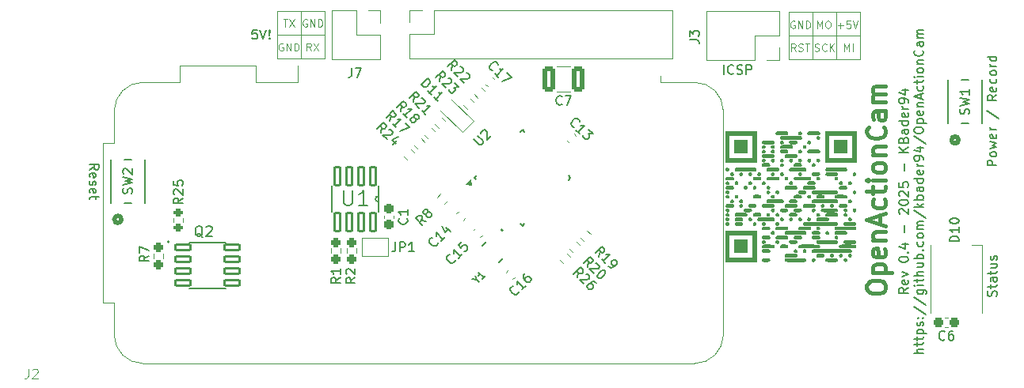
<source format=gto>
G04 #@! TF.GenerationSoftware,KiCad,Pcbnew,9.0.1-9.0.1-0~ubuntu24.04.1*
G04 #@! TF.CreationDate,2025-04-20T11:34:57-06:00*
G04 #@! TF.ProjectId,Controller,436f6e74-726f-46c6-9c65-722e6b696361,rev?*
G04 #@! TF.SameCoordinates,Original*
G04 #@! TF.FileFunction,Legend,Top*
G04 #@! TF.FilePolarity,Positive*
%FSLAX46Y46*%
G04 Gerber Fmt 4.6, Leading zero omitted, Abs format (unit mm)*
G04 Created by KiCad (PCBNEW 9.0.1-9.0.1-0~ubuntu24.04.1) date 2025-04-20 11:34:57*
%MOMM*%
%LPD*%
G01*
G04 APERTURE LIST*
G04 Aperture macros list*
%AMRoundRect*
0 Rectangle with rounded corners*
0 $1 Rounding radius*
0 $2 $3 $4 $5 $6 $7 $8 $9 X,Y pos of 4 corners*
0 Add a 4 corners polygon primitive as box body*
4,1,4,$2,$3,$4,$5,$6,$7,$8,$9,$2,$3,0*
0 Add four circle primitives for the rounded corners*
1,1,$1+$1,$2,$3*
1,1,$1+$1,$4,$5*
1,1,$1+$1,$6,$7*
1,1,$1+$1,$8,$9*
0 Add four rect primitives between the rounded corners*
20,1,$1+$1,$2,$3,$4,$5,0*
20,1,$1+$1,$4,$5,$6,$7,0*
20,1,$1+$1,$6,$7,$8,$9,0*
20,1,$1+$1,$8,$9,$2,$3,0*%
%AMRotRect*
0 Rectangle, with rotation*
0 The origin of the aperture is its center*
0 $1 length*
0 $2 width*
0 $3 Rotation angle, in degrees counterclockwise*
0 Add horizontal line*
21,1,$1,$2,0,0,$3*%
G04 Aperture macros list end*
%ADD10C,0.125000*%
%ADD11C,0.150000*%
%ADD12C,0.120000*%
%ADD13C,0.400000*%
%ADD14C,0.100000*%
%ADD15C,0.127000*%
%ADD16C,0.200000*%
%ADD17C,0.152400*%
%ADD18C,0.508000*%
%ADD19C,0.000000*%
%ADD20RoundRect,0.237500X-0.044194X-0.380070X0.380070X0.044194X0.044194X0.380070X-0.380070X-0.044194X0*%
%ADD21R,1.700000X1.700000*%
%ADD22O,1.700000X1.700000*%
%ADD23RoundRect,0.099250X-0.792750X-0.297750X0.792750X-0.297750X0.792750X0.297750X-0.792750X0.297750X0*%
%ADD24RoundRect,0.102000X-0.279400X0.990600X-0.279400X-0.990600X0.279400X-0.990600X0.279400X0.990600X0*%
%ADD25R,0.711200X0.990600*%
%ADD26RoundRect,0.102000X0.070711X0.848528X-0.848528X-0.070711X-0.070711X-0.848528X0.848528X0.070711X0*%
%ADD27RoundRect,0.237500X-0.344715X0.008839X0.008839X-0.344715X0.344715X-0.008839X-0.008839X0.344715X0*%
%ADD28RoundRect,0.200000X0.335876X0.053033X0.053033X0.335876X-0.335876X-0.053033X-0.053033X-0.335876X0*%
%ADD29RoundRect,0.237500X0.344715X-0.008839X-0.008839X0.344715X-0.344715X0.008839X0.008839X-0.344715X0*%
%ADD30RoundRect,0.237500X0.044194X0.380070X-0.380070X-0.044194X-0.044194X-0.380070X0.380070X0.044194X0*%
%ADD31RoundRect,0.250000X0.353553X0.000000X0.000000X0.353553X-0.353553X0.000000X0.000000X-0.353553X0*%
%ADD32RotRect,1.600000X0.550000X45.000000*%
%ADD33RotRect,1.600000X0.550000X135.000000*%
%ADD34RoundRect,0.237500X0.008839X0.344715X-0.344715X-0.008839X-0.008839X-0.344715X0.344715X0.008839X0*%
%ADD35RoundRect,0.237500X-0.380070X0.044194X0.044194X-0.380070X0.380070X-0.044194X-0.044194X0.380070X0*%
%ADD36RoundRect,0.250000X0.412500X1.100000X-0.412500X1.100000X-0.412500X-1.100000X0.412500X-1.100000X0*%
%ADD37RoundRect,0.237500X0.237500X-0.250000X0.237500X0.250000X-0.237500X0.250000X-0.237500X-0.250000X0*%
%ADD38R,1.000000X1.500000*%
%ADD39R,0.900000X1.500000*%
%ADD40RoundRect,0.200000X-0.275000X0.200000X-0.275000X-0.200000X0.275000X-0.200000X0.275000X0.200000X0*%
%ADD41RoundRect,0.237500X0.300000X0.237500X-0.300000X0.237500X-0.300000X-0.237500X0.300000X-0.237500X0*%
%ADD42RoundRect,0.237500X0.237500X-0.300000X0.237500X0.300000X-0.237500X0.300000X-0.237500X-0.300000X0*%
%ADD43RoundRect,0.237500X-0.237500X0.250000X-0.237500X-0.250000X0.237500X-0.250000X0.237500X0.250000X0*%
%ADD44C,2.000000*%
G04 APERTURE END LIST*
D10*
X196675560Y-152304800D02*
X196599370Y-152266705D01*
X196599370Y-152266705D02*
X196485084Y-152266705D01*
X196485084Y-152266705D02*
X196370798Y-152304800D01*
X196370798Y-152304800D02*
X196294608Y-152380990D01*
X196294608Y-152380990D02*
X196256513Y-152457181D01*
X196256513Y-152457181D02*
X196218417Y-152609562D01*
X196218417Y-152609562D02*
X196218417Y-152723848D01*
X196218417Y-152723848D02*
X196256513Y-152876229D01*
X196256513Y-152876229D02*
X196294608Y-152952419D01*
X196294608Y-152952419D02*
X196370798Y-153028610D01*
X196370798Y-153028610D02*
X196485084Y-153066705D01*
X196485084Y-153066705D02*
X196561275Y-153066705D01*
X196561275Y-153066705D02*
X196675560Y-153028610D01*
X196675560Y-153028610D02*
X196713656Y-152990514D01*
X196713656Y-152990514D02*
X196713656Y-152723848D01*
X196713656Y-152723848D02*
X196561275Y-152723848D01*
X197056513Y-153066705D02*
X197056513Y-152266705D01*
X197056513Y-152266705D02*
X197513656Y-153066705D01*
X197513656Y-153066705D02*
X197513656Y-152266705D01*
X197894608Y-153066705D02*
X197894608Y-152266705D01*
X197894608Y-152266705D02*
X198085084Y-152266705D01*
X198085084Y-152266705D02*
X198199370Y-152304800D01*
X198199370Y-152304800D02*
X198275560Y-152380990D01*
X198275560Y-152380990D02*
X198313655Y-152457181D01*
X198313655Y-152457181D02*
X198351751Y-152609562D01*
X198351751Y-152609562D02*
X198351751Y-152723848D01*
X198351751Y-152723848D02*
X198313655Y-152876229D01*
X198313655Y-152876229D02*
X198275560Y-152952419D01*
X198275560Y-152952419D02*
X198199370Y-153028610D01*
X198199370Y-153028610D02*
X198085084Y-153066705D01*
X198085084Y-153066705D02*
X197894608Y-153066705D01*
X141971820Y-154690506D02*
X141895630Y-154652411D01*
X141895630Y-154652411D02*
X141781344Y-154652411D01*
X141781344Y-154652411D02*
X141667058Y-154690506D01*
X141667058Y-154690506D02*
X141590868Y-154766696D01*
X141590868Y-154766696D02*
X141552773Y-154842887D01*
X141552773Y-154842887D02*
X141514677Y-154995268D01*
X141514677Y-154995268D02*
X141514677Y-155109554D01*
X141514677Y-155109554D02*
X141552773Y-155261935D01*
X141552773Y-155261935D02*
X141590868Y-155338125D01*
X141590868Y-155338125D02*
X141667058Y-155414316D01*
X141667058Y-155414316D02*
X141781344Y-155452411D01*
X141781344Y-155452411D02*
X141857535Y-155452411D01*
X141857535Y-155452411D02*
X141971820Y-155414316D01*
X141971820Y-155414316D02*
X142009916Y-155376220D01*
X142009916Y-155376220D02*
X142009916Y-155109554D01*
X142009916Y-155109554D02*
X141857535Y-155109554D01*
X142352773Y-155452411D02*
X142352773Y-154652411D01*
X142352773Y-154652411D02*
X142809916Y-155452411D01*
X142809916Y-155452411D02*
X142809916Y-154652411D01*
X143190868Y-155452411D02*
X143190868Y-154652411D01*
X143190868Y-154652411D02*
X143381344Y-154652411D01*
X143381344Y-154652411D02*
X143495630Y-154690506D01*
X143495630Y-154690506D02*
X143571820Y-154766696D01*
X143571820Y-154766696D02*
X143609915Y-154842887D01*
X143609915Y-154842887D02*
X143648011Y-154995268D01*
X143648011Y-154995268D02*
X143648011Y-155109554D01*
X143648011Y-155109554D02*
X143609915Y-155261935D01*
X143609915Y-155261935D02*
X143571820Y-155338125D01*
X143571820Y-155338125D02*
X143495630Y-155414316D01*
X143495630Y-155414316D02*
X143381344Y-155452411D01*
X143381344Y-155452411D02*
X143190868Y-155452411D01*
X142011853Y-152096157D02*
X142468996Y-152096157D01*
X142240424Y-152896157D02*
X142240424Y-152096157D01*
X142659472Y-152096157D02*
X143192806Y-152896157D01*
X143192806Y-152096157D02*
X142659472Y-152896157D01*
X144972304Y-155452411D02*
X144705637Y-155071458D01*
X144515161Y-155452411D02*
X144515161Y-154652411D01*
X144515161Y-154652411D02*
X144819923Y-154652411D01*
X144819923Y-154652411D02*
X144896113Y-154690506D01*
X144896113Y-154690506D02*
X144934208Y-154728601D01*
X144934208Y-154728601D02*
X144972304Y-154804792D01*
X144972304Y-154804792D02*
X144972304Y-154919077D01*
X144972304Y-154919077D02*
X144934208Y-154995268D01*
X144934208Y-154995268D02*
X144896113Y-155033363D01*
X144896113Y-155033363D02*
X144819923Y-155071458D01*
X144819923Y-155071458D02*
X144515161Y-155071458D01*
X145238970Y-154652411D02*
X145772304Y-155452411D01*
X145772304Y-154652411D02*
X145238970Y-155452411D01*
D11*
X218237623Y-181771579D02*
X218285242Y-181628722D01*
X218285242Y-181628722D02*
X218285242Y-181390627D01*
X218285242Y-181390627D02*
X218237623Y-181295389D01*
X218237623Y-181295389D02*
X218190003Y-181247770D01*
X218190003Y-181247770D02*
X218094765Y-181200151D01*
X218094765Y-181200151D02*
X217999527Y-181200151D01*
X217999527Y-181200151D02*
X217904289Y-181247770D01*
X217904289Y-181247770D02*
X217856670Y-181295389D01*
X217856670Y-181295389D02*
X217809051Y-181390627D01*
X217809051Y-181390627D02*
X217761432Y-181581103D01*
X217761432Y-181581103D02*
X217713813Y-181676341D01*
X217713813Y-181676341D02*
X217666194Y-181723960D01*
X217666194Y-181723960D02*
X217570956Y-181771579D01*
X217570956Y-181771579D02*
X217475718Y-181771579D01*
X217475718Y-181771579D02*
X217380480Y-181723960D01*
X217380480Y-181723960D02*
X217332861Y-181676341D01*
X217332861Y-181676341D02*
X217285242Y-181581103D01*
X217285242Y-181581103D02*
X217285242Y-181343008D01*
X217285242Y-181343008D02*
X217332861Y-181200151D01*
X217618575Y-180914436D02*
X217618575Y-180533484D01*
X217285242Y-180771579D02*
X218142384Y-180771579D01*
X218142384Y-180771579D02*
X218237623Y-180723960D01*
X218237623Y-180723960D02*
X218285242Y-180628722D01*
X218285242Y-180628722D02*
X218285242Y-180533484D01*
X218285242Y-179771579D02*
X217761432Y-179771579D01*
X217761432Y-179771579D02*
X217666194Y-179819198D01*
X217666194Y-179819198D02*
X217618575Y-179914436D01*
X217618575Y-179914436D02*
X217618575Y-180104912D01*
X217618575Y-180104912D02*
X217666194Y-180200150D01*
X218237623Y-179771579D02*
X218285242Y-179866817D01*
X218285242Y-179866817D02*
X218285242Y-180104912D01*
X218285242Y-180104912D02*
X218237623Y-180200150D01*
X218237623Y-180200150D02*
X218142384Y-180247769D01*
X218142384Y-180247769D02*
X218047146Y-180247769D01*
X218047146Y-180247769D02*
X217951908Y-180200150D01*
X217951908Y-180200150D02*
X217904289Y-180104912D01*
X217904289Y-180104912D02*
X217904289Y-179866817D01*
X217904289Y-179866817D02*
X217856670Y-179771579D01*
X217618575Y-179438245D02*
X217618575Y-179057293D01*
X217285242Y-179295388D02*
X218142384Y-179295388D01*
X218142384Y-179295388D02*
X218237623Y-179247769D01*
X218237623Y-179247769D02*
X218285242Y-179152531D01*
X218285242Y-179152531D02*
X218285242Y-179057293D01*
X217618575Y-178295388D02*
X218285242Y-178295388D01*
X217618575Y-178723959D02*
X218142384Y-178723959D01*
X218142384Y-178723959D02*
X218237623Y-178676340D01*
X218237623Y-178676340D02*
X218285242Y-178581102D01*
X218285242Y-178581102D02*
X218285242Y-178438245D01*
X218285242Y-178438245D02*
X218237623Y-178343007D01*
X218237623Y-178343007D02*
X218190003Y-178295388D01*
X218237623Y-177866816D02*
X218285242Y-177771578D01*
X218285242Y-177771578D02*
X218285242Y-177581102D01*
X218285242Y-177581102D02*
X218237623Y-177485864D01*
X218237623Y-177485864D02*
X218142384Y-177438245D01*
X218142384Y-177438245D02*
X218094765Y-177438245D01*
X218094765Y-177438245D02*
X217999527Y-177485864D01*
X217999527Y-177485864D02*
X217951908Y-177581102D01*
X217951908Y-177581102D02*
X217951908Y-177723959D01*
X217951908Y-177723959D02*
X217904289Y-177819197D01*
X217904289Y-177819197D02*
X217809051Y-177866816D01*
X217809051Y-177866816D02*
X217761432Y-177866816D01*
X217761432Y-177866816D02*
X217666194Y-177819197D01*
X217666194Y-177819197D02*
X217618575Y-177723959D01*
X217618575Y-177723959D02*
X217618575Y-177581102D01*
X217618575Y-177581102D02*
X217666194Y-177485864D01*
D10*
X201950349Y-155515452D02*
X201950349Y-154715452D01*
X201950349Y-154715452D02*
X202217015Y-155286880D01*
X202217015Y-155286880D02*
X202483682Y-154715452D01*
X202483682Y-154715452D02*
X202483682Y-155515452D01*
X202864635Y-155515452D02*
X202864635Y-154715452D01*
X198826433Y-155477357D02*
X198940719Y-155515452D01*
X198940719Y-155515452D02*
X199131195Y-155515452D01*
X199131195Y-155515452D02*
X199207386Y-155477357D01*
X199207386Y-155477357D02*
X199245481Y-155439261D01*
X199245481Y-155439261D02*
X199283576Y-155363071D01*
X199283576Y-155363071D02*
X199283576Y-155286880D01*
X199283576Y-155286880D02*
X199245481Y-155210690D01*
X199245481Y-155210690D02*
X199207386Y-155172595D01*
X199207386Y-155172595D02*
X199131195Y-155134499D01*
X199131195Y-155134499D02*
X198978814Y-155096404D01*
X198978814Y-155096404D02*
X198902624Y-155058309D01*
X198902624Y-155058309D02*
X198864529Y-155020214D01*
X198864529Y-155020214D02*
X198826433Y-154944023D01*
X198826433Y-154944023D02*
X198826433Y-154867833D01*
X198826433Y-154867833D02*
X198864529Y-154791642D01*
X198864529Y-154791642D02*
X198902624Y-154753547D01*
X198902624Y-154753547D02*
X198978814Y-154715452D01*
X198978814Y-154715452D02*
X199169291Y-154715452D01*
X199169291Y-154715452D02*
X199283576Y-154753547D01*
X200083577Y-155439261D02*
X200045481Y-155477357D01*
X200045481Y-155477357D02*
X199931196Y-155515452D01*
X199931196Y-155515452D02*
X199855005Y-155515452D01*
X199855005Y-155515452D02*
X199740719Y-155477357D01*
X199740719Y-155477357D02*
X199664529Y-155401166D01*
X199664529Y-155401166D02*
X199626434Y-155324976D01*
X199626434Y-155324976D02*
X199588338Y-155172595D01*
X199588338Y-155172595D02*
X199588338Y-155058309D01*
X199588338Y-155058309D02*
X199626434Y-154905928D01*
X199626434Y-154905928D02*
X199664529Y-154829737D01*
X199664529Y-154829737D02*
X199740719Y-154753547D01*
X199740719Y-154753547D02*
X199855005Y-154715452D01*
X199855005Y-154715452D02*
X199931196Y-154715452D01*
X199931196Y-154715452D02*
X200045481Y-154753547D01*
X200045481Y-154753547D02*
X200083577Y-154791642D01*
X200426434Y-155515452D02*
X200426434Y-154715452D01*
X200883577Y-155515452D02*
X200540719Y-155058309D01*
X200883577Y-154715452D02*
X200426434Y-155172595D01*
X196793290Y-155515452D02*
X196526623Y-155134499D01*
X196336147Y-155515452D02*
X196336147Y-154715452D01*
X196336147Y-154715452D02*
X196640909Y-154715452D01*
X196640909Y-154715452D02*
X196717099Y-154753547D01*
X196717099Y-154753547D02*
X196755194Y-154791642D01*
X196755194Y-154791642D02*
X196793290Y-154867833D01*
X196793290Y-154867833D02*
X196793290Y-154982118D01*
X196793290Y-154982118D02*
X196755194Y-155058309D01*
X196755194Y-155058309D02*
X196717099Y-155096404D01*
X196717099Y-155096404D02*
X196640909Y-155134499D01*
X196640909Y-155134499D02*
X196336147Y-155134499D01*
X197098051Y-155477357D02*
X197212337Y-155515452D01*
X197212337Y-155515452D02*
X197402813Y-155515452D01*
X197402813Y-155515452D02*
X197479004Y-155477357D01*
X197479004Y-155477357D02*
X197517099Y-155439261D01*
X197517099Y-155439261D02*
X197555194Y-155363071D01*
X197555194Y-155363071D02*
X197555194Y-155286880D01*
X197555194Y-155286880D02*
X197517099Y-155210690D01*
X197517099Y-155210690D02*
X197479004Y-155172595D01*
X197479004Y-155172595D02*
X197402813Y-155134499D01*
X197402813Y-155134499D02*
X197250432Y-155096404D01*
X197250432Y-155096404D02*
X197174242Y-155058309D01*
X197174242Y-155058309D02*
X197136147Y-155020214D01*
X197136147Y-155020214D02*
X197098051Y-154944023D01*
X197098051Y-154944023D02*
X197098051Y-154867833D01*
X197098051Y-154867833D02*
X197136147Y-154791642D01*
X197136147Y-154791642D02*
X197174242Y-154753547D01*
X197174242Y-154753547D02*
X197250432Y-154715452D01*
X197250432Y-154715452D02*
X197440909Y-154715452D01*
X197440909Y-154715452D02*
X197555194Y-154753547D01*
X197783766Y-154715452D02*
X198240909Y-154715452D01*
X198012337Y-155515452D02*
X198012337Y-154715452D01*
X201273459Y-152761943D02*
X201882983Y-152761943D01*
X201578221Y-153066705D02*
X201578221Y-152457181D01*
X202644887Y-152266705D02*
X202263935Y-152266705D01*
X202263935Y-152266705D02*
X202225839Y-152647657D01*
X202225839Y-152647657D02*
X202263935Y-152609562D01*
X202263935Y-152609562D02*
X202340125Y-152571467D01*
X202340125Y-152571467D02*
X202530601Y-152571467D01*
X202530601Y-152571467D02*
X202606792Y-152609562D01*
X202606792Y-152609562D02*
X202644887Y-152647657D01*
X202644887Y-152647657D02*
X202682982Y-152723848D01*
X202682982Y-152723848D02*
X202682982Y-152914324D01*
X202682982Y-152914324D02*
X202644887Y-152990514D01*
X202644887Y-152990514D02*
X202606792Y-153028610D01*
X202606792Y-153028610D02*
X202530601Y-153066705D01*
X202530601Y-153066705D02*
X202340125Y-153066705D01*
X202340125Y-153066705D02*
X202263935Y-153028610D01*
X202263935Y-153028610D02*
X202225839Y-152990514D01*
X202911554Y-152266705D02*
X203178221Y-153066705D01*
X203178221Y-153066705D02*
X203444887Y-152266705D01*
X199103431Y-153066705D02*
X199103431Y-152266705D01*
X199103431Y-152266705D02*
X199370097Y-152838133D01*
X199370097Y-152838133D02*
X199636764Y-152266705D01*
X199636764Y-152266705D02*
X199636764Y-153066705D01*
X200170098Y-152266705D02*
X200322479Y-152266705D01*
X200322479Y-152266705D02*
X200398669Y-152304800D01*
X200398669Y-152304800D02*
X200474860Y-152380990D01*
X200474860Y-152380990D02*
X200512955Y-152533371D01*
X200512955Y-152533371D02*
X200512955Y-152800038D01*
X200512955Y-152800038D02*
X200474860Y-152952419D01*
X200474860Y-152952419D02*
X200398669Y-153028610D01*
X200398669Y-153028610D02*
X200322479Y-153066705D01*
X200322479Y-153066705D02*
X200170098Y-153066705D01*
X200170098Y-153066705D02*
X200093907Y-153028610D01*
X200093907Y-153028610D02*
X200017717Y-152952419D01*
X200017717Y-152952419D02*
X199979621Y-152800038D01*
X199979621Y-152800038D02*
X199979621Y-152533371D01*
X199979621Y-152533371D02*
X200017717Y-152380990D01*
X200017717Y-152380990D02*
X200093907Y-152304800D01*
X200093907Y-152304800D02*
X200170098Y-152266705D01*
D12*
X201097976Y-153848000D02*
X203637976Y-153848000D01*
X203637976Y-156388000D01*
X201097976Y-156388000D01*
X201097976Y-153848000D01*
X201093639Y-151292823D02*
X203633639Y-151292823D01*
X203633639Y-153832823D01*
X201093639Y-153832823D01*
X201093639Y-151292823D01*
X196017976Y-153848000D02*
X198557976Y-153848000D01*
X198557976Y-156388000D01*
X196017976Y-156388000D01*
X196017976Y-153848000D01*
X198552000Y-153848000D02*
X201092000Y-153848000D01*
X201092000Y-156388000D01*
X198552000Y-156388000D01*
X198552000Y-153848000D01*
X196013639Y-151292823D02*
X198553639Y-151292823D01*
X198553639Y-153832823D01*
X196013639Y-153832823D01*
X196013639Y-151292823D01*
X198547663Y-151292823D02*
X201087663Y-151292823D01*
X201087663Y-153832823D01*
X198547663Y-153832823D01*
X198547663Y-151292823D01*
D10*
X144528074Y-152134252D02*
X144451884Y-152096157D01*
X144451884Y-152096157D02*
X144337598Y-152096157D01*
X144337598Y-152096157D02*
X144223312Y-152134252D01*
X144223312Y-152134252D02*
X144147122Y-152210442D01*
X144147122Y-152210442D02*
X144109027Y-152286633D01*
X144109027Y-152286633D02*
X144070931Y-152439014D01*
X144070931Y-152439014D02*
X144070931Y-152553300D01*
X144070931Y-152553300D02*
X144109027Y-152705681D01*
X144109027Y-152705681D02*
X144147122Y-152781871D01*
X144147122Y-152781871D02*
X144223312Y-152858062D01*
X144223312Y-152858062D02*
X144337598Y-152896157D01*
X144337598Y-152896157D02*
X144413789Y-152896157D01*
X144413789Y-152896157D02*
X144528074Y-152858062D01*
X144528074Y-152858062D02*
X144566170Y-152819966D01*
X144566170Y-152819966D02*
X144566170Y-152553300D01*
X144566170Y-152553300D02*
X144413789Y-152553300D01*
X144909027Y-152896157D02*
X144909027Y-152096157D01*
X144909027Y-152096157D02*
X145366170Y-152896157D01*
X145366170Y-152896157D02*
X145366170Y-152096157D01*
X145747122Y-152896157D02*
X145747122Y-152096157D01*
X145747122Y-152096157D02*
X145937598Y-152096157D01*
X145937598Y-152096157D02*
X146051884Y-152134252D01*
X146051884Y-152134252D02*
X146128074Y-152210442D01*
X146128074Y-152210442D02*
X146166169Y-152286633D01*
X146166169Y-152286633D02*
X146204265Y-152439014D01*
X146204265Y-152439014D02*
X146204265Y-152553300D01*
X146204265Y-152553300D02*
X146166169Y-152705681D01*
X146166169Y-152705681D02*
X146128074Y-152781871D01*
X146128074Y-152781871D02*
X146051884Y-152858062D01*
X146051884Y-152858062D02*
X145937598Y-152896157D01*
X145937598Y-152896157D02*
X145747122Y-152896157D01*
D12*
X141330078Y-153738746D02*
X143870078Y-153738746D01*
X143870078Y-156278746D01*
X141330078Y-156278746D01*
X141330078Y-153738746D01*
X143864102Y-153738746D02*
X146404102Y-153738746D01*
X146404102Y-156278746D01*
X143864102Y-156278746D01*
X143864102Y-153738746D01*
X143859765Y-151183569D02*
X146399765Y-151183569D01*
X146399765Y-153723569D01*
X143859765Y-153723569D01*
X143859765Y-151183569D01*
X141325741Y-151183569D02*
X143865741Y-151183569D01*
X143865741Y-153723569D01*
X141325741Y-153723569D01*
X141325741Y-151183569D01*
D11*
X208829578Y-180869600D02*
X208353387Y-181202933D01*
X208829578Y-181441028D02*
X207829578Y-181441028D01*
X207829578Y-181441028D02*
X207829578Y-181060076D01*
X207829578Y-181060076D02*
X207877197Y-180964838D01*
X207877197Y-180964838D02*
X207924816Y-180917219D01*
X207924816Y-180917219D02*
X208020054Y-180869600D01*
X208020054Y-180869600D02*
X208162911Y-180869600D01*
X208162911Y-180869600D02*
X208258149Y-180917219D01*
X208258149Y-180917219D02*
X208305768Y-180964838D01*
X208305768Y-180964838D02*
X208353387Y-181060076D01*
X208353387Y-181060076D02*
X208353387Y-181441028D01*
X208781959Y-180060076D02*
X208829578Y-180155314D01*
X208829578Y-180155314D02*
X208829578Y-180345790D01*
X208829578Y-180345790D02*
X208781959Y-180441028D01*
X208781959Y-180441028D02*
X208686720Y-180488647D01*
X208686720Y-180488647D02*
X208305768Y-180488647D01*
X208305768Y-180488647D02*
X208210530Y-180441028D01*
X208210530Y-180441028D02*
X208162911Y-180345790D01*
X208162911Y-180345790D02*
X208162911Y-180155314D01*
X208162911Y-180155314D02*
X208210530Y-180060076D01*
X208210530Y-180060076D02*
X208305768Y-180012457D01*
X208305768Y-180012457D02*
X208401006Y-180012457D01*
X208401006Y-180012457D02*
X208496244Y-180488647D01*
X208162911Y-179679123D02*
X208829578Y-179441028D01*
X208829578Y-179441028D02*
X208162911Y-179202933D01*
X207829578Y-177869599D02*
X207829578Y-177774361D01*
X207829578Y-177774361D02*
X207877197Y-177679123D01*
X207877197Y-177679123D02*
X207924816Y-177631504D01*
X207924816Y-177631504D02*
X208020054Y-177583885D01*
X208020054Y-177583885D02*
X208210530Y-177536266D01*
X208210530Y-177536266D02*
X208448625Y-177536266D01*
X208448625Y-177536266D02*
X208639101Y-177583885D01*
X208639101Y-177583885D02*
X208734339Y-177631504D01*
X208734339Y-177631504D02*
X208781959Y-177679123D01*
X208781959Y-177679123D02*
X208829578Y-177774361D01*
X208829578Y-177774361D02*
X208829578Y-177869599D01*
X208829578Y-177869599D02*
X208781959Y-177964837D01*
X208781959Y-177964837D02*
X208734339Y-178012456D01*
X208734339Y-178012456D02*
X208639101Y-178060075D01*
X208639101Y-178060075D02*
X208448625Y-178107694D01*
X208448625Y-178107694D02*
X208210530Y-178107694D01*
X208210530Y-178107694D02*
X208020054Y-178060075D01*
X208020054Y-178060075D02*
X207924816Y-178012456D01*
X207924816Y-178012456D02*
X207877197Y-177964837D01*
X207877197Y-177964837D02*
X207829578Y-177869599D01*
X208734339Y-177107694D02*
X208781959Y-177060075D01*
X208781959Y-177060075D02*
X208829578Y-177107694D01*
X208829578Y-177107694D02*
X208781959Y-177155313D01*
X208781959Y-177155313D02*
X208734339Y-177107694D01*
X208734339Y-177107694D02*
X208829578Y-177107694D01*
X208162911Y-176202933D02*
X208829578Y-176202933D01*
X207781959Y-176441028D02*
X208496244Y-176679123D01*
X208496244Y-176679123D02*
X208496244Y-176060076D01*
X208448625Y-174917218D02*
X208448625Y-174155314D01*
X207924816Y-172964837D02*
X207877197Y-172917218D01*
X207877197Y-172917218D02*
X207829578Y-172821980D01*
X207829578Y-172821980D02*
X207829578Y-172583885D01*
X207829578Y-172583885D02*
X207877197Y-172488647D01*
X207877197Y-172488647D02*
X207924816Y-172441028D01*
X207924816Y-172441028D02*
X208020054Y-172393409D01*
X208020054Y-172393409D02*
X208115292Y-172393409D01*
X208115292Y-172393409D02*
X208258149Y-172441028D01*
X208258149Y-172441028D02*
X208829578Y-173012456D01*
X208829578Y-173012456D02*
X208829578Y-172393409D01*
X207829578Y-171774361D02*
X207829578Y-171679123D01*
X207829578Y-171679123D02*
X207877197Y-171583885D01*
X207877197Y-171583885D02*
X207924816Y-171536266D01*
X207924816Y-171536266D02*
X208020054Y-171488647D01*
X208020054Y-171488647D02*
X208210530Y-171441028D01*
X208210530Y-171441028D02*
X208448625Y-171441028D01*
X208448625Y-171441028D02*
X208639101Y-171488647D01*
X208639101Y-171488647D02*
X208734339Y-171536266D01*
X208734339Y-171536266D02*
X208781959Y-171583885D01*
X208781959Y-171583885D02*
X208829578Y-171679123D01*
X208829578Y-171679123D02*
X208829578Y-171774361D01*
X208829578Y-171774361D02*
X208781959Y-171869599D01*
X208781959Y-171869599D02*
X208734339Y-171917218D01*
X208734339Y-171917218D02*
X208639101Y-171964837D01*
X208639101Y-171964837D02*
X208448625Y-172012456D01*
X208448625Y-172012456D02*
X208210530Y-172012456D01*
X208210530Y-172012456D02*
X208020054Y-171964837D01*
X208020054Y-171964837D02*
X207924816Y-171917218D01*
X207924816Y-171917218D02*
X207877197Y-171869599D01*
X207877197Y-171869599D02*
X207829578Y-171774361D01*
X207924816Y-171060075D02*
X207877197Y-171012456D01*
X207877197Y-171012456D02*
X207829578Y-170917218D01*
X207829578Y-170917218D02*
X207829578Y-170679123D01*
X207829578Y-170679123D02*
X207877197Y-170583885D01*
X207877197Y-170583885D02*
X207924816Y-170536266D01*
X207924816Y-170536266D02*
X208020054Y-170488647D01*
X208020054Y-170488647D02*
X208115292Y-170488647D01*
X208115292Y-170488647D02*
X208258149Y-170536266D01*
X208258149Y-170536266D02*
X208829578Y-171107694D01*
X208829578Y-171107694D02*
X208829578Y-170488647D01*
X207829578Y-169583885D02*
X207829578Y-170060075D01*
X207829578Y-170060075D02*
X208305768Y-170107694D01*
X208305768Y-170107694D02*
X208258149Y-170060075D01*
X208258149Y-170060075D02*
X208210530Y-169964837D01*
X208210530Y-169964837D02*
X208210530Y-169726742D01*
X208210530Y-169726742D02*
X208258149Y-169631504D01*
X208258149Y-169631504D02*
X208305768Y-169583885D01*
X208305768Y-169583885D02*
X208401006Y-169536266D01*
X208401006Y-169536266D02*
X208639101Y-169536266D01*
X208639101Y-169536266D02*
X208734339Y-169583885D01*
X208734339Y-169583885D02*
X208781959Y-169631504D01*
X208781959Y-169631504D02*
X208829578Y-169726742D01*
X208829578Y-169726742D02*
X208829578Y-169964837D01*
X208829578Y-169964837D02*
X208781959Y-170060075D01*
X208781959Y-170060075D02*
X208734339Y-170107694D01*
X208448625Y-168345789D02*
X208448625Y-167583885D01*
X208829578Y-166345789D02*
X207829578Y-166345789D01*
X208829578Y-165774361D02*
X208258149Y-166202932D01*
X207829578Y-165774361D02*
X208401006Y-166345789D01*
X208305768Y-165012456D02*
X208353387Y-164869599D01*
X208353387Y-164869599D02*
X208401006Y-164821980D01*
X208401006Y-164821980D02*
X208496244Y-164774361D01*
X208496244Y-164774361D02*
X208639101Y-164774361D01*
X208639101Y-164774361D02*
X208734339Y-164821980D01*
X208734339Y-164821980D02*
X208781959Y-164869599D01*
X208781959Y-164869599D02*
X208829578Y-164964837D01*
X208829578Y-164964837D02*
X208829578Y-165345789D01*
X208829578Y-165345789D02*
X207829578Y-165345789D01*
X207829578Y-165345789D02*
X207829578Y-165012456D01*
X207829578Y-165012456D02*
X207877197Y-164917218D01*
X207877197Y-164917218D02*
X207924816Y-164869599D01*
X207924816Y-164869599D02*
X208020054Y-164821980D01*
X208020054Y-164821980D02*
X208115292Y-164821980D01*
X208115292Y-164821980D02*
X208210530Y-164869599D01*
X208210530Y-164869599D02*
X208258149Y-164917218D01*
X208258149Y-164917218D02*
X208305768Y-165012456D01*
X208305768Y-165012456D02*
X208305768Y-165345789D01*
X208829578Y-163917218D02*
X208305768Y-163917218D01*
X208305768Y-163917218D02*
X208210530Y-163964837D01*
X208210530Y-163964837D02*
X208162911Y-164060075D01*
X208162911Y-164060075D02*
X208162911Y-164250551D01*
X208162911Y-164250551D02*
X208210530Y-164345789D01*
X208781959Y-163917218D02*
X208829578Y-164012456D01*
X208829578Y-164012456D02*
X208829578Y-164250551D01*
X208829578Y-164250551D02*
X208781959Y-164345789D01*
X208781959Y-164345789D02*
X208686720Y-164393408D01*
X208686720Y-164393408D02*
X208591482Y-164393408D01*
X208591482Y-164393408D02*
X208496244Y-164345789D01*
X208496244Y-164345789D02*
X208448625Y-164250551D01*
X208448625Y-164250551D02*
X208448625Y-164012456D01*
X208448625Y-164012456D02*
X208401006Y-163917218D01*
X208829578Y-163012456D02*
X207829578Y-163012456D01*
X208781959Y-163012456D02*
X208829578Y-163107694D01*
X208829578Y-163107694D02*
X208829578Y-163298170D01*
X208829578Y-163298170D02*
X208781959Y-163393408D01*
X208781959Y-163393408D02*
X208734339Y-163441027D01*
X208734339Y-163441027D02*
X208639101Y-163488646D01*
X208639101Y-163488646D02*
X208353387Y-163488646D01*
X208353387Y-163488646D02*
X208258149Y-163441027D01*
X208258149Y-163441027D02*
X208210530Y-163393408D01*
X208210530Y-163393408D02*
X208162911Y-163298170D01*
X208162911Y-163298170D02*
X208162911Y-163107694D01*
X208162911Y-163107694D02*
X208210530Y-163012456D01*
X208781959Y-162155313D02*
X208829578Y-162250551D01*
X208829578Y-162250551D02*
X208829578Y-162441027D01*
X208829578Y-162441027D02*
X208781959Y-162536265D01*
X208781959Y-162536265D02*
X208686720Y-162583884D01*
X208686720Y-162583884D02*
X208305768Y-162583884D01*
X208305768Y-162583884D02*
X208210530Y-162536265D01*
X208210530Y-162536265D02*
X208162911Y-162441027D01*
X208162911Y-162441027D02*
X208162911Y-162250551D01*
X208162911Y-162250551D02*
X208210530Y-162155313D01*
X208210530Y-162155313D02*
X208305768Y-162107694D01*
X208305768Y-162107694D02*
X208401006Y-162107694D01*
X208401006Y-162107694D02*
X208496244Y-162583884D01*
X208829578Y-161679122D02*
X208162911Y-161679122D01*
X208353387Y-161679122D02*
X208258149Y-161631503D01*
X208258149Y-161631503D02*
X208210530Y-161583884D01*
X208210530Y-161583884D02*
X208162911Y-161488646D01*
X208162911Y-161488646D02*
X208162911Y-161393408D01*
X208829578Y-161012455D02*
X208829578Y-160821979D01*
X208829578Y-160821979D02*
X208781959Y-160726741D01*
X208781959Y-160726741D02*
X208734339Y-160679122D01*
X208734339Y-160679122D02*
X208591482Y-160583884D01*
X208591482Y-160583884D02*
X208401006Y-160536265D01*
X208401006Y-160536265D02*
X208020054Y-160536265D01*
X208020054Y-160536265D02*
X207924816Y-160583884D01*
X207924816Y-160583884D02*
X207877197Y-160631503D01*
X207877197Y-160631503D02*
X207829578Y-160726741D01*
X207829578Y-160726741D02*
X207829578Y-160917217D01*
X207829578Y-160917217D02*
X207877197Y-161012455D01*
X207877197Y-161012455D02*
X207924816Y-161060074D01*
X207924816Y-161060074D02*
X208020054Y-161107693D01*
X208020054Y-161107693D02*
X208258149Y-161107693D01*
X208258149Y-161107693D02*
X208353387Y-161060074D01*
X208353387Y-161060074D02*
X208401006Y-161012455D01*
X208401006Y-161012455D02*
X208448625Y-160917217D01*
X208448625Y-160917217D02*
X208448625Y-160726741D01*
X208448625Y-160726741D02*
X208401006Y-160631503D01*
X208401006Y-160631503D02*
X208353387Y-160583884D01*
X208353387Y-160583884D02*
X208258149Y-160536265D01*
X208162911Y-159679122D02*
X208829578Y-159679122D01*
X207781959Y-159917217D02*
X208496244Y-160155312D01*
X208496244Y-160155312D02*
X208496244Y-159536265D01*
X210439522Y-187845790D02*
X209439522Y-187845790D01*
X210439522Y-187417219D02*
X209915712Y-187417219D01*
X209915712Y-187417219D02*
X209820474Y-187464838D01*
X209820474Y-187464838D02*
X209772855Y-187560076D01*
X209772855Y-187560076D02*
X209772855Y-187702933D01*
X209772855Y-187702933D02*
X209820474Y-187798171D01*
X209820474Y-187798171D02*
X209868093Y-187845790D01*
X209772855Y-187083885D02*
X209772855Y-186702933D01*
X209439522Y-186941028D02*
X210296664Y-186941028D01*
X210296664Y-186941028D02*
X210391903Y-186893409D01*
X210391903Y-186893409D02*
X210439522Y-186798171D01*
X210439522Y-186798171D02*
X210439522Y-186702933D01*
X209772855Y-186512456D02*
X209772855Y-186131504D01*
X209439522Y-186369599D02*
X210296664Y-186369599D01*
X210296664Y-186369599D02*
X210391903Y-186321980D01*
X210391903Y-186321980D02*
X210439522Y-186226742D01*
X210439522Y-186226742D02*
X210439522Y-186131504D01*
X209772855Y-185798170D02*
X210772855Y-185798170D01*
X209820474Y-185798170D02*
X209772855Y-185702932D01*
X209772855Y-185702932D02*
X209772855Y-185512456D01*
X209772855Y-185512456D02*
X209820474Y-185417218D01*
X209820474Y-185417218D02*
X209868093Y-185369599D01*
X209868093Y-185369599D02*
X209963331Y-185321980D01*
X209963331Y-185321980D02*
X210249045Y-185321980D01*
X210249045Y-185321980D02*
X210344283Y-185369599D01*
X210344283Y-185369599D02*
X210391903Y-185417218D01*
X210391903Y-185417218D02*
X210439522Y-185512456D01*
X210439522Y-185512456D02*
X210439522Y-185702932D01*
X210439522Y-185702932D02*
X210391903Y-185798170D01*
X210391903Y-184941027D02*
X210439522Y-184845789D01*
X210439522Y-184845789D02*
X210439522Y-184655313D01*
X210439522Y-184655313D02*
X210391903Y-184560075D01*
X210391903Y-184560075D02*
X210296664Y-184512456D01*
X210296664Y-184512456D02*
X210249045Y-184512456D01*
X210249045Y-184512456D02*
X210153807Y-184560075D01*
X210153807Y-184560075D02*
X210106188Y-184655313D01*
X210106188Y-184655313D02*
X210106188Y-184798170D01*
X210106188Y-184798170D02*
X210058569Y-184893408D01*
X210058569Y-184893408D02*
X209963331Y-184941027D01*
X209963331Y-184941027D02*
X209915712Y-184941027D01*
X209915712Y-184941027D02*
X209820474Y-184893408D01*
X209820474Y-184893408D02*
X209772855Y-184798170D01*
X209772855Y-184798170D02*
X209772855Y-184655313D01*
X209772855Y-184655313D02*
X209820474Y-184560075D01*
X210344283Y-184083884D02*
X210391903Y-184036265D01*
X210391903Y-184036265D02*
X210439522Y-184083884D01*
X210439522Y-184083884D02*
X210391903Y-184131503D01*
X210391903Y-184131503D02*
X210344283Y-184083884D01*
X210344283Y-184083884D02*
X210439522Y-184083884D01*
X209820474Y-184083884D02*
X209868093Y-184036265D01*
X209868093Y-184036265D02*
X209915712Y-184083884D01*
X209915712Y-184083884D02*
X209868093Y-184131503D01*
X209868093Y-184131503D02*
X209820474Y-184083884D01*
X209820474Y-184083884D02*
X209915712Y-184083884D01*
X209391903Y-182893409D02*
X210677617Y-183750551D01*
X209391903Y-181845790D02*
X210677617Y-182702932D01*
X209772855Y-181083885D02*
X210582379Y-181083885D01*
X210582379Y-181083885D02*
X210677617Y-181131504D01*
X210677617Y-181131504D02*
X210725236Y-181179123D01*
X210725236Y-181179123D02*
X210772855Y-181274361D01*
X210772855Y-181274361D02*
X210772855Y-181417218D01*
X210772855Y-181417218D02*
X210725236Y-181512456D01*
X210391903Y-181083885D02*
X210439522Y-181179123D01*
X210439522Y-181179123D02*
X210439522Y-181369599D01*
X210439522Y-181369599D02*
X210391903Y-181464837D01*
X210391903Y-181464837D02*
X210344283Y-181512456D01*
X210344283Y-181512456D02*
X210249045Y-181560075D01*
X210249045Y-181560075D02*
X209963331Y-181560075D01*
X209963331Y-181560075D02*
X209868093Y-181512456D01*
X209868093Y-181512456D02*
X209820474Y-181464837D01*
X209820474Y-181464837D02*
X209772855Y-181369599D01*
X209772855Y-181369599D02*
X209772855Y-181179123D01*
X209772855Y-181179123D02*
X209820474Y-181083885D01*
X210439522Y-180607694D02*
X209772855Y-180607694D01*
X209439522Y-180607694D02*
X209487141Y-180655313D01*
X209487141Y-180655313D02*
X209534760Y-180607694D01*
X209534760Y-180607694D02*
X209487141Y-180560075D01*
X209487141Y-180560075D02*
X209439522Y-180607694D01*
X209439522Y-180607694D02*
X209534760Y-180607694D01*
X209772855Y-180274361D02*
X209772855Y-179893409D01*
X209439522Y-180131504D02*
X210296664Y-180131504D01*
X210296664Y-180131504D02*
X210391903Y-180083885D01*
X210391903Y-180083885D02*
X210439522Y-179988647D01*
X210439522Y-179988647D02*
X210439522Y-179893409D01*
X210439522Y-179560075D02*
X209439522Y-179560075D01*
X210439522Y-179131504D02*
X209915712Y-179131504D01*
X209915712Y-179131504D02*
X209820474Y-179179123D01*
X209820474Y-179179123D02*
X209772855Y-179274361D01*
X209772855Y-179274361D02*
X209772855Y-179417218D01*
X209772855Y-179417218D02*
X209820474Y-179512456D01*
X209820474Y-179512456D02*
X209868093Y-179560075D01*
X209772855Y-178226742D02*
X210439522Y-178226742D01*
X209772855Y-178655313D02*
X210296664Y-178655313D01*
X210296664Y-178655313D02*
X210391903Y-178607694D01*
X210391903Y-178607694D02*
X210439522Y-178512456D01*
X210439522Y-178512456D02*
X210439522Y-178369599D01*
X210439522Y-178369599D02*
X210391903Y-178274361D01*
X210391903Y-178274361D02*
X210344283Y-178226742D01*
X210439522Y-177750551D02*
X209439522Y-177750551D01*
X209820474Y-177750551D02*
X209772855Y-177655313D01*
X209772855Y-177655313D02*
X209772855Y-177464837D01*
X209772855Y-177464837D02*
X209820474Y-177369599D01*
X209820474Y-177369599D02*
X209868093Y-177321980D01*
X209868093Y-177321980D02*
X209963331Y-177274361D01*
X209963331Y-177274361D02*
X210249045Y-177274361D01*
X210249045Y-177274361D02*
X210344283Y-177321980D01*
X210344283Y-177321980D02*
X210391903Y-177369599D01*
X210391903Y-177369599D02*
X210439522Y-177464837D01*
X210439522Y-177464837D02*
X210439522Y-177655313D01*
X210439522Y-177655313D02*
X210391903Y-177750551D01*
X210344283Y-176845789D02*
X210391903Y-176798170D01*
X210391903Y-176798170D02*
X210439522Y-176845789D01*
X210439522Y-176845789D02*
X210391903Y-176893408D01*
X210391903Y-176893408D02*
X210344283Y-176845789D01*
X210344283Y-176845789D02*
X210439522Y-176845789D01*
X210391903Y-175941028D02*
X210439522Y-176036266D01*
X210439522Y-176036266D02*
X210439522Y-176226742D01*
X210439522Y-176226742D02*
X210391903Y-176321980D01*
X210391903Y-176321980D02*
X210344283Y-176369599D01*
X210344283Y-176369599D02*
X210249045Y-176417218D01*
X210249045Y-176417218D02*
X209963331Y-176417218D01*
X209963331Y-176417218D02*
X209868093Y-176369599D01*
X209868093Y-176369599D02*
X209820474Y-176321980D01*
X209820474Y-176321980D02*
X209772855Y-176226742D01*
X209772855Y-176226742D02*
X209772855Y-176036266D01*
X209772855Y-176036266D02*
X209820474Y-175941028D01*
X210439522Y-175369599D02*
X210391903Y-175464837D01*
X210391903Y-175464837D02*
X210344283Y-175512456D01*
X210344283Y-175512456D02*
X210249045Y-175560075D01*
X210249045Y-175560075D02*
X209963331Y-175560075D01*
X209963331Y-175560075D02*
X209868093Y-175512456D01*
X209868093Y-175512456D02*
X209820474Y-175464837D01*
X209820474Y-175464837D02*
X209772855Y-175369599D01*
X209772855Y-175369599D02*
X209772855Y-175226742D01*
X209772855Y-175226742D02*
X209820474Y-175131504D01*
X209820474Y-175131504D02*
X209868093Y-175083885D01*
X209868093Y-175083885D02*
X209963331Y-175036266D01*
X209963331Y-175036266D02*
X210249045Y-175036266D01*
X210249045Y-175036266D02*
X210344283Y-175083885D01*
X210344283Y-175083885D02*
X210391903Y-175131504D01*
X210391903Y-175131504D02*
X210439522Y-175226742D01*
X210439522Y-175226742D02*
X210439522Y-175369599D01*
X210439522Y-174607694D02*
X209772855Y-174607694D01*
X209868093Y-174607694D02*
X209820474Y-174560075D01*
X209820474Y-174560075D02*
X209772855Y-174464837D01*
X209772855Y-174464837D02*
X209772855Y-174321980D01*
X209772855Y-174321980D02*
X209820474Y-174226742D01*
X209820474Y-174226742D02*
X209915712Y-174179123D01*
X209915712Y-174179123D02*
X210439522Y-174179123D01*
X209915712Y-174179123D02*
X209820474Y-174131504D01*
X209820474Y-174131504D02*
X209772855Y-174036266D01*
X209772855Y-174036266D02*
X209772855Y-173893409D01*
X209772855Y-173893409D02*
X209820474Y-173798170D01*
X209820474Y-173798170D02*
X209915712Y-173750551D01*
X209915712Y-173750551D02*
X210439522Y-173750551D01*
X209391903Y-172560076D02*
X210677617Y-173417218D01*
X210439522Y-172226742D02*
X209439522Y-172226742D01*
X210058569Y-172131504D02*
X210439522Y-171845790D01*
X209772855Y-171845790D02*
X210153807Y-172226742D01*
X210439522Y-171417218D02*
X209439522Y-171417218D01*
X209820474Y-171417218D02*
X209772855Y-171321980D01*
X209772855Y-171321980D02*
X209772855Y-171131504D01*
X209772855Y-171131504D02*
X209820474Y-171036266D01*
X209820474Y-171036266D02*
X209868093Y-170988647D01*
X209868093Y-170988647D02*
X209963331Y-170941028D01*
X209963331Y-170941028D02*
X210249045Y-170941028D01*
X210249045Y-170941028D02*
X210344283Y-170988647D01*
X210344283Y-170988647D02*
X210391903Y-171036266D01*
X210391903Y-171036266D02*
X210439522Y-171131504D01*
X210439522Y-171131504D02*
X210439522Y-171321980D01*
X210439522Y-171321980D02*
X210391903Y-171417218D01*
X210439522Y-170083885D02*
X209915712Y-170083885D01*
X209915712Y-170083885D02*
X209820474Y-170131504D01*
X209820474Y-170131504D02*
X209772855Y-170226742D01*
X209772855Y-170226742D02*
X209772855Y-170417218D01*
X209772855Y-170417218D02*
X209820474Y-170512456D01*
X210391903Y-170083885D02*
X210439522Y-170179123D01*
X210439522Y-170179123D02*
X210439522Y-170417218D01*
X210439522Y-170417218D02*
X210391903Y-170512456D01*
X210391903Y-170512456D02*
X210296664Y-170560075D01*
X210296664Y-170560075D02*
X210201426Y-170560075D01*
X210201426Y-170560075D02*
X210106188Y-170512456D01*
X210106188Y-170512456D02*
X210058569Y-170417218D01*
X210058569Y-170417218D02*
X210058569Y-170179123D01*
X210058569Y-170179123D02*
X210010950Y-170083885D01*
X210439522Y-169179123D02*
X209439522Y-169179123D01*
X210391903Y-169179123D02*
X210439522Y-169274361D01*
X210439522Y-169274361D02*
X210439522Y-169464837D01*
X210439522Y-169464837D02*
X210391903Y-169560075D01*
X210391903Y-169560075D02*
X210344283Y-169607694D01*
X210344283Y-169607694D02*
X210249045Y-169655313D01*
X210249045Y-169655313D02*
X209963331Y-169655313D01*
X209963331Y-169655313D02*
X209868093Y-169607694D01*
X209868093Y-169607694D02*
X209820474Y-169560075D01*
X209820474Y-169560075D02*
X209772855Y-169464837D01*
X209772855Y-169464837D02*
X209772855Y-169274361D01*
X209772855Y-169274361D02*
X209820474Y-169179123D01*
X210391903Y-168321980D02*
X210439522Y-168417218D01*
X210439522Y-168417218D02*
X210439522Y-168607694D01*
X210439522Y-168607694D02*
X210391903Y-168702932D01*
X210391903Y-168702932D02*
X210296664Y-168750551D01*
X210296664Y-168750551D02*
X209915712Y-168750551D01*
X209915712Y-168750551D02*
X209820474Y-168702932D01*
X209820474Y-168702932D02*
X209772855Y-168607694D01*
X209772855Y-168607694D02*
X209772855Y-168417218D01*
X209772855Y-168417218D02*
X209820474Y-168321980D01*
X209820474Y-168321980D02*
X209915712Y-168274361D01*
X209915712Y-168274361D02*
X210010950Y-168274361D01*
X210010950Y-168274361D02*
X210106188Y-168750551D01*
X210439522Y-167845789D02*
X209772855Y-167845789D01*
X209963331Y-167845789D02*
X209868093Y-167798170D01*
X209868093Y-167798170D02*
X209820474Y-167750551D01*
X209820474Y-167750551D02*
X209772855Y-167655313D01*
X209772855Y-167655313D02*
X209772855Y-167560075D01*
X210439522Y-167179122D02*
X210439522Y-166988646D01*
X210439522Y-166988646D02*
X210391903Y-166893408D01*
X210391903Y-166893408D02*
X210344283Y-166845789D01*
X210344283Y-166845789D02*
X210201426Y-166750551D01*
X210201426Y-166750551D02*
X210010950Y-166702932D01*
X210010950Y-166702932D02*
X209629998Y-166702932D01*
X209629998Y-166702932D02*
X209534760Y-166750551D01*
X209534760Y-166750551D02*
X209487141Y-166798170D01*
X209487141Y-166798170D02*
X209439522Y-166893408D01*
X209439522Y-166893408D02*
X209439522Y-167083884D01*
X209439522Y-167083884D02*
X209487141Y-167179122D01*
X209487141Y-167179122D02*
X209534760Y-167226741D01*
X209534760Y-167226741D02*
X209629998Y-167274360D01*
X209629998Y-167274360D02*
X209868093Y-167274360D01*
X209868093Y-167274360D02*
X209963331Y-167226741D01*
X209963331Y-167226741D02*
X210010950Y-167179122D01*
X210010950Y-167179122D02*
X210058569Y-167083884D01*
X210058569Y-167083884D02*
X210058569Y-166893408D01*
X210058569Y-166893408D02*
X210010950Y-166798170D01*
X210010950Y-166798170D02*
X209963331Y-166750551D01*
X209963331Y-166750551D02*
X209868093Y-166702932D01*
X209772855Y-165845789D02*
X210439522Y-165845789D01*
X209391903Y-166083884D02*
X210106188Y-166321979D01*
X210106188Y-166321979D02*
X210106188Y-165702932D01*
X209391903Y-164607694D02*
X210677617Y-165464836D01*
X209439522Y-164083884D02*
X209439522Y-163893408D01*
X209439522Y-163893408D02*
X209487141Y-163798170D01*
X209487141Y-163798170D02*
X209582379Y-163702932D01*
X209582379Y-163702932D02*
X209772855Y-163655313D01*
X209772855Y-163655313D02*
X210106188Y-163655313D01*
X210106188Y-163655313D02*
X210296664Y-163702932D01*
X210296664Y-163702932D02*
X210391903Y-163798170D01*
X210391903Y-163798170D02*
X210439522Y-163893408D01*
X210439522Y-163893408D02*
X210439522Y-164083884D01*
X210439522Y-164083884D02*
X210391903Y-164179122D01*
X210391903Y-164179122D02*
X210296664Y-164274360D01*
X210296664Y-164274360D02*
X210106188Y-164321979D01*
X210106188Y-164321979D02*
X209772855Y-164321979D01*
X209772855Y-164321979D02*
X209582379Y-164274360D01*
X209582379Y-164274360D02*
X209487141Y-164179122D01*
X209487141Y-164179122D02*
X209439522Y-164083884D01*
X209772855Y-163226741D02*
X210772855Y-163226741D01*
X209820474Y-163226741D02*
X209772855Y-163131503D01*
X209772855Y-163131503D02*
X209772855Y-162941027D01*
X209772855Y-162941027D02*
X209820474Y-162845789D01*
X209820474Y-162845789D02*
X209868093Y-162798170D01*
X209868093Y-162798170D02*
X209963331Y-162750551D01*
X209963331Y-162750551D02*
X210249045Y-162750551D01*
X210249045Y-162750551D02*
X210344283Y-162798170D01*
X210344283Y-162798170D02*
X210391903Y-162845789D01*
X210391903Y-162845789D02*
X210439522Y-162941027D01*
X210439522Y-162941027D02*
X210439522Y-163131503D01*
X210439522Y-163131503D02*
X210391903Y-163226741D01*
X210391903Y-161941027D02*
X210439522Y-162036265D01*
X210439522Y-162036265D02*
X210439522Y-162226741D01*
X210439522Y-162226741D02*
X210391903Y-162321979D01*
X210391903Y-162321979D02*
X210296664Y-162369598D01*
X210296664Y-162369598D02*
X209915712Y-162369598D01*
X209915712Y-162369598D02*
X209820474Y-162321979D01*
X209820474Y-162321979D02*
X209772855Y-162226741D01*
X209772855Y-162226741D02*
X209772855Y-162036265D01*
X209772855Y-162036265D02*
X209820474Y-161941027D01*
X209820474Y-161941027D02*
X209915712Y-161893408D01*
X209915712Y-161893408D02*
X210010950Y-161893408D01*
X210010950Y-161893408D02*
X210106188Y-162369598D01*
X209772855Y-161464836D02*
X210439522Y-161464836D01*
X209868093Y-161464836D02*
X209820474Y-161417217D01*
X209820474Y-161417217D02*
X209772855Y-161321979D01*
X209772855Y-161321979D02*
X209772855Y-161179122D01*
X209772855Y-161179122D02*
X209820474Y-161083884D01*
X209820474Y-161083884D02*
X209915712Y-161036265D01*
X209915712Y-161036265D02*
X210439522Y-161036265D01*
X210153807Y-160607693D02*
X210153807Y-160131503D01*
X210439522Y-160702931D02*
X209439522Y-160369598D01*
X209439522Y-160369598D02*
X210439522Y-160036265D01*
X210391903Y-159274360D02*
X210439522Y-159369598D01*
X210439522Y-159369598D02*
X210439522Y-159560074D01*
X210439522Y-159560074D02*
X210391903Y-159655312D01*
X210391903Y-159655312D02*
X210344283Y-159702931D01*
X210344283Y-159702931D02*
X210249045Y-159750550D01*
X210249045Y-159750550D02*
X209963331Y-159750550D01*
X209963331Y-159750550D02*
X209868093Y-159702931D01*
X209868093Y-159702931D02*
X209820474Y-159655312D01*
X209820474Y-159655312D02*
X209772855Y-159560074D01*
X209772855Y-159560074D02*
X209772855Y-159369598D01*
X209772855Y-159369598D02*
X209820474Y-159274360D01*
X209772855Y-158988645D02*
X209772855Y-158607693D01*
X209439522Y-158845788D02*
X210296664Y-158845788D01*
X210296664Y-158845788D02*
X210391903Y-158798169D01*
X210391903Y-158798169D02*
X210439522Y-158702931D01*
X210439522Y-158702931D02*
X210439522Y-158607693D01*
X210439522Y-158274359D02*
X209772855Y-158274359D01*
X209439522Y-158274359D02*
X209487141Y-158321978D01*
X209487141Y-158321978D02*
X209534760Y-158274359D01*
X209534760Y-158274359D02*
X209487141Y-158226740D01*
X209487141Y-158226740D02*
X209439522Y-158274359D01*
X209439522Y-158274359D02*
X209534760Y-158274359D01*
X210439522Y-157655312D02*
X210391903Y-157750550D01*
X210391903Y-157750550D02*
X210344283Y-157798169D01*
X210344283Y-157798169D02*
X210249045Y-157845788D01*
X210249045Y-157845788D02*
X209963331Y-157845788D01*
X209963331Y-157845788D02*
X209868093Y-157798169D01*
X209868093Y-157798169D02*
X209820474Y-157750550D01*
X209820474Y-157750550D02*
X209772855Y-157655312D01*
X209772855Y-157655312D02*
X209772855Y-157512455D01*
X209772855Y-157512455D02*
X209820474Y-157417217D01*
X209820474Y-157417217D02*
X209868093Y-157369598D01*
X209868093Y-157369598D02*
X209963331Y-157321979D01*
X209963331Y-157321979D02*
X210249045Y-157321979D01*
X210249045Y-157321979D02*
X210344283Y-157369598D01*
X210344283Y-157369598D02*
X210391903Y-157417217D01*
X210391903Y-157417217D02*
X210439522Y-157512455D01*
X210439522Y-157512455D02*
X210439522Y-157655312D01*
X209772855Y-156893407D02*
X210439522Y-156893407D01*
X209868093Y-156893407D02*
X209820474Y-156845788D01*
X209820474Y-156845788D02*
X209772855Y-156750550D01*
X209772855Y-156750550D02*
X209772855Y-156607693D01*
X209772855Y-156607693D02*
X209820474Y-156512455D01*
X209820474Y-156512455D02*
X209915712Y-156464836D01*
X209915712Y-156464836D02*
X210439522Y-156464836D01*
X210344283Y-155417217D02*
X210391903Y-155464836D01*
X210391903Y-155464836D02*
X210439522Y-155607693D01*
X210439522Y-155607693D02*
X210439522Y-155702931D01*
X210439522Y-155702931D02*
X210391903Y-155845788D01*
X210391903Y-155845788D02*
X210296664Y-155941026D01*
X210296664Y-155941026D02*
X210201426Y-155988645D01*
X210201426Y-155988645D02*
X210010950Y-156036264D01*
X210010950Y-156036264D02*
X209868093Y-156036264D01*
X209868093Y-156036264D02*
X209677617Y-155988645D01*
X209677617Y-155988645D02*
X209582379Y-155941026D01*
X209582379Y-155941026D02*
X209487141Y-155845788D01*
X209487141Y-155845788D02*
X209439522Y-155702931D01*
X209439522Y-155702931D02*
X209439522Y-155607693D01*
X209439522Y-155607693D02*
X209487141Y-155464836D01*
X209487141Y-155464836D02*
X209534760Y-155417217D01*
X210439522Y-154560074D02*
X209915712Y-154560074D01*
X209915712Y-154560074D02*
X209820474Y-154607693D01*
X209820474Y-154607693D02*
X209772855Y-154702931D01*
X209772855Y-154702931D02*
X209772855Y-154893407D01*
X209772855Y-154893407D02*
X209820474Y-154988645D01*
X210391903Y-154560074D02*
X210439522Y-154655312D01*
X210439522Y-154655312D02*
X210439522Y-154893407D01*
X210439522Y-154893407D02*
X210391903Y-154988645D01*
X210391903Y-154988645D02*
X210296664Y-155036264D01*
X210296664Y-155036264D02*
X210201426Y-155036264D01*
X210201426Y-155036264D02*
X210106188Y-154988645D01*
X210106188Y-154988645D02*
X210058569Y-154893407D01*
X210058569Y-154893407D02*
X210058569Y-154655312D01*
X210058569Y-154655312D02*
X210010950Y-154560074D01*
X210439522Y-154083883D02*
X209772855Y-154083883D01*
X209868093Y-154083883D02*
X209820474Y-154036264D01*
X209820474Y-154036264D02*
X209772855Y-153941026D01*
X209772855Y-153941026D02*
X209772855Y-153798169D01*
X209772855Y-153798169D02*
X209820474Y-153702931D01*
X209820474Y-153702931D02*
X209915712Y-153655312D01*
X209915712Y-153655312D02*
X210439522Y-153655312D01*
X209915712Y-153655312D02*
X209820474Y-153607693D01*
X209820474Y-153607693D02*
X209772855Y-153512455D01*
X209772855Y-153512455D02*
X209772855Y-153369598D01*
X209772855Y-153369598D02*
X209820474Y-153274359D01*
X209820474Y-153274359D02*
X209915712Y-153226740D01*
X209915712Y-153226740D02*
X210439522Y-153226740D01*
X189086779Y-157989819D02*
X189086779Y-156989819D01*
X190134397Y-157894580D02*
X190086778Y-157942200D01*
X190086778Y-157942200D02*
X189943921Y-157989819D01*
X189943921Y-157989819D02*
X189848683Y-157989819D01*
X189848683Y-157989819D02*
X189705826Y-157942200D01*
X189705826Y-157942200D02*
X189610588Y-157846961D01*
X189610588Y-157846961D02*
X189562969Y-157751723D01*
X189562969Y-157751723D02*
X189515350Y-157561247D01*
X189515350Y-157561247D02*
X189515350Y-157418390D01*
X189515350Y-157418390D02*
X189562969Y-157227914D01*
X189562969Y-157227914D02*
X189610588Y-157132676D01*
X189610588Y-157132676D02*
X189705826Y-157037438D01*
X189705826Y-157037438D02*
X189848683Y-156989819D01*
X189848683Y-156989819D02*
X189943921Y-156989819D01*
X189943921Y-156989819D02*
X190086778Y-157037438D01*
X190086778Y-157037438D02*
X190134397Y-157085057D01*
X190515350Y-157942200D02*
X190658207Y-157989819D01*
X190658207Y-157989819D02*
X190896302Y-157989819D01*
X190896302Y-157989819D02*
X190991540Y-157942200D01*
X190991540Y-157942200D02*
X191039159Y-157894580D01*
X191039159Y-157894580D02*
X191086778Y-157799342D01*
X191086778Y-157799342D02*
X191086778Y-157704104D01*
X191086778Y-157704104D02*
X191039159Y-157608866D01*
X191039159Y-157608866D02*
X190991540Y-157561247D01*
X190991540Y-157561247D02*
X190896302Y-157513628D01*
X190896302Y-157513628D02*
X190705826Y-157466009D01*
X190705826Y-157466009D02*
X190610588Y-157418390D01*
X190610588Y-157418390D02*
X190562969Y-157370771D01*
X190562969Y-157370771D02*
X190515350Y-157275533D01*
X190515350Y-157275533D02*
X190515350Y-157180295D01*
X190515350Y-157180295D02*
X190562969Y-157085057D01*
X190562969Y-157085057D02*
X190610588Y-157037438D01*
X190610588Y-157037438D02*
X190705826Y-156989819D01*
X190705826Y-156989819D02*
X190943921Y-156989819D01*
X190943921Y-156989819D02*
X191086778Y-157037438D01*
X191515350Y-157989819D02*
X191515350Y-156989819D01*
X191515350Y-156989819D02*
X191896302Y-156989819D01*
X191896302Y-156989819D02*
X191991540Y-157037438D01*
X191991540Y-157037438D02*
X192039159Y-157085057D01*
X192039159Y-157085057D02*
X192086778Y-157180295D01*
X192086778Y-157180295D02*
X192086778Y-157323152D01*
X192086778Y-157323152D02*
X192039159Y-157418390D01*
X192039159Y-157418390D02*
X191991540Y-157466009D01*
X191991540Y-157466009D02*
X191896302Y-157513628D01*
X191896302Y-157513628D02*
X191515350Y-157513628D01*
X218259819Y-167773220D02*
X217259819Y-167773220D01*
X217259819Y-167773220D02*
X217259819Y-167392268D01*
X217259819Y-167392268D02*
X217307438Y-167297030D01*
X217307438Y-167297030D02*
X217355057Y-167249411D01*
X217355057Y-167249411D02*
X217450295Y-167201792D01*
X217450295Y-167201792D02*
X217593152Y-167201792D01*
X217593152Y-167201792D02*
X217688390Y-167249411D01*
X217688390Y-167249411D02*
X217736009Y-167297030D01*
X217736009Y-167297030D02*
X217783628Y-167392268D01*
X217783628Y-167392268D02*
X217783628Y-167773220D01*
X218259819Y-166630363D02*
X218212200Y-166725601D01*
X218212200Y-166725601D02*
X218164580Y-166773220D01*
X218164580Y-166773220D02*
X218069342Y-166820839D01*
X218069342Y-166820839D02*
X217783628Y-166820839D01*
X217783628Y-166820839D02*
X217688390Y-166773220D01*
X217688390Y-166773220D02*
X217640771Y-166725601D01*
X217640771Y-166725601D02*
X217593152Y-166630363D01*
X217593152Y-166630363D02*
X217593152Y-166487506D01*
X217593152Y-166487506D02*
X217640771Y-166392268D01*
X217640771Y-166392268D02*
X217688390Y-166344649D01*
X217688390Y-166344649D02*
X217783628Y-166297030D01*
X217783628Y-166297030D02*
X218069342Y-166297030D01*
X218069342Y-166297030D02*
X218164580Y-166344649D01*
X218164580Y-166344649D02*
X218212200Y-166392268D01*
X218212200Y-166392268D02*
X218259819Y-166487506D01*
X218259819Y-166487506D02*
X218259819Y-166630363D01*
X217593152Y-165963696D02*
X218259819Y-165773220D01*
X218259819Y-165773220D02*
X217783628Y-165582744D01*
X217783628Y-165582744D02*
X218259819Y-165392268D01*
X218259819Y-165392268D02*
X217593152Y-165201792D01*
X218212200Y-164439887D02*
X218259819Y-164535125D01*
X218259819Y-164535125D02*
X218259819Y-164725601D01*
X218259819Y-164725601D02*
X218212200Y-164820839D01*
X218212200Y-164820839D02*
X218116961Y-164868458D01*
X218116961Y-164868458D02*
X217736009Y-164868458D01*
X217736009Y-164868458D02*
X217640771Y-164820839D01*
X217640771Y-164820839D02*
X217593152Y-164725601D01*
X217593152Y-164725601D02*
X217593152Y-164535125D01*
X217593152Y-164535125D02*
X217640771Y-164439887D01*
X217640771Y-164439887D02*
X217736009Y-164392268D01*
X217736009Y-164392268D02*
X217831247Y-164392268D01*
X217831247Y-164392268D02*
X217926485Y-164868458D01*
X218259819Y-163963696D02*
X217593152Y-163963696D01*
X217783628Y-163963696D02*
X217688390Y-163916077D01*
X217688390Y-163916077D02*
X217640771Y-163868458D01*
X217640771Y-163868458D02*
X217593152Y-163773220D01*
X217593152Y-163773220D02*
X217593152Y-163677982D01*
X217212200Y-161868458D02*
X218497914Y-162725600D01*
X218259819Y-160201791D02*
X217783628Y-160535124D01*
X218259819Y-160773219D02*
X217259819Y-160773219D01*
X217259819Y-160773219D02*
X217259819Y-160392267D01*
X217259819Y-160392267D02*
X217307438Y-160297029D01*
X217307438Y-160297029D02*
X217355057Y-160249410D01*
X217355057Y-160249410D02*
X217450295Y-160201791D01*
X217450295Y-160201791D02*
X217593152Y-160201791D01*
X217593152Y-160201791D02*
X217688390Y-160249410D01*
X217688390Y-160249410D02*
X217736009Y-160297029D01*
X217736009Y-160297029D02*
X217783628Y-160392267D01*
X217783628Y-160392267D02*
X217783628Y-160773219D01*
X218212200Y-159392267D02*
X218259819Y-159487505D01*
X218259819Y-159487505D02*
X218259819Y-159677981D01*
X218259819Y-159677981D02*
X218212200Y-159773219D01*
X218212200Y-159773219D02*
X218116961Y-159820838D01*
X218116961Y-159820838D02*
X217736009Y-159820838D01*
X217736009Y-159820838D02*
X217640771Y-159773219D01*
X217640771Y-159773219D02*
X217593152Y-159677981D01*
X217593152Y-159677981D02*
X217593152Y-159487505D01*
X217593152Y-159487505D02*
X217640771Y-159392267D01*
X217640771Y-159392267D02*
X217736009Y-159344648D01*
X217736009Y-159344648D02*
X217831247Y-159344648D01*
X217831247Y-159344648D02*
X217926485Y-159820838D01*
X218212200Y-158487505D02*
X218259819Y-158582743D01*
X218259819Y-158582743D02*
X218259819Y-158773219D01*
X218259819Y-158773219D02*
X218212200Y-158868457D01*
X218212200Y-158868457D02*
X218164580Y-158916076D01*
X218164580Y-158916076D02*
X218069342Y-158963695D01*
X218069342Y-158963695D02*
X217783628Y-158963695D01*
X217783628Y-158963695D02*
X217688390Y-158916076D01*
X217688390Y-158916076D02*
X217640771Y-158868457D01*
X217640771Y-158868457D02*
X217593152Y-158773219D01*
X217593152Y-158773219D02*
X217593152Y-158582743D01*
X217593152Y-158582743D02*
X217640771Y-158487505D01*
X218259819Y-157916076D02*
X218212200Y-158011314D01*
X218212200Y-158011314D02*
X218164580Y-158058933D01*
X218164580Y-158058933D02*
X218069342Y-158106552D01*
X218069342Y-158106552D02*
X217783628Y-158106552D01*
X217783628Y-158106552D02*
X217688390Y-158058933D01*
X217688390Y-158058933D02*
X217640771Y-158011314D01*
X217640771Y-158011314D02*
X217593152Y-157916076D01*
X217593152Y-157916076D02*
X217593152Y-157773219D01*
X217593152Y-157773219D02*
X217640771Y-157677981D01*
X217640771Y-157677981D02*
X217688390Y-157630362D01*
X217688390Y-157630362D02*
X217783628Y-157582743D01*
X217783628Y-157582743D02*
X218069342Y-157582743D01*
X218069342Y-157582743D02*
X218164580Y-157630362D01*
X218164580Y-157630362D02*
X218212200Y-157677981D01*
X218212200Y-157677981D02*
X218259819Y-157773219D01*
X218259819Y-157773219D02*
X218259819Y-157916076D01*
X218259819Y-157154171D02*
X217593152Y-157154171D01*
X217783628Y-157154171D02*
X217688390Y-157106552D01*
X217688390Y-157106552D02*
X217640771Y-157058933D01*
X217640771Y-157058933D02*
X217593152Y-156963695D01*
X217593152Y-156963695D02*
X217593152Y-156868457D01*
X218259819Y-156106552D02*
X217259819Y-156106552D01*
X218212200Y-156106552D02*
X218259819Y-156201790D01*
X218259819Y-156201790D02*
X218259819Y-156392266D01*
X218259819Y-156392266D02*
X218212200Y-156487504D01*
X218212200Y-156487504D02*
X218164580Y-156535123D01*
X218164580Y-156535123D02*
X218069342Y-156582742D01*
X218069342Y-156582742D02*
X217783628Y-156582742D01*
X217783628Y-156582742D02*
X217688390Y-156535123D01*
X217688390Y-156535123D02*
X217640771Y-156487504D01*
X217640771Y-156487504D02*
X217593152Y-156392266D01*
X217593152Y-156392266D02*
X217593152Y-156201790D01*
X217593152Y-156201790D02*
X217640771Y-156106552D01*
X121300180Y-168208207D02*
X121776371Y-167874874D01*
X121300180Y-167636779D02*
X122300180Y-167636779D01*
X122300180Y-167636779D02*
X122300180Y-168017731D01*
X122300180Y-168017731D02*
X122252561Y-168112969D01*
X122252561Y-168112969D02*
X122204942Y-168160588D01*
X122204942Y-168160588D02*
X122109704Y-168208207D01*
X122109704Y-168208207D02*
X121966847Y-168208207D01*
X121966847Y-168208207D02*
X121871609Y-168160588D01*
X121871609Y-168160588D02*
X121823990Y-168112969D01*
X121823990Y-168112969D02*
X121776371Y-168017731D01*
X121776371Y-168017731D02*
X121776371Y-167636779D01*
X121347800Y-169017731D02*
X121300180Y-168922493D01*
X121300180Y-168922493D02*
X121300180Y-168732017D01*
X121300180Y-168732017D02*
X121347800Y-168636779D01*
X121347800Y-168636779D02*
X121443038Y-168589160D01*
X121443038Y-168589160D02*
X121823990Y-168589160D01*
X121823990Y-168589160D02*
X121919228Y-168636779D01*
X121919228Y-168636779D02*
X121966847Y-168732017D01*
X121966847Y-168732017D02*
X121966847Y-168922493D01*
X121966847Y-168922493D02*
X121919228Y-169017731D01*
X121919228Y-169017731D02*
X121823990Y-169065350D01*
X121823990Y-169065350D02*
X121728752Y-169065350D01*
X121728752Y-169065350D02*
X121633514Y-168589160D01*
X121347800Y-169446303D02*
X121300180Y-169541541D01*
X121300180Y-169541541D02*
X121300180Y-169732017D01*
X121300180Y-169732017D02*
X121347800Y-169827255D01*
X121347800Y-169827255D02*
X121443038Y-169874874D01*
X121443038Y-169874874D02*
X121490657Y-169874874D01*
X121490657Y-169874874D02*
X121585895Y-169827255D01*
X121585895Y-169827255D02*
X121633514Y-169732017D01*
X121633514Y-169732017D02*
X121633514Y-169589160D01*
X121633514Y-169589160D02*
X121681133Y-169493922D01*
X121681133Y-169493922D02*
X121776371Y-169446303D01*
X121776371Y-169446303D02*
X121823990Y-169446303D01*
X121823990Y-169446303D02*
X121919228Y-169493922D01*
X121919228Y-169493922D02*
X121966847Y-169589160D01*
X121966847Y-169589160D02*
X121966847Y-169732017D01*
X121966847Y-169732017D02*
X121919228Y-169827255D01*
X121347800Y-170684398D02*
X121300180Y-170589160D01*
X121300180Y-170589160D02*
X121300180Y-170398684D01*
X121300180Y-170398684D02*
X121347800Y-170303446D01*
X121347800Y-170303446D02*
X121443038Y-170255827D01*
X121443038Y-170255827D02*
X121823990Y-170255827D01*
X121823990Y-170255827D02*
X121919228Y-170303446D01*
X121919228Y-170303446D02*
X121966847Y-170398684D01*
X121966847Y-170398684D02*
X121966847Y-170589160D01*
X121966847Y-170589160D02*
X121919228Y-170684398D01*
X121919228Y-170684398D02*
X121823990Y-170732017D01*
X121823990Y-170732017D02*
X121728752Y-170732017D01*
X121728752Y-170732017D02*
X121633514Y-170255827D01*
X121966847Y-171017732D02*
X121966847Y-171398684D01*
X122300180Y-171160589D02*
X121443038Y-171160589D01*
X121443038Y-171160589D02*
X121347800Y-171208208D01*
X121347800Y-171208208D02*
X121300180Y-171303446D01*
X121300180Y-171303446D02*
X121300180Y-171398684D01*
X139195428Y-153225819D02*
X138719238Y-153225819D01*
X138719238Y-153225819D02*
X138671619Y-153702009D01*
X138671619Y-153702009D02*
X138719238Y-153654390D01*
X138719238Y-153654390D02*
X138814476Y-153606771D01*
X138814476Y-153606771D02*
X139052571Y-153606771D01*
X139052571Y-153606771D02*
X139147809Y-153654390D01*
X139147809Y-153654390D02*
X139195428Y-153702009D01*
X139195428Y-153702009D02*
X139243047Y-153797247D01*
X139243047Y-153797247D02*
X139243047Y-154035342D01*
X139243047Y-154035342D02*
X139195428Y-154130580D01*
X139195428Y-154130580D02*
X139147809Y-154178200D01*
X139147809Y-154178200D02*
X139052571Y-154225819D01*
X139052571Y-154225819D02*
X138814476Y-154225819D01*
X138814476Y-154225819D02*
X138719238Y-154178200D01*
X138719238Y-154178200D02*
X138671619Y-154130580D01*
X139528762Y-153225819D02*
X139862095Y-154225819D01*
X139862095Y-154225819D02*
X140195428Y-153225819D01*
X140528762Y-154130580D02*
X140576381Y-154178200D01*
X140576381Y-154178200D02*
X140528762Y-154225819D01*
X140528762Y-154225819D02*
X140481143Y-154178200D01*
X140481143Y-154178200D02*
X140528762Y-154130580D01*
X140528762Y-154130580D02*
X140528762Y-154225819D01*
X140528762Y-153844866D02*
X140481143Y-153273438D01*
X140481143Y-153273438D02*
X140528762Y-153225819D01*
X140528762Y-153225819D02*
X140576381Y-153273438D01*
X140576381Y-153273438D02*
X140528762Y-153844866D01*
X140528762Y-153844866D02*
X140528762Y-153225819D01*
D13*
X204382323Y-180975010D02*
X204382323Y-180594057D01*
X204382323Y-180594057D02*
X204477561Y-180403581D01*
X204477561Y-180403581D02*
X204668037Y-180213105D01*
X204668037Y-180213105D02*
X205048989Y-180117867D01*
X205048989Y-180117867D02*
X205715656Y-180117867D01*
X205715656Y-180117867D02*
X206096608Y-180213105D01*
X206096608Y-180213105D02*
X206287085Y-180403581D01*
X206287085Y-180403581D02*
X206382323Y-180594057D01*
X206382323Y-180594057D02*
X206382323Y-180975010D01*
X206382323Y-180975010D02*
X206287085Y-181165486D01*
X206287085Y-181165486D02*
X206096608Y-181355962D01*
X206096608Y-181355962D02*
X205715656Y-181451200D01*
X205715656Y-181451200D02*
X205048989Y-181451200D01*
X205048989Y-181451200D02*
X204668037Y-181355962D01*
X204668037Y-181355962D02*
X204477561Y-181165486D01*
X204477561Y-181165486D02*
X204382323Y-180975010D01*
X205048989Y-179260724D02*
X207048989Y-179260724D01*
X205144227Y-179260724D02*
X205048989Y-179070248D01*
X205048989Y-179070248D02*
X205048989Y-178689295D01*
X205048989Y-178689295D02*
X205144227Y-178498819D01*
X205144227Y-178498819D02*
X205239465Y-178403581D01*
X205239465Y-178403581D02*
X205429942Y-178308343D01*
X205429942Y-178308343D02*
X206001370Y-178308343D01*
X206001370Y-178308343D02*
X206191846Y-178403581D01*
X206191846Y-178403581D02*
X206287085Y-178498819D01*
X206287085Y-178498819D02*
X206382323Y-178689295D01*
X206382323Y-178689295D02*
X206382323Y-179070248D01*
X206382323Y-179070248D02*
X206287085Y-179260724D01*
X206287085Y-176689295D02*
X206382323Y-176879771D01*
X206382323Y-176879771D02*
X206382323Y-177260724D01*
X206382323Y-177260724D02*
X206287085Y-177451200D01*
X206287085Y-177451200D02*
X206096608Y-177546438D01*
X206096608Y-177546438D02*
X205334704Y-177546438D01*
X205334704Y-177546438D02*
X205144227Y-177451200D01*
X205144227Y-177451200D02*
X205048989Y-177260724D01*
X205048989Y-177260724D02*
X205048989Y-176879771D01*
X205048989Y-176879771D02*
X205144227Y-176689295D01*
X205144227Y-176689295D02*
X205334704Y-176594057D01*
X205334704Y-176594057D02*
X205525180Y-176594057D01*
X205525180Y-176594057D02*
X205715656Y-177546438D01*
X205048989Y-175736914D02*
X206382323Y-175736914D01*
X205239465Y-175736914D02*
X205144227Y-175641676D01*
X205144227Y-175641676D02*
X205048989Y-175451200D01*
X205048989Y-175451200D02*
X205048989Y-175165485D01*
X205048989Y-175165485D02*
X205144227Y-174975009D01*
X205144227Y-174975009D02*
X205334704Y-174879771D01*
X205334704Y-174879771D02*
X206382323Y-174879771D01*
X205810894Y-174022628D02*
X205810894Y-173070247D01*
X206382323Y-174213104D02*
X204382323Y-173546438D01*
X204382323Y-173546438D02*
X206382323Y-172879771D01*
X206287085Y-171355961D02*
X206382323Y-171546437D01*
X206382323Y-171546437D02*
X206382323Y-171927390D01*
X206382323Y-171927390D02*
X206287085Y-172117866D01*
X206287085Y-172117866D02*
X206191846Y-172213104D01*
X206191846Y-172213104D02*
X206001370Y-172308342D01*
X206001370Y-172308342D02*
X205429942Y-172308342D01*
X205429942Y-172308342D02*
X205239465Y-172213104D01*
X205239465Y-172213104D02*
X205144227Y-172117866D01*
X205144227Y-172117866D02*
X205048989Y-171927390D01*
X205048989Y-171927390D02*
X205048989Y-171546437D01*
X205048989Y-171546437D02*
X205144227Y-171355961D01*
X205048989Y-170784532D02*
X205048989Y-170022628D01*
X204382323Y-170498818D02*
X206096608Y-170498818D01*
X206096608Y-170498818D02*
X206287085Y-170403580D01*
X206287085Y-170403580D02*
X206382323Y-170213104D01*
X206382323Y-170213104D02*
X206382323Y-170022628D01*
X206382323Y-169355961D02*
X205048989Y-169355961D01*
X204382323Y-169355961D02*
X204477561Y-169451199D01*
X204477561Y-169451199D02*
X204572799Y-169355961D01*
X204572799Y-169355961D02*
X204477561Y-169260723D01*
X204477561Y-169260723D02*
X204382323Y-169355961D01*
X204382323Y-169355961D02*
X204572799Y-169355961D01*
X206382323Y-168117866D02*
X206287085Y-168308342D01*
X206287085Y-168308342D02*
X206191846Y-168403580D01*
X206191846Y-168403580D02*
X206001370Y-168498818D01*
X206001370Y-168498818D02*
X205429942Y-168498818D01*
X205429942Y-168498818D02*
X205239465Y-168403580D01*
X205239465Y-168403580D02*
X205144227Y-168308342D01*
X205144227Y-168308342D02*
X205048989Y-168117866D01*
X205048989Y-168117866D02*
X205048989Y-167832151D01*
X205048989Y-167832151D02*
X205144227Y-167641675D01*
X205144227Y-167641675D02*
X205239465Y-167546437D01*
X205239465Y-167546437D02*
X205429942Y-167451199D01*
X205429942Y-167451199D02*
X206001370Y-167451199D01*
X206001370Y-167451199D02*
X206191846Y-167546437D01*
X206191846Y-167546437D02*
X206287085Y-167641675D01*
X206287085Y-167641675D02*
X206382323Y-167832151D01*
X206382323Y-167832151D02*
X206382323Y-168117866D01*
X205048989Y-166594056D02*
X206382323Y-166594056D01*
X205239465Y-166594056D02*
X205144227Y-166498818D01*
X205144227Y-166498818D02*
X205048989Y-166308342D01*
X205048989Y-166308342D02*
X205048989Y-166022627D01*
X205048989Y-166022627D02*
X205144227Y-165832151D01*
X205144227Y-165832151D02*
X205334704Y-165736913D01*
X205334704Y-165736913D02*
X206382323Y-165736913D01*
X206191846Y-163641675D02*
X206287085Y-163736913D01*
X206287085Y-163736913D02*
X206382323Y-164022627D01*
X206382323Y-164022627D02*
X206382323Y-164213103D01*
X206382323Y-164213103D02*
X206287085Y-164498818D01*
X206287085Y-164498818D02*
X206096608Y-164689294D01*
X206096608Y-164689294D02*
X205906132Y-164784532D01*
X205906132Y-164784532D02*
X205525180Y-164879770D01*
X205525180Y-164879770D02*
X205239465Y-164879770D01*
X205239465Y-164879770D02*
X204858513Y-164784532D01*
X204858513Y-164784532D02*
X204668037Y-164689294D01*
X204668037Y-164689294D02*
X204477561Y-164498818D01*
X204477561Y-164498818D02*
X204382323Y-164213103D01*
X204382323Y-164213103D02*
X204382323Y-164022627D01*
X204382323Y-164022627D02*
X204477561Y-163736913D01*
X204477561Y-163736913D02*
X204572799Y-163641675D01*
X206382323Y-161927389D02*
X205334704Y-161927389D01*
X205334704Y-161927389D02*
X205144227Y-162022627D01*
X205144227Y-162022627D02*
X205048989Y-162213103D01*
X205048989Y-162213103D02*
X205048989Y-162594056D01*
X205048989Y-162594056D02*
X205144227Y-162784532D01*
X206287085Y-161927389D02*
X206382323Y-162117865D01*
X206382323Y-162117865D02*
X206382323Y-162594056D01*
X206382323Y-162594056D02*
X206287085Y-162784532D01*
X206287085Y-162784532D02*
X206096608Y-162879770D01*
X206096608Y-162879770D02*
X205906132Y-162879770D01*
X205906132Y-162879770D02*
X205715656Y-162784532D01*
X205715656Y-162784532D02*
X205620418Y-162594056D01*
X205620418Y-162594056D02*
X205620418Y-162117865D01*
X205620418Y-162117865D02*
X205525180Y-161927389D01*
X206382323Y-160975008D02*
X205048989Y-160975008D01*
X205239465Y-160975008D02*
X205144227Y-160879770D01*
X205144227Y-160879770D02*
X205048989Y-160689294D01*
X205048989Y-160689294D02*
X205048989Y-160403579D01*
X205048989Y-160403579D02*
X205144227Y-160213103D01*
X205144227Y-160213103D02*
X205334704Y-160117865D01*
X205334704Y-160117865D02*
X206382323Y-160117865D01*
X205334704Y-160117865D02*
X205144227Y-160022627D01*
X205144227Y-160022627D02*
X205048989Y-159832151D01*
X205048989Y-159832151D02*
X205048989Y-159546437D01*
X205048989Y-159546437D02*
X205144227Y-159355960D01*
X205144227Y-159355960D02*
X205334704Y-159260722D01*
X205334704Y-159260722D02*
X206382323Y-159260722D01*
D11*
X158520983Y-176065047D02*
X158520983Y-176132391D01*
X158520983Y-176132391D02*
X158453639Y-176267078D01*
X158453639Y-176267078D02*
X158386296Y-176334421D01*
X158386296Y-176334421D02*
X158251609Y-176401765D01*
X158251609Y-176401765D02*
X158116922Y-176401765D01*
X158116922Y-176401765D02*
X158015907Y-176368093D01*
X158015907Y-176368093D02*
X157847548Y-176267078D01*
X157847548Y-176267078D02*
X157746533Y-176166063D01*
X157746533Y-176166063D02*
X157645517Y-175997704D01*
X157645517Y-175997704D02*
X157611846Y-175896689D01*
X157611846Y-175896689D02*
X157611846Y-175762002D01*
X157611846Y-175762002D02*
X157679189Y-175627315D01*
X157679189Y-175627315D02*
X157746533Y-175559971D01*
X157746533Y-175559971D02*
X157881220Y-175492628D01*
X157881220Y-175492628D02*
X157948563Y-175492628D01*
X159261761Y-175458956D02*
X158857700Y-175863017D01*
X159059731Y-175660986D02*
X158352624Y-174953880D01*
X158352624Y-174953880D02*
X158386296Y-175122238D01*
X158386296Y-175122238D02*
X158386296Y-175256925D01*
X158386296Y-175256925D02*
X158352624Y-175357941D01*
X159396449Y-174381460D02*
X159867853Y-174852864D01*
X158958716Y-174280444D02*
X159295433Y-174953879D01*
X159295433Y-174953879D02*
X159733166Y-174516147D01*
X133394245Y-175452679D02*
X133289750Y-175400431D01*
X133289750Y-175400431D02*
X133185255Y-175295937D01*
X133185255Y-175295937D02*
X133028512Y-175139194D01*
X133028512Y-175139194D02*
X132924017Y-175086947D01*
X132924017Y-175086947D02*
X132819522Y-175086947D01*
X132871770Y-175348184D02*
X132767275Y-175295937D01*
X132767275Y-175295937D02*
X132662780Y-175191442D01*
X132662780Y-175191442D02*
X132610532Y-174982452D01*
X132610532Y-174982452D02*
X132610532Y-174616719D01*
X132610532Y-174616719D02*
X132662780Y-174407729D01*
X132662780Y-174407729D02*
X132767275Y-174303234D01*
X132767275Y-174303234D02*
X132871770Y-174250987D01*
X132871770Y-174250987D02*
X133080760Y-174250987D01*
X133080760Y-174250987D02*
X133185255Y-174303234D01*
X133185255Y-174303234D02*
X133289750Y-174407729D01*
X133289750Y-174407729D02*
X133341997Y-174616719D01*
X133341997Y-174616719D02*
X133341997Y-174982452D01*
X133341997Y-174982452D02*
X133289750Y-175191442D01*
X133289750Y-175191442D02*
X133185255Y-175295937D01*
X133185255Y-175295937D02*
X133080760Y-175348184D01*
X133080760Y-175348184D02*
X132871770Y-175348184D01*
X133759976Y-174355482D02*
X133812224Y-174303234D01*
X133812224Y-174303234D02*
X133916719Y-174250987D01*
X133916719Y-174250987D02*
X134177956Y-174250987D01*
X134177956Y-174250987D02*
X134282451Y-174303234D01*
X134282451Y-174303234D02*
X134334699Y-174355482D01*
X134334699Y-174355482D02*
X134386946Y-174459977D01*
X134386946Y-174459977D02*
X134386946Y-174564472D01*
X134386946Y-174564472D02*
X134334699Y-174721214D01*
X134334699Y-174721214D02*
X133707729Y-175348184D01*
X133707729Y-175348184D02*
X134386946Y-175348184D01*
X148466348Y-170429336D02*
X148466348Y-171757433D01*
X148466348Y-171757433D02*
X148544472Y-171913680D01*
X148544472Y-171913680D02*
X148622595Y-171991804D01*
X148622595Y-171991804D02*
X148778842Y-172069927D01*
X148778842Y-172069927D02*
X149091335Y-172069927D01*
X149091335Y-172069927D02*
X149247582Y-171991804D01*
X149247582Y-171991804D02*
X149325706Y-171913680D01*
X149325706Y-171913680D02*
X149403829Y-171757433D01*
X149403829Y-171757433D02*
X149403829Y-170429336D01*
X151044420Y-172069927D02*
X150106939Y-172069927D01*
X150575679Y-172069927D02*
X150575679Y-170429336D01*
X150575679Y-170429336D02*
X150419433Y-170663706D01*
X150419433Y-170663706D02*
X150263186Y-170819953D01*
X150263186Y-170819953D02*
X150106939Y-170898076D01*
X125802201Y-170773333D02*
X125849820Y-170630476D01*
X125849820Y-170630476D02*
X125849820Y-170392381D01*
X125849820Y-170392381D02*
X125802201Y-170297143D01*
X125802201Y-170297143D02*
X125754581Y-170249524D01*
X125754581Y-170249524D02*
X125659343Y-170201905D01*
X125659343Y-170201905D02*
X125564105Y-170201905D01*
X125564105Y-170201905D02*
X125468867Y-170249524D01*
X125468867Y-170249524D02*
X125421248Y-170297143D01*
X125421248Y-170297143D02*
X125373629Y-170392381D01*
X125373629Y-170392381D02*
X125326010Y-170582857D01*
X125326010Y-170582857D02*
X125278391Y-170678095D01*
X125278391Y-170678095D02*
X125230772Y-170725714D01*
X125230772Y-170725714D02*
X125135534Y-170773333D01*
X125135534Y-170773333D02*
X125040296Y-170773333D01*
X125040296Y-170773333D02*
X124945058Y-170725714D01*
X124945058Y-170725714D02*
X124897439Y-170678095D01*
X124897439Y-170678095D02*
X124849820Y-170582857D01*
X124849820Y-170582857D02*
X124849820Y-170344762D01*
X124849820Y-170344762D02*
X124897439Y-170201905D01*
X124849820Y-169868571D02*
X125849820Y-169630476D01*
X125849820Y-169630476D02*
X125135534Y-169440000D01*
X125135534Y-169440000D02*
X125849820Y-169249524D01*
X125849820Y-169249524D02*
X124849820Y-169011429D01*
X124945058Y-168678095D02*
X124897439Y-168630476D01*
X124897439Y-168630476D02*
X124849820Y-168535238D01*
X124849820Y-168535238D02*
X124849820Y-168297143D01*
X124849820Y-168297143D02*
X124897439Y-168201905D01*
X124897439Y-168201905D02*
X124945058Y-168154286D01*
X124945058Y-168154286D02*
X125040296Y-168106667D01*
X125040296Y-168106667D02*
X125135534Y-168106667D01*
X125135534Y-168106667D02*
X125278391Y-168154286D01*
X125278391Y-168154286D02*
X125849820Y-168725714D01*
X125849820Y-168725714D02*
X125849820Y-168106667D01*
X215302201Y-162263333D02*
X215349820Y-162120476D01*
X215349820Y-162120476D02*
X215349820Y-161882381D01*
X215349820Y-161882381D02*
X215302201Y-161787143D01*
X215302201Y-161787143D02*
X215254581Y-161739524D01*
X215254581Y-161739524D02*
X215159343Y-161691905D01*
X215159343Y-161691905D02*
X215064105Y-161691905D01*
X215064105Y-161691905D02*
X214968867Y-161739524D01*
X214968867Y-161739524D02*
X214921248Y-161787143D01*
X214921248Y-161787143D02*
X214873629Y-161882381D01*
X214873629Y-161882381D02*
X214826010Y-162072857D01*
X214826010Y-162072857D02*
X214778391Y-162168095D01*
X214778391Y-162168095D02*
X214730772Y-162215714D01*
X214730772Y-162215714D02*
X214635534Y-162263333D01*
X214635534Y-162263333D02*
X214540296Y-162263333D01*
X214540296Y-162263333D02*
X214445058Y-162215714D01*
X214445058Y-162215714D02*
X214397439Y-162168095D01*
X214397439Y-162168095D02*
X214349820Y-162072857D01*
X214349820Y-162072857D02*
X214349820Y-161834762D01*
X214349820Y-161834762D02*
X214397439Y-161691905D01*
X214349820Y-161358571D02*
X215349820Y-161120476D01*
X215349820Y-161120476D02*
X214635534Y-160930000D01*
X214635534Y-160930000D02*
X215349820Y-160739524D01*
X215349820Y-160739524D02*
X214349820Y-160501429D01*
X215349820Y-159596667D02*
X215349820Y-160168095D01*
X215349820Y-159882381D02*
X214349820Y-159882381D01*
X214349820Y-159882381D02*
X214492677Y-159977619D01*
X214492677Y-159977619D02*
X214587915Y-160072857D01*
X214587915Y-160072857D02*
X214635534Y-160168095D01*
X162661652Y-180029765D02*
X162931026Y-180299139D01*
X162176779Y-179922015D02*
X162661652Y-180029765D01*
X162661652Y-180029765D02*
X162553903Y-179544891D01*
X163604461Y-179625704D02*
X163281212Y-179948953D01*
X163442837Y-179787328D02*
X162877151Y-179221643D01*
X162877151Y-179221643D02*
X162904089Y-179356330D01*
X162904089Y-179356330D02*
X162904089Y-179464079D01*
X162904089Y-179464079D02*
X162877151Y-179544892D01*
X174507234Y-178625797D02*
X174608249Y-178053378D01*
X174103173Y-178221736D02*
X174810280Y-177514630D01*
X174810280Y-177514630D02*
X175079654Y-177784004D01*
X175079654Y-177784004D02*
X175113326Y-177885019D01*
X175113326Y-177885019D02*
X175113326Y-177952362D01*
X175113326Y-177952362D02*
X175079654Y-178053378D01*
X175079654Y-178053378D02*
X174978639Y-178154393D01*
X174978639Y-178154393D02*
X174877623Y-178188065D01*
X174877623Y-178188065D02*
X174810280Y-178188065D01*
X174810280Y-178188065D02*
X174709265Y-178154393D01*
X174709265Y-178154393D02*
X174439891Y-177885019D01*
X175416371Y-178255408D02*
X175483715Y-178255408D01*
X175483715Y-178255408D02*
X175584730Y-178289080D01*
X175584730Y-178289080D02*
X175753089Y-178457439D01*
X175753089Y-178457439D02*
X175786761Y-178558454D01*
X175786761Y-178558454D02*
X175786761Y-178625797D01*
X175786761Y-178625797D02*
X175753089Y-178726813D01*
X175753089Y-178726813D02*
X175685745Y-178794156D01*
X175685745Y-178794156D02*
X175551058Y-178861500D01*
X175551058Y-178861500D02*
X174742936Y-178861500D01*
X174742936Y-178861500D02*
X175180669Y-179299232D01*
X176325509Y-179029859D02*
X176392852Y-179097202D01*
X176392852Y-179097202D02*
X176426524Y-179198217D01*
X176426524Y-179198217D02*
X176426524Y-179265561D01*
X176426524Y-179265561D02*
X176392852Y-179366576D01*
X176392852Y-179366576D02*
X176291837Y-179534935D01*
X176291837Y-179534935D02*
X176123478Y-179703294D01*
X176123478Y-179703294D02*
X175955120Y-179804309D01*
X175955120Y-179804309D02*
X175854104Y-179837981D01*
X175854104Y-179837981D02*
X175786761Y-179837981D01*
X175786761Y-179837981D02*
X175685746Y-179804309D01*
X175685746Y-179804309D02*
X175618402Y-179736965D01*
X175618402Y-179736965D02*
X175584730Y-179635950D01*
X175584730Y-179635950D02*
X175584730Y-179568607D01*
X175584730Y-179568607D02*
X175618402Y-179467591D01*
X175618402Y-179467591D02*
X175719417Y-179299233D01*
X175719417Y-179299233D02*
X175887776Y-179130874D01*
X175887776Y-179130874D02*
X176056135Y-179029859D01*
X176056135Y-179029859D02*
X176157150Y-178996187D01*
X176157150Y-178996187D02*
X176224494Y-178996187D01*
X176224494Y-178996187D02*
X176325509Y-179029859D01*
X173449553Y-179791259D02*
X173550568Y-179218840D01*
X173045492Y-179387198D02*
X173752599Y-178680092D01*
X173752599Y-178680092D02*
X174021973Y-178949466D01*
X174021973Y-178949466D02*
X174055645Y-179050481D01*
X174055645Y-179050481D02*
X174055645Y-179117824D01*
X174055645Y-179117824D02*
X174021973Y-179218840D01*
X174021973Y-179218840D02*
X173920958Y-179319855D01*
X173920958Y-179319855D02*
X173819942Y-179353527D01*
X173819942Y-179353527D02*
X173752599Y-179353527D01*
X173752599Y-179353527D02*
X173651584Y-179319855D01*
X173651584Y-179319855D02*
X173382210Y-179050481D01*
X174358690Y-179420870D02*
X174426034Y-179420870D01*
X174426034Y-179420870D02*
X174527049Y-179454542D01*
X174527049Y-179454542D02*
X174695408Y-179622901D01*
X174695408Y-179622901D02*
X174729080Y-179723916D01*
X174729080Y-179723916D02*
X174729080Y-179791259D01*
X174729080Y-179791259D02*
X174695408Y-179892275D01*
X174695408Y-179892275D02*
X174628064Y-179959618D01*
X174628064Y-179959618D02*
X174493377Y-180026962D01*
X174493377Y-180026962D02*
X173685255Y-180026962D01*
X173685255Y-180026962D02*
X174122988Y-180464694D01*
X175436187Y-180363679D02*
X175301500Y-180228992D01*
X175301500Y-180228992D02*
X175200484Y-180195321D01*
X175200484Y-180195321D02*
X175133141Y-180195321D01*
X175133141Y-180195321D02*
X174964782Y-180228992D01*
X174964782Y-180228992D02*
X174796423Y-180330008D01*
X174796423Y-180330008D02*
X174527049Y-180599382D01*
X174527049Y-180599382D02*
X174493378Y-180700397D01*
X174493378Y-180700397D02*
X174493378Y-180767740D01*
X174493378Y-180767740D02*
X174527049Y-180868756D01*
X174527049Y-180868756D02*
X174661736Y-181003443D01*
X174661736Y-181003443D02*
X174762752Y-181037114D01*
X174762752Y-181037114D02*
X174830095Y-181037114D01*
X174830095Y-181037114D02*
X174931110Y-181003443D01*
X174931110Y-181003443D02*
X175099469Y-180835084D01*
X175099469Y-180835084D02*
X175133141Y-180734069D01*
X175133141Y-180734069D02*
X175133141Y-180666725D01*
X175133141Y-180666725D02*
X175099469Y-180565710D01*
X175099469Y-180565710D02*
X174964782Y-180431023D01*
X174964782Y-180431023D02*
X174863767Y-180397351D01*
X174863767Y-180397351D02*
X174796423Y-180397351D01*
X174796423Y-180397351D02*
X174695408Y-180431023D01*
X175755633Y-177535734D02*
X175856648Y-176963315D01*
X175351572Y-177131673D02*
X176058679Y-176424567D01*
X176058679Y-176424567D02*
X176328053Y-176693941D01*
X176328053Y-176693941D02*
X176361725Y-176794956D01*
X176361725Y-176794956D02*
X176361725Y-176862299D01*
X176361725Y-176862299D02*
X176328053Y-176963315D01*
X176328053Y-176963315D02*
X176227038Y-177064330D01*
X176227038Y-177064330D02*
X176126022Y-177098002D01*
X176126022Y-177098002D02*
X176058679Y-177098002D01*
X176058679Y-177098002D02*
X175957664Y-177064330D01*
X175957664Y-177064330D02*
X175688290Y-176794956D01*
X176429068Y-178209169D02*
X176025007Y-177805108D01*
X176227038Y-178007139D02*
X176934144Y-177300032D01*
X176934144Y-177300032D02*
X176765786Y-177333704D01*
X176765786Y-177333704D02*
X176631099Y-177333704D01*
X176631099Y-177333704D02*
X176530083Y-177300032D01*
X176765786Y-178545887D02*
X176900473Y-178680574D01*
X176900473Y-178680574D02*
X177001488Y-178714246D01*
X177001488Y-178714246D02*
X177068832Y-178714246D01*
X177068832Y-178714246D02*
X177237190Y-178680574D01*
X177237190Y-178680574D02*
X177405549Y-178579559D01*
X177405549Y-178579559D02*
X177674923Y-178310185D01*
X177674923Y-178310185D02*
X177708595Y-178209170D01*
X177708595Y-178209170D02*
X177708595Y-178141826D01*
X177708595Y-178141826D02*
X177674923Y-178040811D01*
X177674923Y-178040811D02*
X177540236Y-177906124D01*
X177540236Y-177906124D02*
X177439221Y-177872452D01*
X177439221Y-177872452D02*
X177371877Y-177872452D01*
X177371877Y-177872452D02*
X177270862Y-177906124D01*
X177270862Y-177906124D02*
X177102503Y-178074483D01*
X177102503Y-178074483D02*
X177068832Y-178175498D01*
X177068832Y-178175498D02*
X177068832Y-178242841D01*
X177068832Y-178242841D02*
X177102503Y-178343857D01*
X177102503Y-178343857D02*
X177237190Y-178478544D01*
X177237190Y-178478544D02*
X177338206Y-178512215D01*
X177338206Y-178512215D02*
X177405549Y-178512215D01*
X177405549Y-178512215D02*
X177506564Y-178478544D01*
X167181188Y-181261170D02*
X167181188Y-181328514D01*
X167181188Y-181328514D02*
X167113844Y-181463201D01*
X167113844Y-181463201D02*
X167046501Y-181530544D01*
X167046501Y-181530544D02*
X166911814Y-181597888D01*
X166911814Y-181597888D02*
X166777127Y-181597888D01*
X166777127Y-181597888D02*
X166676112Y-181564216D01*
X166676112Y-181564216D02*
X166507753Y-181463201D01*
X166507753Y-181463201D02*
X166406738Y-181362186D01*
X166406738Y-181362186D02*
X166305722Y-181193827D01*
X166305722Y-181193827D02*
X166272051Y-181092812D01*
X166272051Y-181092812D02*
X166272051Y-180958125D01*
X166272051Y-180958125D02*
X166339394Y-180823438D01*
X166339394Y-180823438D02*
X166406738Y-180756094D01*
X166406738Y-180756094D02*
X166541425Y-180688751D01*
X166541425Y-180688751D02*
X166608768Y-180688751D01*
X167921966Y-180655079D02*
X167517905Y-181059140D01*
X167719936Y-180857109D02*
X167012829Y-180150003D01*
X167012829Y-180150003D02*
X167046501Y-180318361D01*
X167046501Y-180318361D02*
X167046501Y-180453048D01*
X167046501Y-180453048D02*
X167012829Y-180554064D01*
X167820951Y-179341880D02*
X167686264Y-179476567D01*
X167686264Y-179476567D02*
X167652593Y-179577583D01*
X167652593Y-179577583D02*
X167652593Y-179644926D01*
X167652593Y-179644926D02*
X167686264Y-179813285D01*
X167686264Y-179813285D02*
X167787280Y-179981644D01*
X167787280Y-179981644D02*
X168056654Y-180251018D01*
X168056654Y-180251018D02*
X168157669Y-180284689D01*
X168157669Y-180284689D02*
X168225012Y-180284689D01*
X168225012Y-180284689D02*
X168326028Y-180251018D01*
X168326028Y-180251018D02*
X168460715Y-180116331D01*
X168460715Y-180116331D02*
X168494386Y-180015315D01*
X168494386Y-180015315D02*
X168494386Y-179947972D01*
X168494386Y-179947972D02*
X168460715Y-179846957D01*
X168460715Y-179846957D02*
X168292356Y-179678598D01*
X168292356Y-179678598D02*
X168191341Y-179644926D01*
X168191341Y-179644926D02*
X168123997Y-179644926D01*
X168123997Y-179644926D02*
X168022982Y-179678598D01*
X168022982Y-179678598D02*
X167888295Y-179813285D01*
X167888295Y-179813285D02*
X167854623Y-179914300D01*
X167854623Y-179914300D02*
X167854623Y-179981644D01*
X167854623Y-179981644D02*
X167888295Y-180082659D01*
X160372475Y-177896631D02*
X160372475Y-177963975D01*
X160372475Y-177963975D02*
X160305131Y-178098662D01*
X160305131Y-178098662D02*
X160237788Y-178166005D01*
X160237788Y-178166005D02*
X160103101Y-178233349D01*
X160103101Y-178233349D02*
X159968414Y-178233349D01*
X159968414Y-178233349D02*
X159867399Y-178199677D01*
X159867399Y-178199677D02*
X159699040Y-178098662D01*
X159699040Y-178098662D02*
X159598025Y-177997647D01*
X159598025Y-177997647D02*
X159497009Y-177829288D01*
X159497009Y-177829288D02*
X159463338Y-177728273D01*
X159463338Y-177728273D02*
X159463338Y-177593586D01*
X159463338Y-177593586D02*
X159530681Y-177458899D01*
X159530681Y-177458899D02*
X159598025Y-177391555D01*
X159598025Y-177391555D02*
X159732712Y-177324212D01*
X159732712Y-177324212D02*
X159800055Y-177324212D01*
X161113253Y-177290540D02*
X160709192Y-177694601D01*
X160911223Y-177492570D02*
X160204116Y-176785464D01*
X160204116Y-176785464D02*
X160237788Y-176953822D01*
X160237788Y-176953822D02*
X160237788Y-177088509D01*
X160237788Y-177088509D02*
X160204116Y-177189525D01*
X161045910Y-175943670D02*
X160709192Y-176280387D01*
X160709192Y-176280387D02*
X161012238Y-176650776D01*
X161012238Y-176650776D02*
X161012238Y-176583433D01*
X161012238Y-176583433D02*
X161045910Y-176482418D01*
X161045910Y-176482418D02*
X161214269Y-176314059D01*
X161214269Y-176314059D02*
X161315284Y-176280387D01*
X161315284Y-176280387D02*
X161382628Y-176280387D01*
X161382628Y-176280387D02*
X161483643Y-176314059D01*
X161483643Y-176314059D02*
X161652002Y-176482418D01*
X161652002Y-176482418D02*
X161685673Y-176583433D01*
X161685673Y-176583433D02*
X161685673Y-176650776D01*
X161685673Y-176650776D02*
X161652002Y-176751792D01*
X161652002Y-176751792D02*
X161483643Y-176920150D01*
X161483643Y-176920150D02*
X161382628Y-176953822D01*
X161382628Y-176953822D02*
X161315284Y-176953822D01*
X156748415Y-159132198D02*
X157455522Y-158425092D01*
X157455522Y-158425092D02*
X157623881Y-158593450D01*
X157623881Y-158593450D02*
X157691224Y-158728137D01*
X157691224Y-158728137D02*
X157691224Y-158862824D01*
X157691224Y-158862824D02*
X157657552Y-158963840D01*
X157657552Y-158963840D02*
X157556537Y-159132198D01*
X157556537Y-159132198D02*
X157455522Y-159233214D01*
X157455522Y-159233214D02*
X157287163Y-159334229D01*
X157287163Y-159334229D02*
X157186148Y-159367901D01*
X157186148Y-159367901D02*
X157051461Y-159367901D01*
X157051461Y-159367901D02*
X156916774Y-159300557D01*
X156916774Y-159300557D02*
X156748415Y-159132198D01*
X157825911Y-160209694D02*
X157421850Y-159805633D01*
X157623881Y-160007664D02*
X158330987Y-159300557D01*
X158330987Y-159300557D02*
X158162629Y-159334229D01*
X158162629Y-159334229D02*
X158027942Y-159334229D01*
X158027942Y-159334229D02*
X157926926Y-159300557D01*
X158499346Y-160883130D02*
X158095285Y-160479069D01*
X158297316Y-160681099D02*
X159004423Y-159973992D01*
X159004423Y-159973992D02*
X158836064Y-160007664D01*
X158836064Y-160007664D02*
X158701377Y-160007664D01*
X158701377Y-160007664D02*
X158600362Y-159973992D01*
X162377754Y-164963250D02*
X162950174Y-165535670D01*
X162950174Y-165535670D02*
X163051189Y-165569342D01*
X163051189Y-165569342D02*
X163118533Y-165569342D01*
X163118533Y-165569342D02*
X163219548Y-165535670D01*
X163219548Y-165535670D02*
X163354235Y-165400983D01*
X163354235Y-165400983D02*
X163387907Y-165299968D01*
X163387907Y-165299968D02*
X163387907Y-165232624D01*
X163387907Y-165232624D02*
X163354235Y-165131609D01*
X163354235Y-165131609D02*
X162781815Y-164559189D01*
X163152205Y-164323487D02*
X163152205Y-164256144D01*
X163152205Y-164256144D02*
X163185876Y-164155128D01*
X163185876Y-164155128D02*
X163354235Y-163986770D01*
X163354235Y-163986770D02*
X163455250Y-163953098D01*
X163455250Y-163953098D02*
X163522594Y-163953098D01*
X163522594Y-163953098D02*
X163623609Y-163986770D01*
X163623609Y-163986770D02*
X163690953Y-164054113D01*
X163690953Y-164054113D02*
X163758296Y-164188800D01*
X163758296Y-164188800D02*
X163758296Y-164996922D01*
X163758296Y-164996922D02*
X164196029Y-164559189D01*
X152419401Y-164274245D02*
X152520416Y-163701826D01*
X152015340Y-163870184D02*
X152722447Y-163163078D01*
X152722447Y-163163078D02*
X152991821Y-163432452D01*
X152991821Y-163432452D02*
X153025493Y-163533467D01*
X153025493Y-163533467D02*
X153025493Y-163600810D01*
X153025493Y-163600810D02*
X152991821Y-163701826D01*
X152991821Y-163701826D02*
X152890806Y-163802841D01*
X152890806Y-163802841D02*
X152789790Y-163836513D01*
X152789790Y-163836513D02*
X152722447Y-163836513D01*
X152722447Y-163836513D02*
X152621432Y-163802841D01*
X152621432Y-163802841D02*
X152352058Y-163533467D01*
X153328538Y-163903856D02*
X153395882Y-163903856D01*
X153395882Y-163903856D02*
X153496897Y-163937528D01*
X153496897Y-163937528D02*
X153665256Y-164105887D01*
X153665256Y-164105887D02*
X153698928Y-164206902D01*
X153698928Y-164206902D02*
X153698928Y-164274245D01*
X153698928Y-164274245D02*
X153665256Y-164375261D01*
X153665256Y-164375261D02*
X153597912Y-164442604D01*
X153597912Y-164442604D02*
X153463225Y-164509948D01*
X153463225Y-164509948D02*
X152655103Y-164509948D01*
X152655103Y-164509948D02*
X153092836Y-164947680D01*
X154170332Y-165082368D02*
X153698928Y-165553772D01*
X154271348Y-164644635D02*
X153597913Y-164981352D01*
X153597913Y-164981352D02*
X154035645Y-165419085D01*
X158707829Y-158748982D02*
X158808844Y-158176563D01*
X158303768Y-158344921D02*
X159010875Y-157637815D01*
X159010875Y-157637815D02*
X159280249Y-157907189D01*
X159280249Y-157907189D02*
X159313921Y-158008204D01*
X159313921Y-158008204D02*
X159313921Y-158075547D01*
X159313921Y-158075547D02*
X159280249Y-158176563D01*
X159280249Y-158176563D02*
X159179234Y-158277578D01*
X159179234Y-158277578D02*
X159078218Y-158311250D01*
X159078218Y-158311250D02*
X159010875Y-158311250D01*
X159010875Y-158311250D02*
X158909860Y-158277578D01*
X158909860Y-158277578D02*
X158640486Y-158008204D01*
X159616966Y-158378593D02*
X159684310Y-158378593D01*
X159684310Y-158378593D02*
X159785325Y-158412265D01*
X159785325Y-158412265D02*
X159953684Y-158580624D01*
X159953684Y-158580624D02*
X159987356Y-158681639D01*
X159987356Y-158681639D02*
X159987356Y-158748982D01*
X159987356Y-158748982D02*
X159953684Y-158849998D01*
X159953684Y-158849998D02*
X159886340Y-158917341D01*
X159886340Y-158917341D02*
X159751653Y-158984685D01*
X159751653Y-158984685D02*
X158943531Y-158984685D01*
X158943531Y-158984685D02*
X159381264Y-159422417D01*
X160324073Y-158951013D02*
X160761806Y-159388746D01*
X160761806Y-159388746D02*
X160256730Y-159422418D01*
X160256730Y-159422418D02*
X160357745Y-159523433D01*
X160357745Y-159523433D02*
X160391417Y-159624448D01*
X160391417Y-159624448D02*
X160391417Y-159691792D01*
X160391417Y-159691792D02*
X160357745Y-159792807D01*
X160357745Y-159792807D02*
X160189386Y-159961166D01*
X160189386Y-159961166D02*
X160088371Y-159994837D01*
X160088371Y-159994837D02*
X160021028Y-159994837D01*
X160021028Y-159994837D02*
X159920012Y-159961166D01*
X159920012Y-159961166D02*
X159717982Y-159759135D01*
X159717982Y-159759135D02*
X159684310Y-159658120D01*
X159684310Y-159658120D02*
X159684310Y-159590776D01*
X159972906Y-157560713D02*
X160073921Y-156988294D01*
X159568845Y-157156652D02*
X160275952Y-156449546D01*
X160275952Y-156449546D02*
X160545326Y-156718920D01*
X160545326Y-156718920D02*
X160578998Y-156819935D01*
X160578998Y-156819935D02*
X160578998Y-156887278D01*
X160578998Y-156887278D02*
X160545326Y-156988294D01*
X160545326Y-156988294D02*
X160444311Y-157089309D01*
X160444311Y-157089309D02*
X160343295Y-157122981D01*
X160343295Y-157122981D02*
X160275952Y-157122981D01*
X160275952Y-157122981D02*
X160174937Y-157089309D01*
X160174937Y-157089309D02*
X159905563Y-156819935D01*
X160882043Y-157190324D02*
X160949387Y-157190324D01*
X160949387Y-157190324D02*
X161050402Y-157223996D01*
X161050402Y-157223996D02*
X161218761Y-157392355D01*
X161218761Y-157392355D02*
X161252433Y-157493370D01*
X161252433Y-157493370D02*
X161252433Y-157560713D01*
X161252433Y-157560713D02*
X161218761Y-157661729D01*
X161218761Y-157661729D02*
X161151417Y-157729072D01*
X161151417Y-157729072D02*
X161016730Y-157796416D01*
X161016730Y-157796416D02*
X160208608Y-157796416D01*
X160208608Y-157796416D02*
X160646341Y-158234148D01*
X161555479Y-157863759D02*
X161622822Y-157863759D01*
X161622822Y-157863759D02*
X161723837Y-157897431D01*
X161723837Y-157897431D02*
X161892196Y-158065790D01*
X161892196Y-158065790D02*
X161925868Y-158166805D01*
X161925868Y-158166805D02*
X161925868Y-158234149D01*
X161925868Y-158234149D02*
X161892196Y-158335164D01*
X161892196Y-158335164D02*
X161824853Y-158402507D01*
X161824853Y-158402507D02*
X161690166Y-158469851D01*
X161690166Y-158469851D02*
X160882044Y-158469851D01*
X160882044Y-158469851D02*
X161319776Y-158907584D01*
X155875551Y-160928396D02*
X155976566Y-160355977D01*
X155471490Y-160524335D02*
X156178597Y-159817229D01*
X156178597Y-159817229D02*
X156447971Y-160086603D01*
X156447971Y-160086603D02*
X156481643Y-160187618D01*
X156481643Y-160187618D02*
X156481643Y-160254961D01*
X156481643Y-160254961D02*
X156447971Y-160355977D01*
X156447971Y-160355977D02*
X156346956Y-160456992D01*
X156346956Y-160456992D02*
X156245940Y-160490664D01*
X156245940Y-160490664D02*
X156178597Y-160490664D01*
X156178597Y-160490664D02*
X156077582Y-160456992D01*
X156077582Y-160456992D02*
X155808208Y-160187618D01*
X156784688Y-160558007D02*
X156852032Y-160558007D01*
X156852032Y-160558007D02*
X156953047Y-160591679D01*
X156953047Y-160591679D02*
X157121406Y-160760038D01*
X157121406Y-160760038D02*
X157155078Y-160861053D01*
X157155078Y-160861053D02*
X157155078Y-160928396D01*
X157155078Y-160928396D02*
X157121406Y-161029412D01*
X157121406Y-161029412D02*
X157054062Y-161096755D01*
X157054062Y-161096755D02*
X156919375Y-161164099D01*
X156919375Y-161164099D02*
X156111253Y-161164099D01*
X156111253Y-161164099D02*
X156548986Y-161601831D01*
X157222421Y-162275267D02*
X156818360Y-161871206D01*
X157020391Y-162073236D02*
X157727498Y-161366129D01*
X157727498Y-161366129D02*
X157559139Y-161399801D01*
X157559139Y-161399801D02*
X157424452Y-161399801D01*
X157424452Y-161399801D02*
X157323437Y-161366129D01*
X154550810Y-161947778D02*
X154651825Y-161375359D01*
X154146749Y-161543717D02*
X154853856Y-160836611D01*
X154853856Y-160836611D02*
X155123230Y-161105985D01*
X155123230Y-161105985D02*
X155156902Y-161207000D01*
X155156902Y-161207000D02*
X155156902Y-161274343D01*
X155156902Y-161274343D02*
X155123230Y-161375359D01*
X155123230Y-161375359D02*
X155022215Y-161476374D01*
X155022215Y-161476374D02*
X154921199Y-161510046D01*
X154921199Y-161510046D02*
X154853856Y-161510046D01*
X154853856Y-161510046D02*
X154752841Y-161476374D01*
X154752841Y-161476374D02*
X154483467Y-161207000D01*
X155224245Y-162621213D02*
X154820184Y-162217152D01*
X155022215Y-162419183D02*
X155729321Y-161712076D01*
X155729321Y-161712076D02*
X155560963Y-161745748D01*
X155560963Y-161745748D02*
X155426276Y-161745748D01*
X155426276Y-161745748D02*
X155325260Y-161712076D01*
X156032367Y-162621214D02*
X155998696Y-162520198D01*
X155998696Y-162520198D02*
X155998696Y-162452855D01*
X155998696Y-162452855D02*
X156032367Y-162351840D01*
X156032367Y-162351840D02*
X156066039Y-162318168D01*
X156066039Y-162318168D02*
X156167054Y-162284496D01*
X156167054Y-162284496D02*
X156234398Y-162284496D01*
X156234398Y-162284496D02*
X156335413Y-162318168D01*
X156335413Y-162318168D02*
X156470100Y-162452855D01*
X156470100Y-162452855D02*
X156503772Y-162553870D01*
X156503772Y-162553870D02*
X156503772Y-162621214D01*
X156503772Y-162621214D02*
X156470100Y-162722229D01*
X156470100Y-162722229D02*
X156436428Y-162755901D01*
X156436428Y-162755901D02*
X156335413Y-162789572D01*
X156335413Y-162789572D02*
X156268070Y-162789572D01*
X156268070Y-162789572D02*
X156167054Y-162755901D01*
X156167054Y-162755901D02*
X156032367Y-162621214D01*
X156032367Y-162621214D02*
X155931352Y-162587542D01*
X155931352Y-162587542D02*
X155864009Y-162587542D01*
X155864009Y-162587542D02*
X155762993Y-162621214D01*
X155762993Y-162621214D02*
X155628306Y-162755901D01*
X155628306Y-162755901D02*
X155594635Y-162856916D01*
X155594635Y-162856916D02*
X155594635Y-162924259D01*
X155594635Y-162924259D02*
X155628306Y-163025275D01*
X155628306Y-163025275D02*
X155762993Y-163159962D01*
X155762993Y-163159962D02*
X155864009Y-163193633D01*
X155864009Y-163193633D02*
X155931352Y-163193633D01*
X155931352Y-163193633D02*
X156032367Y-163159962D01*
X156032367Y-163159962D02*
X156167054Y-163025275D01*
X156167054Y-163025275D02*
X156200726Y-162924259D01*
X156200726Y-162924259D02*
X156200726Y-162856916D01*
X156200726Y-162856916D02*
X156167054Y-162755901D01*
X153410218Y-163029963D02*
X153511233Y-162457544D01*
X153006157Y-162625902D02*
X153713264Y-161918796D01*
X153713264Y-161918796D02*
X153982638Y-162188170D01*
X153982638Y-162188170D02*
X154016310Y-162289185D01*
X154016310Y-162289185D02*
X154016310Y-162356528D01*
X154016310Y-162356528D02*
X153982638Y-162457544D01*
X153982638Y-162457544D02*
X153881623Y-162558559D01*
X153881623Y-162558559D02*
X153780607Y-162592231D01*
X153780607Y-162592231D02*
X153713264Y-162592231D01*
X153713264Y-162592231D02*
X153612249Y-162558559D01*
X153612249Y-162558559D02*
X153342875Y-162289185D01*
X154083653Y-163703398D02*
X153679592Y-163299337D01*
X153881623Y-163501368D02*
X154588729Y-162794261D01*
X154588729Y-162794261D02*
X154420371Y-162827933D01*
X154420371Y-162827933D02*
X154285684Y-162827933D01*
X154285684Y-162827933D02*
X154184668Y-162794261D01*
X155026462Y-163231994D02*
X155497867Y-163703399D01*
X155497867Y-163703399D02*
X154487714Y-164107460D01*
X157291881Y-173727508D02*
X156719462Y-173626493D01*
X156887820Y-174131569D02*
X156180714Y-173424462D01*
X156180714Y-173424462D02*
X156450088Y-173155088D01*
X156450088Y-173155088D02*
X156551103Y-173121416D01*
X156551103Y-173121416D02*
X156618446Y-173121416D01*
X156618446Y-173121416D02*
X156719462Y-173155088D01*
X156719462Y-173155088D02*
X156820477Y-173256103D01*
X156820477Y-173256103D02*
X156854149Y-173357119D01*
X156854149Y-173357119D02*
X156854149Y-173424462D01*
X156854149Y-173424462D02*
X156820477Y-173525477D01*
X156820477Y-173525477D02*
X156551103Y-173794851D01*
X157291881Y-172919386D02*
X157190866Y-172953058D01*
X157190866Y-172953058D02*
X157123523Y-172953058D01*
X157123523Y-172953058D02*
X157022507Y-172919386D01*
X157022507Y-172919386D02*
X156988836Y-172885714D01*
X156988836Y-172885714D02*
X156955164Y-172784699D01*
X156955164Y-172784699D02*
X156955164Y-172717355D01*
X156955164Y-172717355D02*
X156988836Y-172616340D01*
X156988836Y-172616340D02*
X157123523Y-172481653D01*
X157123523Y-172481653D02*
X157224538Y-172447981D01*
X157224538Y-172447981D02*
X157291881Y-172447981D01*
X157291881Y-172447981D02*
X157392897Y-172481653D01*
X157392897Y-172481653D02*
X157426568Y-172515325D01*
X157426568Y-172515325D02*
X157460240Y-172616340D01*
X157460240Y-172616340D02*
X157460240Y-172683684D01*
X157460240Y-172683684D02*
X157426568Y-172784699D01*
X157426568Y-172784699D02*
X157291881Y-172919386D01*
X157291881Y-172919386D02*
X157258210Y-173020401D01*
X157258210Y-173020401D02*
X157258210Y-173087745D01*
X157258210Y-173087745D02*
X157291881Y-173188760D01*
X157291881Y-173188760D02*
X157426568Y-173323447D01*
X157426568Y-173323447D02*
X157527584Y-173357119D01*
X157527584Y-173357119D02*
X157594927Y-173357119D01*
X157594927Y-173357119D02*
X157695942Y-173323447D01*
X157695942Y-173323447D02*
X157830629Y-173188760D01*
X157830629Y-173188760D02*
X157864301Y-173087745D01*
X157864301Y-173087745D02*
X157864301Y-173020401D01*
X157864301Y-173020401D02*
X157830629Y-172919386D01*
X157830629Y-172919386D02*
X157695942Y-172784699D01*
X157695942Y-172784699D02*
X157594927Y-172751027D01*
X157594927Y-172751027D02*
X157527584Y-172751027D01*
X157527584Y-172751027D02*
X157426568Y-172784699D01*
X185447832Y-154310911D02*
X186162117Y-154310911D01*
X186162117Y-154310911D02*
X186304974Y-154358530D01*
X186304974Y-154358530D02*
X186400213Y-154453768D01*
X186400213Y-154453768D02*
X186447832Y-154596625D01*
X186447832Y-154596625D02*
X186447832Y-154691863D01*
X185447832Y-153929958D02*
X185447832Y-153310911D01*
X185447832Y-153310911D02*
X185828784Y-153644244D01*
X185828784Y-153644244D02*
X185828784Y-153501387D01*
X185828784Y-153501387D02*
X185876403Y-153406149D01*
X185876403Y-153406149D02*
X185924022Y-153358530D01*
X185924022Y-153358530D02*
X186019260Y-153310911D01*
X186019260Y-153310911D02*
X186257355Y-153310911D01*
X186257355Y-153310911D02*
X186352593Y-153358530D01*
X186352593Y-153358530D02*
X186400213Y-153406149D01*
X186400213Y-153406149D02*
X186447832Y-153501387D01*
X186447832Y-153501387D02*
X186447832Y-153787101D01*
X186447832Y-153787101D02*
X186400213Y-153882339D01*
X186400213Y-153882339D02*
X186352593Y-153929958D01*
X164396692Y-157588078D02*
X164329348Y-157588078D01*
X164329348Y-157588078D02*
X164194661Y-157520734D01*
X164194661Y-157520734D02*
X164127318Y-157453391D01*
X164127318Y-157453391D02*
X164059974Y-157318704D01*
X164059974Y-157318704D02*
X164059974Y-157184017D01*
X164059974Y-157184017D02*
X164093646Y-157083002D01*
X164093646Y-157083002D02*
X164194661Y-156914643D01*
X164194661Y-156914643D02*
X164295676Y-156813628D01*
X164295676Y-156813628D02*
X164464035Y-156712612D01*
X164464035Y-156712612D02*
X164565050Y-156678941D01*
X164565050Y-156678941D02*
X164699737Y-156678941D01*
X164699737Y-156678941D02*
X164834424Y-156746284D01*
X164834424Y-156746284D02*
X164901768Y-156813628D01*
X164901768Y-156813628D02*
X164969111Y-156948315D01*
X164969111Y-156948315D02*
X164969111Y-157015658D01*
X165002783Y-158328856D02*
X164598722Y-157924795D01*
X164800753Y-158126826D02*
X165507859Y-157419719D01*
X165507859Y-157419719D02*
X165339501Y-157453391D01*
X165339501Y-157453391D02*
X165204814Y-157453391D01*
X165204814Y-157453391D02*
X165103798Y-157419719D01*
X165945592Y-157857452D02*
X166416997Y-158328857D01*
X166416997Y-158328857D02*
X165406844Y-158732918D01*
X173110422Y-163632710D02*
X173043078Y-163632710D01*
X173043078Y-163632710D02*
X172908391Y-163565366D01*
X172908391Y-163565366D02*
X172841048Y-163498023D01*
X172841048Y-163498023D02*
X172773704Y-163363336D01*
X172773704Y-163363336D02*
X172773704Y-163228649D01*
X172773704Y-163228649D02*
X172807376Y-163127634D01*
X172807376Y-163127634D02*
X172908391Y-162959275D01*
X172908391Y-162959275D02*
X173009406Y-162858260D01*
X173009406Y-162858260D02*
X173177765Y-162757244D01*
X173177765Y-162757244D02*
X173278780Y-162723573D01*
X173278780Y-162723573D02*
X173413467Y-162723573D01*
X173413467Y-162723573D02*
X173548154Y-162790916D01*
X173548154Y-162790916D02*
X173615498Y-162858260D01*
X173615498Y-162858260D02*
X173682841Y-162992947D01*
X173682841Y-162992947D02*
X173682841Y-163060290D01*
X173716513Y-164373488D02*
X173312452Y-163969427D01*
X173514483Y-164171458D02*
X174221589Y-163464351D01*
X174221589Y-163464351D02*
X174053231Y-163498023D01*
X174053231Y-163498023D02*
X173918544Y-163498023D01*
X173918544Y-163498023D02*
X173817528Y-163464351D01*
X174659322Y-163902084D02*
X175097055Y-164339817D01*
X175097055Y-164339817D02*
X174591979Y-164373489D01*
X174591979Y-164373489D02*
X174692994Y-164474504D01*
X174692994Y-164474504D02*
X174726666Y-164575519D01*
X174726666Y-164575519D02*
X174726666Y-164642863D01*
X174726666Y-164642863D02*
X174692994Y-164743878D01*
X174692994Y-164743878D02*
X174524635Y-164912237D01*
X174524635Y-164912237D02*
X174423620Y-164945908D01*
X174423620Y-164945908D02*
X174356277Y-164945908D01*
X174356277Y-164945908D02*
X174255261Y-164912237D01*
X174255261Y-164912237D02*
X174053231Y-164710206D01*
X174053231Y-164710206D02*
X174019559Y-164609191D01*
X174019559Y-164609191D02*
X174019559Y-164541847D01*
X171796328Y-161188353D02*
X171748709Y-161235973D01*
X171748709Y-161235973D02*
X171605852Y-161283592D01*
X171605852Y-161283592D02*
X171510614Y-161283592D01*
X171510614Y-161283592D02*
X171367757Y-161235973D01*
X171367757Y-161235973D02*
X171272519Y-161140734D01*
X171272519Y-161140734D02*
X171224900Y-161045496D01*
X171224900Y-161045496D02*
X171177281Y-160855020D01*
X171177281Y-160855020D02*
X171177281Y-160712163D01*
X171177281Y-160712163D02*
X171224900Y-160521687D01*
X171224900Y-160521687D02*
X171272519Y-160426449D01*
X171272519Y-160426449D02*
X171367757Y-160331211D01*
X171367757Y-160331211D02*
X171510614Y-160283592D01*
X171510614Y-160283592D02*
X171605852Y-160283592D01*
X171605852Y-160283592D02*
X171748709Y-160331211D01*
X171748709Y-160331211D02*
X171796328Y-160378830D01*
X172129662Y-160283592D02*
X172796328Y-160283592D01*
X172796328Y-160283592D02*
X172367757Y-161283592D01*
X149684819Y-179786666D02*
X149208628Y-180119999D01*
X149684819Y-180358094D02*
X148684819Y-180358094D01*
X148684819Y-180358094D02*
X148684819Y-179977142D01*
X148684819Y-179977142D02*
X148732438Y-179881904D01*
X148732438Y-179881904D02*
X148780057Y-179834285D01*
X148780057Y-179834285D02*
X148875295Y-179786666D01*
X148875295Y-179786666D02*
X149018152Y-179786666D01*
X149018152Y-179786666D02*
X149113390Y-179834285D01*
X149113390Y-179834285D02*
X149161009Y-179881904D01*
X149161009Y-179881904D02*
X149208628Y-179977142D01*
X149208628Y-179977142D02*
X149208628Y-180358094D01*
X148780057Y-179405713D02*
X148732438Y-179358094D01*
X148732438Y-179358094D02*
X148684819Y-179262856D01*
X148684819Y-179262856D02*
X148684819Y-179024761D01*
X148684819Y-179024761D02*
X148732438Y-178929523D01*
X148732438Y-178929523D02*
X148780057Y-178881904D01*
X148780057Y-178881904D02*
X148875295Y-178834285D01*
X148875295Y-178834285D02*
X148970533Y-178834285D01*
X148970533Y-178834285D02*
X149113390Y-178881904D01*
X149113390Y-178881904D02*
X149684819Y-179453332D01*
X149684819Y-179453332D02*
X149684819Y-178834285D01*
X153996666Y-175984819D02*
X153996666Y-176699104D01*
X153996666Y-176699104D02*
X153949047Y-176841961D01*
X153949047Y-176841961D02*
X153853809Y-176937200D01*
X153853809Y-176937200D02*
X153710952Y-176984819D01*
X153710952Y-176984819D02*
X153615714Y-176984819D01*
X154472857Y-176984819D02*
X154472857Y-175984819D01*
X154472857Y-175984819D02*
X154853809Y-175984819D01*
X154853809Y-175984819D02*
X154949047Y-176032438D01*
X154949047Y-176032438D02*
X154996666Y-176080057D01*
X154996666Y-176080057D02*
X155044285Y-176175295D01*
X155044285Y-176175295D02*
X155044285Y-176318152D01*
X155044285Y-176318152D02*
X154996666Y-176413390D01*
X154996666Y-176413390D02*
X154949047Y-176461009D01*
X154949047Y-176461009D02*
X154853809Y-176508628D01*
X154853809Y-176508628D02*
X154472857Y-176508628D01*
X155996666Y-176984819D02*
X155425238Y-176984819D01*
X155710952Y-176984819D02*
X155710952Y-175984819D01*
X155710952Y-175984819D02*
X155615714Y-176127676D01*
X155615714Y-176127676D02*
X155520476Y-176222914D01*
X155520476Y-176222914D02*
X155425238Y-176270533D01*
X214246819Y-175890285D02*
X213246819Y-175890285D01*
X213246819Y-175890285D02*
X213246819Y-175652190D01*
X213246819Y-175652190D02*
X213294438Y-175509333D01*
X213294438Y-175509333D02*
X213389676Y-175414095D01*
X213389676Y-175414095D02*
X213484914Y-175366476D01*
X213484914Y-175366476D02*
X213675390Y-175318857D01*
X213675390Y-175318857D02*
X213818247Y-175318857D01*
X213818247Y-175318857D02*
X214008723Y-175366476D01*
X214008723Y-175366476D02*
X214103961Y-175414095D01*
X214103961Y-175414095D02*
X214199200Y-175509333D01*
X214199200Y-175509333D02*
X214246819Y-175652190D01*
X214246819Y-175652190D02*
X214246819Y-175890285D01*
X214246819Y-174366476D02*
X214246819Y-174937904D01*
X214246819Y-174652190D02*
X213246819Y-174652190D01*
X213246819Y-174652190D02*
X213389676Y-174747428D01*
X213389676Y-174747428D02*
X213484914Y-174842666D01*
X213484914Y-174842666D02*
X213532533Y-174937904D01*
X213246819Y-173747428D02*
X213246819Y-173652190D01*
X213246819Y-173652190D02*
X213294438Y-173556952D01*
X213294438Y-173556952D02*
X213342057Y-173509333D01*
X213342057Y-173509333D02*
X213437295Y-173461714D01*
X213437295Y-173461714D02*
X213627771Y-173414095D01*
X213627771Y-173414095D02*
X213865866Y-173414095D01*
X213865866Y-173414095D02*
X214056342Y-173461714D01*
X214056342Y-173461714D02*
X214151580Y-173509333D01*
X214151580Y-173509333D02*
X214199200Y-173556952D01*
X214199200Y-173556952D02*
X214246819Y-173652190D01*
X214246819Y-173652190D02*
X214246819Y-173747428D01*
X214246819Y-173747428D02*
X214199200Y-173842666D01*
X214199200Y-173842666D02*
X214151580Y-173890285D01*
X214151580Y-173890285D02*
X214056342Y-173937904D01*
X214056342Y-173937904D02*
X213865866Y-173985523D01*
X213865866Y-173985523D02*
X213627771Y-173985523D01*
X213627771Y-173985523D02*
X213437295Y-173937904D01*
X213437295Y-173937904D02*
X213342057Y-173890285D01*
X213342057Y-173890285D02*
X213294438Y-173842666D01*
X213294438Y-173842666D02*
X213246819Y-173747428D01*
X131264819Y-171262857D02*
X130788628Y-171596190D01*
X131264819Y-171834285D02*
X130264819Y-171834285D01*
X130264819Y-171834285D02*
X130264819Y-171453333D01*
X130264819Y-171453333D02*
X130312438Y-171358095D01*
X130312438Y-171358095D02*
X130360057Y-171310476D01*
X130360057Y-171310476D02*
X130455295Y-171262857D01*
X130455295Y-171262857D02*
X130598152Y-171262857D01*
X130598152Y-171262857D02*
X130693390Y-171310476D01*
X130693390Y-171310476D02*
X130741009Y-171358095D01*
X130741009Y-171358095D02*
X130788628Y-171453333D01*
X130788628Y-171453333D02*
X130788628Y-171834285D01*
X130360057Y-170881904D02*
X130312438Y-170834285D01*
X130312438Y-170834285D02*
X130264819Y-170739047D01*
X130264819Y-170739047D02*
X130264819Y-170500952D01*
X130264819Y-170500952D02*
X130312438Y-170405714D01*
X130312438Y-170405714D02*
X130360057Y-170358095D01*
X130360057Y-170358095D02*
X130455295Y-170310476D01*
X130455295Y-170310476D02*
X130550533Y-170310476D01*
X130550533Y-170310476D02*
X130693390Y-170358095D01*
X130693390Y-170358095D02*
X131264819Y-170929523D01*
X131264819Y-170929523D02*
X131264819Y-170310476D01*
X130264819Y-169405714D02*
X130264819Y-169881904D01*
X130264819Y-169881904D02*
X130741009Y-169929523D01*
X130741009Y-169929523D02*
X130693390Y-169881904D01*
X130693390Y-169881904D02*
X130645771Y-169786666D01*
X130645771Y-169786666D02*
X130645771Y-169548571D01*
X130645771Y-169548571D02*
X130693390Y-169453333D01*
X130693390Y-169453333D02*
X130741009Y-169405714D01*
X130741009Y-169405714D02*
X130836247Y-169358095D01*
X130836247Y-169358095D02*
X131074342Y-169358095D01*
X131074342Y-169358095D02*
X131169580Y-169405714D01*
X131169580Y-169405714D02*
X131217200Y-169453333D01*
X131217200Y-169453333D02*
X131264819Y-169548571D01*
X131264819Y-169548571D02*
X131264819Y-169786666D01*
X131264819Y-169786666D02*
X131217200Y-169881904D01*
X131217200Y-169881904D02*
X131169580Y-169929523D01*
X212730833Y-186399580D02*
X212683214Y-186447200D01*
X212683214Y-186447200D02*
X212540357Y-186494819D01*
X212540357Y-186494819D02*
X212445119Y-186494819D01*
X212445119Y-186494819D02*
X212302262Y-186447200D01*
X212302262Y-186447200D02*
X212207024Y-186351961D01*
X212207024Y-186351961D02*
X212159405Y-186256723D01*
X212159405Y-186256723D02*
X212111786Y-186066247D01*
X212111786Y-186066247D02*
X212111786Y-185923390D01*
X212111786Y-185923390D02*
X212159405Y-185732914D01*
X212159405Y-185732914D02*
X212207024Y-185637676D01*
X212207024Y-185637676D02*
X212302262Y-185542438D01*
X212302262Y-185542438D02*
X212445119Y-185494819D01*
X212445119Y-185494819D02*
X212540357Y-185494819D01*
X212540357Y-185494819D02*
X212683214Y-185542438D01*
X212683214Y-185542438D02*
X212730833Y-185590057D01*
X213587976Y-185494819D02*
X213397500Y-185494819D01*
X213397500Y-185494819D02*
X213302262Y-185542438D01*
X213302262Y-185542438D02*
X213254643Y-185590057D01*
X213254643Y-185590057D02*
X213159405Y-185732914D01*
X213159405Y-185732914D02*
X213111786Y-185923390D01*
X213111786Y-185923390D02*
X213111786Y-186304342D01*
X213111786Y-186304342D02*
X213159405Y-186399580D01*
X213159405Y-186399580D02*
X213207024Y-186447200D01*
X213207024Y-186447200D02*
X213302262Y-186494819D01*
X213302262Y-186494819D02*
X213492738Y-186494819D01*
X213492738Y-186494819D02*
X213587976Y-186447200D01*
X213587976Y-186447200D02*
X213635595Y-186399580D01*
X213635595Y-186399580D02*
X213683214Y-186304342D01*
X213683214Y-186304342D02*
X213683214Y-186066247D01*
X213683214Y-186066247D02*
X213635595Y-185971009D01*
X213635595Y-185971009D02*
X213587976Y-185923390D01*
X213587976Y-185923390D02*
X213492738Y-185875771D01*
X213492738Y-185875771D02*
X213302262Y-185875771D01*
X213302262Y-185875771D02*
X213207024Y-185923390D01*
X213207024Y-185923390D02*
X213159405Y-185971009D01*
X213159405Y-185971009D02*
X213111786Y-186066247D01*
X155209580Y-173426666D02*
X155257200Y-173474285D01*
X155257200Y-173474285D02*
X155304819Y-173617142D01*
X155304819Y-173617142D02*
X155304819Y-173712380D01*
X155304819Y-173712380D02*
X155257200Y-173855237D01*
X155257200Y-173855237D02*
X155161961Y-173950475D01*
X155161961Y-173950475D02*
X155066723Y-173998094D01*
X155066723Y-173998094D02*
X154876247Y-174045713D01*
X154876247Y-174045713D02*
X154733390Y-174045713D01*
X154733390Y-174045713D02*
X154542914Y-173998094D01*
X154542914Y-173998094D02*
X154447676Y-173950475D01*
X154447676Y-173950475D02*
X154352438Y-173855237D01*
X154352438Y-173855237D02*
X154304819Y-173712380D01*
X154304819Y-173712380D02*
X154304819Y-173617142D01*
X154304819Y-173617142D02*
X154352438Y-173474285D01*
X154352438Y-173474285D02*
X154400057Y-173426666D01*
X155304819Y-172474285D02*
X155304819Y-173045713D01*
X155304819Y-172759999D02*
X154304819Y-172759999D01*
X154304819Y-172759999D02*
X154447676Y-172855237D01*
X154447676Y-172855237D02*
X154542914Y-172950475D01*
X154542914Y-172950475D02*
X154590533Y-173045713D01*
X149319935Y-157326675D02*
X149319935Y-158040960D01*
X149319935Y-158040960D02*
X149272316Y-158183817D01*
X149272316Y-158183817D02*
X149177078Y-158279056D01*
X149177078Y-158279056D02*
X149034221Y-158326675D01*
X149034221Y-158326675D02*
X148938983Y-158326675D01*
X149700888Y-157326675D02*
X150367554Y-157326675D01*
X150367554Y-157326675D02*
X149938983Y-158326675D01*
X127624819Y-177426666D02*
X127148628Y-177759999D01*
X127624819Y-177998094D02*
X126624819Y-177998094D01*
X126624819Y-177998094D02*
X126624819Y-177617142D01*
X126624819Y-177617142D02*
X126672438Y-177521904D01*
X126672438Y-177521904D02*
X126720057Y-177474285D01*
X126720057Y-177474285D02*
X126815295Y-177426666D01*
X126815295Y-177426666D02*
X126958152Y-177426666D01*
X126958152Y-177426666D02*
X127053390Y-177474285D01*
X127053390Y-177474285D02*
X127101009Y-177521904D01*
X127101009Y-177521904D02*
X127148628Y-177617142D01*
X127148628Y-177617142D02*
X127148628Y-177998094D01*
X126624819Y-177093332D02*
X126624819Y-176426666D01*
X126624819Y-176426666D02*
X127624819Y-176855237D01*
D14*
X114756666Y-189567419D02*
X114756666Y-190281704D01*
X114756666Y-190281704D02*
X114709047Y-190424561D01*
X114709047Y-190424561D02*
X114613809Y-190519800D01*
X114613809Y-190519800D02*
X114470952Y-190567419D01*
X114470952Y-190567419D02*
X114375714Y-190567419D01*
X115185238Y-189662657D02*
X115232857Y-189615038D01*
X115232857Y-189615038D02*
X115328095Y-189567419D01*
X115328095Y-189567419D02*
X115566190Y-189567419D01*
X115566190Y-189567419D02*
X115661428Y-189615038D01*
X115661428Y-189615038D02*
X115709047Y-189662657D01*
X115709047Y-189662657D02*
X115756666Y-189757895D01*
X115756666Y-189757895D02*
X115756666Y-189853133D01*
X115756666Y-189853133D02*
X115709047Y-189995990D01*
X115709047Y-189995990D02*
X115137619Y-190567419D01*
X115137619Y-190567419D02*
X115756666Y-190567419D01*
D11*
X148084819Y-179756666D02*
X147608628Y-180089999D01*
X148084819Y-180328094D02*
X147084819Y-180328094D01*
X147084819Y-180328094D02*
X147084819Y-179947142D01*
X147084819Y-179947142D02*
X147132438Y-179851904D01*
X147132438Y-179851904D02*
X147180057Y-179804285D01*
X147180057Y-179804285D02*
X147275295Y-179756666D01*
X147275295Y-179756666D02*
X147418152Y-179756666D01*
X147418152Y-179756666D02*
X147513390Y-179804285D01*
X147513390Y-179804285D02*
X147561009Y-179851904D01*
X147561009Y-179851904D02*
X147608628Y-179947142D01*
X147608628Y-179947142D02*
X147608628Y-180328094D01*
X148084819Y-178804285D02*
X148084819Y-179375713D01*
X148084819Y-179089999D02*
X147084819Y-179089999D01*
X147084819Y-179089999D02*
X147227676Y-179185237D01*
X147227676Y-179185237D02*
X147322914Y-179280475D01*
X147322914Y-179280475D02*
X147370533Y-179375713D01*
D12*
X160495949Y-172894802D02*
X160702802Y-172687949D01*
X161217198Y-173616051D02*
X161424051Y-173409198D01*
X122730682Y-165354257D02*
X123930682Y-165354257D01*
X122730682Y-182474257D02*
X122730682Y-165354257D01*
X123930682Y-165354257D02*
X123930682Y-161914257D01*
X123930682Y-182474257D02*
X122730682Y-182474257D01*
X123930682Y-182474257D02*
X123930682Y-185914257D01*
X126990682Y-158854257D02*
X130930682Y-158854257D01*
X126990682Y-188974257D02*
X185990682Y-188974257D01*
X130930682Y-157054257D02*
X139050682Y-157054257D01*
X130930682Y-158854257D02*
X130930682Y-157054257D01*
X139050682Y-157054257D02*
X139050682Y-158854257D01*
X139050682Y-158854257D02*
X143530682Y-158854257D01*
X143530682Y-158854257D02*
X143530682Y-157054257D01*
X182300682Y-158154257D02*
X182300682Y-158854257D01*
X182300682Y-158854257D02*
X185990682Y-158854257D01*
X189050682Y-185914257D02*
X189050682Y-161914257D01*
X123930682Y-161914257D02*
G75*
G02*
X126990682Y-158854257I3060000J0D01*
G01*
X126990682Y-188974257D02*
G75*
G02*
X123930682Y-185914257I-1J3059999D01*
G01*
X185990682Y-158854257D02*
G75*
G02*
X189050682Y-161914257I0J-3060000D01*
G01*
X189050682Y-185914257D02*
G75*
G02*
X185990682Y-188974257I-3059999J-1D01*
G01*
D15*
X131965850Y-176005000D02*
X135865850Y-176005000D01*
X131965850Y-180905000D02*
X135865850Y-180905000D01*
D16*
X129810850Y-175960000D02*
G75*
G02*
X129610850Y-175960000I-100000J0D01*
G01*
X129610850Y-175960000D02*
G75*
G02*
X129810850Y-175960000I100000J0D01*
G01*
D17*
X147190800Y-169968400D02*
X147190800Y-172711600D01*
X152169200Y-172711600D02*
X152169200Y-171644800D01*
X152169200Y-171644800D02*
X152169200Y-171035200D01*
X152169200Y-171035200D02*
X152169200Y-169968400D01*
X152169200Y-171644800D02*
G75*
G02*
X152169200Y-171035200I0J304800D01*
G01*
D18*
X124701001Y-173542101D02*
G75*
G02*
X123939001Y-173542101I-381000J0D01*
G01*
X123939001Y-173542101D02*
G75*
G02*
X124701001Y-173542101I381000J0D01*
G01*
D17*
X127223801Y-171764101D02*
X127223801Y-167115901D01*
X125781660Y-167115901D02*
X125008342Y-167115901D01*
X123566201Y-167115901D02*
X123566201Y-171764101D01*
X125008342Y-171764101D02*
X125781660Y-171764101D01*
D18*
X214201001Y-165032101D02*
G75*
G02*
X213439001Y-165032101I-381000J0D01*
G01*
X213439001Y-165032101D02*
G75*
G02*
X214201001Y-165032101I381000J0D01*
G01*
D17*
X216723801Y-163254101D02*
X216723801Y-158605901D01*
X215281660Y-158605901D02*
X214508342Y-158605901D01*
X213066201Y-158605901D02*
X213066201Y-163254101D01*
X214508342Y-163254101D02*
X215281660Y-163254101D01*
D19*
G36*
X191668789Y-165769277D02*
G01*
X191668789Y-166496723D01*
X190941343Y-166496723D01*
X190213896Y-166496723D01*
X190213896Y-165769277D01*
X190213896Y-165041830D01*
X190941343Y-165041830D01*
X191668789Y-165041830D01*
X191668789Y-165769277D01*
G37*
G36*
X191668789Y-176438489D02*
G01*
X191668789Y-177165935D01*
X190941343Y-177165935D01*
X190213896Y-177165935D01*
X190213896Y-176438489D01*
X190213896Y-175711043D01*
X190941343Y-175711043D01*
X191668789Y-175711043D01*
X191668789Y-176438489D01*
G37*
G36*
X202338001Y-165769277D02*
G01*
X202338001Y-166496723D01*
X201610555Y-166496723D01*
X200883109Y-166496723D01*
X200883109Y-165769277D01*
X200883109Y-165041830D01*
X201610555Y-165041830D01*
X202338001Y-165041830D01*
X202338001Y-165769277D01*
G37*
G36*
X192638717Y-165769277D02*
G01*
X192638717Y-167466651D01*
X190941343Y-167466651D01*
X189243968Y-167466651D01*
X189243968Y-165769277D01*
X189728932Y-165769277D01*
X189728932Y-166981687D01*
X190941343Y-166981687D01*
X192153753Y-166981687D01*
X192153753Y-165769277D01*
X192153753Y-164556866D01*
X190941343Y-164556866D01*
X189728932Y-164556866D01*
X189728932Y-165769277D01*
X189243968Y-165769277D01*
X189243968Y-164556866D01*
X189243968Y-164071902D01*
X190941343Y-164071902D01*
X192638717Y-164071902D01*
X192638717Y-165769277D01*
G37*
G36*
X192638717Y-176438489D02*
G01*
X192638717Y-178135864D01*
X190941343Y-178135864D01*
X189243968Y-178135864D01*
X189243968Y-176438489D01*
X189728932Y-176438489D01*
X189728932Y-177650900D01*
X190941343Y-177650900D01*
X192153753Y-177650900D01*
X192153753Y-176438489D01*
X192153753Y-175226079D01*
X190941343Y-175226079D01*
X189728932Y-175226079D01*
X189728932Y-176438489D01*
X189243968Y-176438489D01*
X189243968Y-175226079D01*
X189243968Y-174741114D01*
X190941343Y-174741114D01*
X192638717Y-174741114D01*
X192638717Y-176438489D01*
G37*
G36*
X203307930Y-165769277D02*
G01*
X203307930Y-167466651D01*
X201610555Y-167466651D01*
X199913180Y-167466651D01*
X199913180Y-165769277D01*
X200398145Y-165769277D01*
X200398145Y-166981687D01*
X201610555Y-166981687D01*
X202822966Y-166981687D01*
X202822966Y-165769277D01*
X202822966Y-164556866D01*
X201610555Y-164556866D01*
X200398145Y-164556866D01*
X200398145Y-165769277D01*
X199913180Y-165769277D01*
X199913180Y-164556866D01*
X199913180Y-164071902D01*
X201610555Y-164071902D01*
X203307930Y-164071902D01*
X203307930Y-165769277D01*
G37*
G36*
X189561058Y-168006074D02*
G01*
X189603403Y-168028179D01*
X189648420Y-168064351D01*
X189676801Y-168105698D01*
X189690913Y-168156752D01*
X189693570Y-168200805D01*
X189692535Y-168241491D01*
X189688068Y-168269809D01*
X189678129Y-168293547D01*
X189663125Y-168316994D01*
X189622129Y-168359859D01*
X189570353Y-168389754D01*
X189512750Y-168405203D01*
X189454272Y-168404733D01*
X189410674Y-168392120D01*
X189365692Y-168362643D01*
X189326222Y-168318436D01*
X189301894Y-168275784D01*
X189286806Y-168219215D01*
X189289865Y-168162492D01*
X189309315Y-168108948D01*
X189343399Y-168061914D01*
X189390361Y-168024725D01*
X189446611Y-168001196D01*
X189505314Y-167994126D01*
X189561058Y-168006074D01*
G37*
G36*
X189561058Y-169460966D02*
G01*
X189603403Y-169483072D01*
X189648420Y-169519243D01*
X189676801Y-169560590D01*
X189690913Y-169611645D01*
X189693570Y-169655697D01*
X189692535Y-169696384D01*
X189688068Y-169724701D01*
X189678129Y-169748440D01*
X189663125Y-169771887D01*
X189622129Y-169814752D01*
X189570353Y-169844646D01*
X189512750Y-169860095D01*
X189454272Y-169859625D01*
X189410674Y-169847012D01*
X189365692Y-169817535D01*
X189326222Y-169773328D01*
X189301894Y-169730677D01*
X189286806Y-169674108D01*
X189289865Y-169617385D01*
X189309315Y-169563840D01*
X189343399Y-169516807D01*
X189390361Y-169479618D01*
X189446611Y-169456088D01*
X189505314Y-169449019D01*
X189561058Y-169460966D01*
G37*
G36*
X189561058Y-170430895D02*
G01*
X189603403Y-170453000D01*
X189648420Y-170489172D01*
X189676801Y-170530519D01*
X189690913Y-170581573D01*
X189693570Y-170625626D01*
X189692535Y-170666312D01*
X189688068Y-170694630D01*
X189678129Y-170718368D01*
X189663125Y-170741815D01*
X189622129Y-170784680D01*
X189570353Y-170814575D01*
X189512750Y-170830024D01*
X189454272Y-170829554D01*
X189410674Y-170816941D01*
X189365692Y-170787464D01*
X189326222Y-170743257D01*
X189301894Y-170700605D01*
X189286806Y-170644036D01*
X189289865Y-170587313D01*
X189309315Y-170533769D01*
X189343399Y-170486735D01*
X189390361Y-170449546D01*
X189446611Y-170426017D01*
X189505314Y-170418947D01*
X189561058Y-170430895D01*
G37*
G36*
X189561058Y-170915859D02*
G01*
X189603403Y-170937964D01*
X189648420Y-170974136D01*
X189676801Y-171015483D01*
X189690913Y-171066537D01*
X189693570Y-171110590D01*
X189692535Y-171151276D01*
X189688068Y-171179594D01*
X189678129Y-171203332D01*
X189663125Y-171226779D01*
X189622129Y-171269645D01*
X189570353Y-171299539D01*
X189512750Y-171314988D01*
X189454272Y-171314518D01*
X189410674Y-171301905D01*
X189365692Y-171272428D01*
X189326222Y-171228221D01*
X189301894Y-171185570D01*
X189286806Y-171129000D01*
X189289865Y-171072277D01*
X189309315Y-171018733D01*
X189343399Y-170971700D01*
X189390361Y-170934511D01*
X189446611Y-170910981D01*
X189505314Y-170903912D01*
X189561058Y-170915859D01*
G37*
G36*
X189561058Y-172370751D02*
G01*
X189603403Y-172392857D01*
X189648420Y-172429029D01*
X189676801Y-172470375D01*
X189690913Y-172521430D01*
X189693570Y-172565483D01*
X189692535Y-172606169D01*
X189688068Y-172634486D01*
X189678129Y-172658225D01*
X189663125Y-172681672D01*
X189622129Y-172724537D01*
X189570353Y-172754431D01*
X189512750Y-172769880D01*
X189454272Y-172769411D01*
X189410674Y-172756798D01*
X189365692Y-172727320D01*
X189326222Y-172683114D01*
X189301894Y-172640462D01*
X189286806Y-172583893D01*
X189289865Y-172527170D01*
X189309315Y-172473625D01*
X189343399Y-172426592D01*
X189390361Y-172389403D01*
X189446611Y-172365874D01*
X189505314Y-172358804D01*
X189561058Y-172370751D01*
G37*
G36*
X189561058Y-172855716D02*
G01*
X189603403Y-172877821D01*
X189648420Y-172913993D01*
X189676801Y-172955340D01*
X189690913Y-173006394D01*
X189693570Y-173050447D01*
X189692535Y-173091133D01*
X189688068Y-173119451D01*
X189678129Y-173143189D01*
X189663125Y-173166636D01*
X189622129Y-173209501D01*
X189570353Y-173239396D01*
X189512750Y-173254845D01*
X189454272Y-173254375D01*
X189410674Y-173241762D01*
X189365692Y-173212285D01*
X189326222Y-173168078D01*
X189301894Y-173125426D01*
X189286806Y-173068857D01*
X189289865Y-173012134D01*
X189309315Y-172958590D01*
X189343399Y-172911556D01*
X189390361Y-172874367D01*
X189446611Y-172850838D01*
X189505314Y-172843768D01*
X189561058Y-172855716D01*
G37*
G36*
X189561058Y-173340680D02*
G01*
X189603403Y-173362785D01*
X189648420Y-173398957D01*
X189676801Y-173440304D01*
X189690913Y-173491358D01*
X189693570Y-173535411D01*
X189692535Y-173576097D01*
X189688068Y-173604415D01*
X189678129Y-173628153D01*
X189663125Y-173651600D01*
X189622129Y-173694466D01*
X189570353Y-173724360D01*
X189512750Y-173739809D01*
X189454272Y-173739339D01*
X189410674Y-173726726D01*
X189365692Y-173697249D01*
X189326222Y-173653042D01*
X189301894Y-173610391D01*
X189286806Y-173553821D01*
X189289865Y-173497098D01*
X189309315Y-173443554D01*
X189343399Y-173396521D01*
X189390361Y-173359332D01*
X189446611Y-173335802D01*
X189505314Y-173328733D01*
X189561058Y-173340680D01*
G37*
G36*
X189561058Y-173825644D02*
G01*
X189603403Y-173847750D01*
X189648420Y-173883921D01*
X189676801Y-173925268D01*
X189690913Y-173976322D01*
X189693570Y-174020375D01*
X189692535Y-174061062D01*
X189688068Y-174089379D01*
X189678129Y-174113118D01*
X189663125Y-174136565D01*
X189622129Y-174179430D01*
X189570353Y-174209324D01*
X189512750Y-174224773D01*
X189454272Y-174224303D01*
X189410674Y-174211690D01*
X189365692Y-174182213D01*
X189326222Y-174138006D01*
X189301894Y-174095355D01*
X189286806Y-174038786D01*
X189289865Y-173982063D01*
X189309315Y-173928518D01*
X189343399Y-173881485D01*
X189390361Y-173844296D01*
X189446611Y-173820766D01*
X189505314Y-173813697D01*
X189561058Y-173825644D01*
G37*
G36*
X190046022Y-168491038D02*
G01*
X190088367Y-168513143D01*
X190133384Y-168549315D01*
X190161765Y-168590662D01*
X190175878Y-168641716D01*
X190178534Y-168685769D01*
X190177499Y-168726455D01*
X190173032Y-168754773D01*
X190163093Y-168778511D01*
X190148089Y-168801958D01*
X190107093Y-168844824D01*
X190055318Y-168874718D01*
X189997714Y-168890167D01*
X189939237Y-168889697D01*
X189895639Y-168877084D01*
X189850656Y-168847607D01*
X189811187Y-168803400D01*
X189786858Y-168760749D01*
X189771770Y-168704179D01*
X189774829Y-168647456D01*
X189794279Y-168593912D01*
X189828363Y-168546879D01*
X189875325Y-168509690D01*
X189931575Y-168486160D01*
X189990279Y-168479091D01*
X190046022Y-168491038D01*
G37*
G36*
X190046022Y-171400823D02*
G01*
X190088367Y-171422929D01*
X190133384Y-171459100D01*
X190161765Y-171500447D01*
X190175878Y-171551501D01*
X190178534Y-171595554D01*
X190177499Y-171636241D01*
X190173032Y-171664558D01*
X190163093Y-171688297D01*
X190148089Y-171711744D01*
X190107093Y-171754609D01*
X190055318Y-171784503D01*
X189997714Y-171799952D01*
X189939237Y-171799482D01*
X189895639Y-171786869D01*
X189850656Y-171757392D01*
X189811187Y-171713185D01*
X189786858Y-171670534D01*
X189771770Y-171613965D01*
X189774829Y-171557242D01*
X189794279Y-171503697D01*
X189828363Y-171456664D01*
X189875325Y-171419475D01*
X189931575Y-171395945D01*
X189990279Y-171388876D01*
X190046022Y-171400823D01*
G37*
G36*
X190530987Y-169460966D02*
G01*
X190573331Y-169483072D01*
X190618348Y-169519243D01*
X190646729Y-169560590D01*
X190660842Y-169611645D01*
X190663499Y-169655697D01*
X190662463Y-169696384D01*
X190657997Y-169724701D01*
X190648057Y-169748440D01*
X190633053Y-169771887D01*
X190592058Y-169814752D01*
X190540282Y-169844646D01*
X190482679Y-169860095D01*
X190424201Y-169859625D01*
X190380603Y-169847012D01*
X190335621Y-169817535D01*
X190296151Y-169773328D01*
X190271822Y-169730677D01*
X190256734Y-169674108D01*
X190259793Y-169617385D01*
X190279243Y-169563840D01*
X190313328Y-169516807D01*
X190360290Y-169479618D01*
X190416540Y-169456088D01*
X190475243Y-169449019D01*
X190530987Y-169460966D01*
G37*
G36*
X190530987Y-170915859D02*
G01*
X190573331Y-170937964D01*
X190618348Y-170974136D01*
X190646729Y-171015483D01*
X190660842Y-171066537D01*
X190663499Y-171110590D01*
X190662463Y-171151276D01*
X190657997Y-171179594D01*
X190648057Y-171203332D01*
X190633053Y-171226779D01*
X190592058Y-171269645D01*
X190540282Y-171299539D01*
X190482679Y-171314988D01*
X190424201Y-171314518D01*
X190380603Y-171301905D01*
X190335621Y-171272428D01*
X190296151Y-171228221D01*
X190271822Y-171185570D01*
X190256734Y-171129000D01*
X190259793Y-171072277D01*
X190279243Y-171018733D01*
X190313328Y-170971700D01*
X190360290Y-170934511D01*
X190416540Y-170910981D01*
X190475243Y-170903912D01*
X190530987Y-170915859D01*
G37*
G36*
X191015951Y-168491038D02*
G01*
X191058295Y-168513143D01*
X191103312Y-168549315D01*
X191131693Y-168590662D01*
X191145806Y-168641716D01*
X191148463Y-168685769D01*
X191147427Y-168726455D01*
X191142961Y-168754773D01*
X191133022Y-168778511D01*
X191118017Y-168801958D01*
X191077022Y-168844824D01*
X191025246Y-168874718D01*
X190967643Y-168890167D01*
X190909165Y-168889697D01*
X190865567Y-168877084D01*
X190820585Y-168847607D01*
X190781115Y-168803400D01*
X190756787Y-168760749D01*
X190741699Y-168704179D01*
X190744758Y-168647456D01*
X190764208Y-168593912D01*
X190798292Y-168546879D01*
X190845254Y-168509690D01*
X190901504Y-168486160D01*
X190960207Y-168479091D01*
X191015951Y-168491038D01*
G37*
G36*
X191015951Y-171400823D02*
G01*
X191058295Y-171422929D01*
X191103312Y-171459100D01*
X191131693Y-171500447D01*
X191145806Y-171551501D01*
X191148463Y-171595554D01*
X191147427Y-171636241D01*
X191142961Y-171664558D01*
X191133022Y-171688297D01*
X191118017Y-171711744D01*
X191077022Y-171754609D01*
X191025246Y-171784503D01*
X190967643Y-171799952D01*
X190909165Y-171799482D01*
X190865567Y-171786869D01*
X190820585Y-171757392D01*
X190781115Y-171713185D01*
X190756787Y-171670534D01*
X190741699Y-171613965D01*
X190744758Y-171557242D01*
X190764208Y-171503697D01*
X190798292Y-171456664D01*
X190845254Y-171419475D01*
X190901504Y-171395945D01*
X190960207Y-171388876D01*
X191015951Y-171400823D01*
G37*
G36*
X191015951Y-171885787D02*
G01*
X191058295Y-171907893D01*
X191103312Y-171944064D01*
X191131693Y-171985411D01*
X191145806Y-172036466D01*
X191148463Y-172080518D01*
X191147427Y-172121205D01*
X191142961Y-172149522D01*
X191133022Y-172173261D01*
X191118017Y-172196708D01*
X191077022Y-172239573D01*
X191025246Y-172269467D01*
X190967643Y-172284916D01*
X190909165Y-172284446D01*
X190865567Y-172271833D01*
X190820585Y-172242356D01*
X190781115Y-172198149D01*
X190756787Y-172155498D01*
X190741699Y-172098929D01*
X190744758Y-172042206D01*
X190764208Y-171988661D01*
X190798292Y-171941628D01*
X190845254Y-171904439D01*
X190901504Y-171880909D01*
X190960207Y-171873840D01*
X191015951Y-171885787D01*
G37*
G36*
X191500915Y-169945930D02*
G01*
X191543259Y-169968036D01*
X191588276Y-170004208D01*
X191616658Y-170045554D01*
X191630770Y-170096609D01*
X191633427Y-170140662D01*
X191632392Y-170181348D01*
X191627925Y-170209665D01*
X191617986Y-170233404D01*
X191602982Y-170256851D01*
X191561986Y-170299716D01*
X191510210Y-170329610D01*
X191452607Y-170345059D01*
X191394129Y-170344590D01*
X191350531Y-170331977D01*
X191305549Y-170302499D01*
X191266079Y-170258293D01*
X191241751Y-170215641D01*
X191226663Y-170159072D01*
X191229722Y-170102349D01*
X191249172Y-170048804D01*
X191283256Y-170001771D01*
X191330218Y-169964582D01*
X191386468Y-169941053D01*
X191445171Y-169933983D01*
X191500915Y-169945930D01*
G37*
G36*
X191985879Y-168491038D02*
G01*
X192028224Y-168513143D01*
X192073241Y-168549315D01*
X192101622Y-168590662D01*
X192115734Y-168641716D01*
X192118391Y-168685769D01*
X192117356Y-168726455D01*
X192112889Y-168754773D01*
X192102950Y-168778511D01*
X192087946Y-168801958D01*
X192046950Y-168844824D01*
X191995174Y-168874718D01*
X191937571Y-168890167D01*
X191879093Y-168889697D01*
X191835495Y-168877084D01*
X191790513Y-168847607D01*
X191751043Y-168803400D01*
X191726715Y-168760749D01*
X191711627Y-168704179D01*
X191714686Y-168647456D01*
X191734136Y-168593912D01*
X191768220Y-168546879D01*
X191815182Y-168509690D01*
X191871432Y-168486160D01*
X191930135Y-168479091D01*
X191985879Y-168491038D01*
G37*
G36*
X191985879Y-169460966D02*
G01*
X192028224Y-169483072D01*
X192073241Y-169519243D01*
X192101622Y-169560590D01*
X192115734Y-169611645D01*
X192118391Y-169655697D01*
X192117356Y-169696384D01*
X192112889Y-169724701D01*
X192102950Y-169748440D01*
X192087946Y-169771887D01*
X192046950Y-169814752D01*
X191995174Y-169844646D01*
X191937571Y-169860095D01*
X191879093Y-169859625D01*
X191835495Y-169847012D01*
X191790513Y-169817535D01*
X191751043Y-169773328D01*
X191726715Y-169730677D01*
X191711627Y-169674108D01*
X191714686Y-169617385D01*
X191734136Y-169563840D01*
X191768220Y-169516807D01*
X191815182Y-169479618D01*
X191871432Y-169456088D01*
X191930135Y-169449019D01*
X191985879Y-169460966D01*
G37*
G36*
X191985879Y-173340680D02*
G01*
X192028224Y-173362785D01*
X192073241Y-173398957D01*
X192101622Y-173440304D01*
X192115734Y-173491358D01*
X192118391Y-173535411D01*
X192117356Y-173576097D01*
X192112889Y-173604415D01*
X192102950Y-173628153D01*
X192087946Y-173651600D01*
X192046950Y-173694466D01*
X191995174Y-173724360D01*
X191937571Y-173739809D01*
X191879093Y-173739339D01*
X191835495Y-173726726D01*
X191790513Y-173697249D01*
X191751043Y-173653042D01*
X191726715Y-173610391D01*
X191711627Y-173553821D01*
X191714686Y-173497098D01*
X191734136Y-173443554D01*
X191768220Y-173396521D01*
X191815182Y-173359332D01*
X191871432Y-173335802D01*
X191930135Y-173328733D01*
X191985879Y-173340680D01*
G37*
G36*
X192470843Y-169945930D02*
G01*
X192513188Y-169968036D01*
X192558205Y-170004208D01*
X192586586Y-170045554D01*
X192600699Y-170096609D01*
X192603355Y-170140662D01*
X192602320Y-170181348D01*
X192597853Y-170209665D01*
X192587914Y-170233404D01*
X192572910Y-170256851D01*
X192531914Y-170299716D01*
X192480139Y-170329610D01*
X192422535Y-170345059D01*
X192364058Y-170344590D01*
X192320460Y-170331977D01*
X192275477Y-170302499D01*
X192236008Y-170258293D01*
X192211679Y-170215641D01*
X192196591Y-170159072D01*
X192199650Y-170102349D01*
X192219100Y-170048804D01*
X192253184Y-170001771D01*
X192300146Y-169964582D01*
X192356396Y-169941053D01*
X192415100Y-169933983D01*
X192470843Y-169945930D01*
G37*
G36*
X192470843Y-173825644D02*
G01*
X192513188Y-173847750D01*
X192558205Y-173883921D01*
X192586586Y-173925268D01*
X192600699Y-173976322D01*
X192603355Y-174020375D01*
X192602320Y-174061062D01*
X192597853Y-174089379D01*
X192587914Y-174113118D01*
X192572910Y-174136565D01*
X192531914Y-174179430D01*
X192480139Y-174209324D01*
X192422535Y-174224773D01*
X192364058Y-174224303D01*
X192320460Y-174211690D01*
X192275477Y-174182213D01*
X192236008Y-174138006D01*
X192211679Y-174095355D01*
X192196591Y-174038786D01*
X192199650Y-173982063D01*
X192219100Y-173928518D01*
X192253184Y-173881485D01*
X192300146Y-173844296D01*
X192356396Y-173820766D01*
X192415100Y-173813697D01*
X192470843Y-173825644D01*
G37*
G36*
X192955808Y-168491038D02*
G01*
X192998152Y-168513143D01*
X193043169Y-168549315D01*
X193071550Y-168590662D01*
X193085663Y-168641716D01*
X193088320Y-168685769D01*
X193087284Y-168726455D01*
X193082818Y-168754773D01*
X193072878Y-168778511D01*
X193057874Y-168801958D01*
X193016879Y-168844824D01*
X192965103Y-168874718D01*
X192907500Y-168890167D01*
X192849022Y-168889697D01*
X192805424Y-168877084D01*
X192760442Y-168847607D01*
X192720972Y-168803400D01*
X192696643Y-168760749D01*
X192681555Y-168704179D01*
X192684614Y-168647456D01*
X192704064Y-168593912D01*
X192738149Y-168546879D01*
X192785111Y-168509690D01*
X192841361Y-168486160D01*
X192900064Y-168479091D01*
X192955808Y-168491038D01*
G37*
G36*
X193440772Y-165581253D02*
G01*
X193483116Y-165603358D01*
X193528133Y-165639530D01*
X193556514Y-165680877D01*
X193570627Y-165731931D01*
X193573284Y-165775984D01*
X193572248Y-165816670D01*
X193567782Y-165844988D01*
X193557843Y-165868726D01*
X193542838Y-165892173D01*
X193501843Y-165935038D01*
X193450067Y-165964933D01*
X193392464Y-165980382D01*
X193333986Y-165979912D01*
X193290388Y-165967299D01*
X193245406Y-165937822D01*
X193205936Y-165893615D01*
X193181608Y-165850963D01*
X193166520Y-165794394D01*
X193169579Y-165737671D01*
X193189029Y-165684127D01*
X193223113Y-165637093D01*
X193270075Y-165599904D01*
X193326325Y-165576375D01*
X193385028Y-165569305D01*
X193440772Y-165581253D01*
G37*
G36*
X193440772Y-166066217D02*
G01*
X193483116Y-166088322D01*
X193528133Y-166124494D01*
X193556514Y-166165841D01*
X193570627Y-166216895D01*
X193573284Y-166260948D01*
X193572248Y-166301634D01*
X193567782Y-166329952D01*
X193557843Y-166353690D01*
X193542838Y-166377137D01*
X193501843Y-166420003D01*
X193450067Y-166449897D01*
X193392464Y-166465346D01*
X193333986Y-166464876D01*
X193290388Y-166452263D01*
X193245406Y-166422786D01*
X193205936Y-166378579D01*
X193181608Y-166335928D01*
X193166520Y-166279358D01*
X193169579Y-166222635D01*
X193189029Y-166169091D01*
X193223113Y-166122058D01*
X193270075Y-166084869D01*
X193326325Y-166061339D01*
X193385028Y-166054270D01*
X193440772Y-166066217D01*
G37*
G36*
X193440772Y-167036145D02*
G01*
X193483116Y-167058251D01*
X193528133Y-167094422D01*
X193556514Y-167135769D01*
X193570627Y-167186824D01*
X193573284Y-167230876D01*
X193572248Y-167271563D01*
X193567782Y-167299880D01*
X193557843Y-167323619D01*
X193542838Y-167347066D01*
X193501843Y-167389931D01*
X193450067Y-167419825D01*
X193392464Y-167435274D01*
X193333986Y-167434804D01*
X193290388Y-167422191D01*
X193245406Y-167392714D01*
X193205936Y-167348507D01*
X193181608Y-167305856D01*
X193166520Y-167249287D01*
X193169579Y-167192564D01*
X193189029Y-167139019D01*
X193223113Y-167091986D01*
X193270075Y-167054797D01*
X193326325Y-167031267D01*
X193385028Y-167024198D01*
X193440772Y-167036145D01*
G37*
G36*
X193440772Y-169460966D02*
G01*
X193483116Y-169483072D01*
X193528133Y-169519243D01*
X193556514Y-169560590D01*
X193570627Y-169611645D01*
X193573284Y-169655697D01*
X193572248Y-169696384D01*
X193567782Y-169724701D01*
X193557843Y-169748440D01*
X193542838Y-169771887D01*
X193501843Y-169814752D01*
X193450067Y-169844646D01*
X193392464Y-169860095D01*
X193333986Y-169859625D01*
X193290388Y-169847012D01*
X193245406Y-169817535D01*
X193205936Y-169773328D01*
X193181608Y-169730677D01*
X193166520Y-169674108D01*
X193169579Y-169617385D01*
X193189029Y-169563840D01*
X193223113Y-169516807D01*
X193270075Y-169479618D01*
X193326325Y-169456088D01*
X193385028Y-169449019D01*
X193440772Y-169460966D01*
G37*
G36*
X193440772Y-173825644D02*
G01*
X193483116Y-173847750D01*
X193528133Y-173883921D01*
X193556514Y-173925268D01*
X193570627Y-173976322D01*
X193573284Y-174020375D01*
X193572248Y-174061062D01*
X193567782Y-174089379D01*
X193557843Y-174113118D01*
X193542838Y-174136565D01*
X193501843Y-174179430D01*
X193450067Y-174209324D01*
X193392464Y-174224773D01*
X193333986Y-174224303D01*
X193290388Y-174211690D01*
X193245406Y-174182213D01*
X193205936Y-174138006D01*
X193181608Y-174095355D01*
X193166520Y-174038786D01*
X193169579Y-173982063D01*
X193189029Y-173928518D01*
X193223113Y-173881485D01*
X193270075Y-173844296D01*
X193326325Y-173820766D01*
X193385028Y-173813697D01*
X193440772Y-173825644D01*
G37*
G36*
X193440772Y-175765501D02*
G01*
X193483116Y-175787606D01*
X193528133Y-175823778D01*
X193556514Y-175865125D01*
X193570627Y-175916179D01*
X193573284Y-175960232D01*
X193572248Y-176000918D01*
X193567782Y-176029236D01*
X193557843Y-176052974D01*
X193542838Y-176076421D01*
X193501843Y-176119287D01*
X193450067Y-176149181D01*
X193392464Y-176164630D01*
X193333986Y-176164160D01*
X193290388Y-176151547D01*
X193245406Y-176122070D01*
X193205936Y-176077863D01*
X193181608Y-176035212D01*
X193166520Y-175978642D01*
X193169579Y-175921919D01*
X193189029Y-175868375D01*
X193223113Y-175821342D01*
X193270075Y-175784153D01*
X193326325Y-175760623D01*
X193385028Y-175753554D01*
X193440772Y-175765501D01*
G37*
G36*
X193925736Y-169945930D02*
G01*
X193968080Y-169968036D01*
X194013097Y-170004208D01*
X194041479Y-170045554D01*
X194055591Y-170096609D01*
X194058248Y-170140662D01*
X194057213Y-170181348D01*
X194052746Y-170209665D01*
X194042807Y-170233404D01*
X194027803Y-170256851D01*
X193986807Y-170299716D01*
X193935031Y-170329610D01*
X193877428Y-170345059D01*
X193818950Y-170344590D01*
X193775352Y-170331977D01*
X193730370Y-170302499D01*
X193690900Y-170258293D01*
X193666572Y-170215641D01*
X193651484Y-170159072D01*
X193654543Y-170102349D01*
X193673993Y-170048804D01*
X193708077Y-170001771D01*
X193755039Y-169964582D01*
X193811289Y-169941053D01*
X193869992Y-169933983D01*
X193925736Y-169945930D01*
G37*
G36*
X193925736Y-170430895D02*
G01*
X193968080Y-170453000D01*
X194013097Y-170489172D01*
X194041479Y-170530519D01*
X194055591Y-170581573D01*
X194058248Y-170625626D01*
X194057213Y-170666312D01*
X194052746Y-170694630D01*
X194042807Y-170718368D01*
X194027803Y-170741815D01*
X193986807Y-170784680D01*
X193935031Y-170814575D01*
X193877428Y-170830024D01*
X193818950Y-170829554D01*
X193775352Y-170816941D01*
X193730370Y-170787464D01*
X193690900Y-170743257D01*
X193666572Y-170700605D01*
X193651484Y-170644036D01*
X193654543Y-170587313D01*
X193673993Y-170533769D01*
X193708077Y-170486735D01*
X193755039Y-170449546D01*
X193811289Y-170426017D01*
X193869992Y-170418947D01*
X193925736Y-170430895D01*
G37*
G36*
X193925736Y-172855716D02*
G01*
X193968080Y-172877821D01*
X194013097Y-172913993D01*
X194041479Y-172955340D01*
X194055591Y-173006394D01*
X194058248Y-173050447D01*
X194057213Y-173091133D01*
X194052746Y-173119451D01*
X194042807Y-173143189D01*
X194027803Y-173166636D01*
X193986807Y-173209501D01*
X193935031Y-173239396D01*
X193877428Y-173254845D01*
X193818950Y-173254375D01*
X193775352Y-173241762D01*
X193730370Y-173212285D01*
X193690900Y-173168078D01*
X193666572Y-173125426D01*
X193651484Y-173068857D01*
X193654543Y-173012134D01*
X193673993Y-172958590D01*
X193708077Y-172911556D01*
X193755039Y-172874367D01*
X193811289Y-172850838D01*
X193869992Y-172843768D01*
X193925736Y-172855716D01*
G37*
G36*
X194410700Y-165581253D02*
G01*
X194453045Y-165603358D01*
X194498062Y-165639530D01*
X194526443Y-165680877D01*
X194540555Y-165731931D01*
X194543212Y-165775984D01*
X194542177Y-165816670D01*
X194537710Y-165844988D01*
X194527771Y-165868726D01*
X194512767Y-165892173D01*
X194471771Y-165935038D01*
X194419995Y-165964933D01*
X194362392Y-165980382D01*
X194303914Y-165979912D01*
X194260316Y-165967299D01*
X194215334Y-165937822D01*
X194175864Y-165893615D01*
X194151536Y-165850963D01*
X194136448Y-165794394D01*
X194139507Y-165737671D01*
X194158957Y-165684127D01*
X194193041Y-165637093D01*
X194240003Y-165599904D01*
X194296253Y-165576375D01*
X194354956Y-165569305D01*
X194410700Y-165581253D01*
G37*
G36*
X194410700Y-166066217D02*
G01*
X194453045Y-166088322D01*
X194498062Y-166124494D01*
X194526443Y-166165841D01*
X194540555Y-166216895D01*
X194543212Y-166260948D01*
X194542177Y-166301634D01*
X194537710Y-166329952D01*
X194527771Y-166353690D01*
X194512767Y-166377137D01*
X194471771Y-166420003D01*
X194419995Y-166449897D01*
X194362392Y-166465346D01*
X194303914Y-166464876D01*
X194260316Y-166452263D01*
X194215334Y-166422786D01*
X194175864Y-166378579D01*
X194151536Y-166335928D01*
X194136448Y-166279358D01*
X194139507Y-166222635D01*
X194158957Y-166169091D01*
X194193041Y-166122058D01*
X194240003Y-166084869D01*
X194296253Y-166061339D01*
X194354956Y-166054270D01*
X194410700Y-166066217D01*
G37*
G36*
X194410700Y-167036145D02*
G01*
X194453045Y-167058251D01*
X194498062Y-167094422D01*
X194526443Y-167135769D01*
X194540555Y-167186824D01*
X194543212Y-167230876D01*
X194542177Y-167271563D01*
X194537710Y-167299880D01*
X194527771Y-167323619D01*
X194512767Y-167347066D01*
X194471771Y-167389931D01*
X194419995Y-167419825D01*
X194362392Y-167435274D01*
X194303914Y-167434804D01*
X194260316Y-167422191D01*
X194215334Y-167392714D01*
X194175864Y-167348507D01*
X194151536Y-167305856D01*
X194136448Y-167249287D01*
X194139507Y-167192564D01*
X194158957Y-167139019D01*
X194193041Y-167091986D01*
X194240003Y-167054797D01*
X194296253Y-167031267D01*
X194354956Y-167024198D01*
X194410700Y-167036145D01*
G37*
G36*
X194410700Y-168491038D02*
G01*
X194453045Y-168513143D01*
X194498062Y-168549315D01*
X194526443Y-168590662D01*
X194540555Y-168641716D01*
X194543212Y-168685769D01*
X194542177Y-168726455D01*
X194537710Y-168754773D01*
X194527771Y-168778511D01*
X194512767Y-168801958D01*
X194471771Y-168844824D01*
X194419995Y-168874718D01*
X194362392Y-168890167D01*
X194303914Y-168889697D01*
X194260316Y-168877084D01*
X194215334Y-168847607D01*
X194175864Y-168803400D01*
X194151536Y-168760749D01*
X194136448Y-168704179D01*
X194139507Y-168647456D01*
X194158957Y-168593912D01*
X194193041Y-168546879D01*
X194240003Y-168509690D01*
X194296253Y-168486160D01*
X194354956Y-168479091D01*
X194410700Y-168491038D01*
G37*
G36*
X194410700Y-170915859D02*
G01*
X194453045Y-170937964D01*
X194498062Y-170974136D01*
X194526443Y-171015483D01*
X194540555Y-171066537D01*
X194543212Y-171110590D01*
X194542177Y-171151276D01*
X194537710Y-171179594D01*
X194527771Y-171203332D01*
X194512767Y-171226779D01*
X194471771Y-171269645D01*
X194419995Y-171299539D01*
X194362392Y-171314988D01*
X194303914Y-171314518D01*
X194260316Y-171301905D01*
X194215334Y-171272428D01*
X194175864Y-171228221D01*
X194151536Y-171185570D01*
X194136448Y-171129000D01*
X194139507Y-171072277D01*
X194158957Y-171018733D01*
X194193041Y-170971700D01*
X194240003Y-170934511D01*
X194296253Y-170910981D01*
X194354956Y-170903912D01*
X194410700Y-170915859D01*
G37*
G36*
X194410700Y-172370751D02*
G01*
X194453045Y-172392857D01*
X194498062Y-172429029D01*
X194526443Y-172470375D01*
X194540555Y-172521430D01*
X194543212Y-172565483D01*
X194542177Y-172606169D01*
X194537710Y-172634486D01*
X194527771Y-172658225D01*
X194512767Y-172681672D01*
X194471771Y-172724537D01*
X194419995Y-172754431D01*
X194362392Y-172769880D01*
X194303914Y-172769411D01*
X194260316Y-172756798D01*
X194215334Y-172727320D01*
X194175864Y-172683114D01*
X194151536Y-172640462D01*
X194136448Y-172583893D01*
X194139507Y-172527170D01*
X194158957Y-172473625D01*
X194193041Y-172426592D01*
X194240003Y-172389403D01*
X194296253Y-172365874D01*
X194354956Y-172358804D01*
X194410700Y-172370751D01*
G37*
G36*
X194410700Y-174795572D02*
G01*
X194453045Y-174817678D01*
X194498062Y-174853850D01*
X194526443Y-174895196D01*
X194540555Y-174946251D01*
X194543212Y-174990304D01*
X194542177Y-175030990D01*
X194537710Y-175059307D01*
X194527771Y-175083046D01*
X194512767Y-175106493D01*
X194471771Y-175149358D01*
X194419995Y-175179252D01*
X194362392Y-175194701D01*
X194303914Y-175194232D01*
X194260316Y-175181619D01*
X194215334Y-175152141D01*
X194175864Y-175107935D01*
X194151536Y-175065283D01*
X194136448Y-175008714D01*
X194139507Y-174951991D01*
X194158957Y-174898446D01*
X194193041Y-174851413D01*
X194240003Y-174814224D01*
X194296253Y-174790695D01*
X194354956Y-174783625D01*
X194410700Y-174795572D01*
G37*
G36*
X194895664Y-170430895D02*
G01*
X194938009Y-170453000D01*
X194983026Y-170489172D01*
X195011407Y-170530519D01*
X195025520Y-170581573D01*
X195028176Y-170625626D01*
X195027141Y-170666312D01*
X195022674Y-170694630D01*
X195012735Y-170718368D01*
X194997731Y-170741815D01*
X194956735Y-170784680D01*
X194904960Y-170814575D01*
X194847356Y-170830024D01*
X194788879Y-170829554D01*
X194745281Y-170816941D01*
X194700298Y-170787464D01*
X194660829Y-170743257D01*
X194636500Y-170700605D01*
X194621412Y-170644036D01*
X194624471Y-170587313D01*
X194643921Y-170533769D01*
X194678005Y-170486735D01*
X194724967Y-170449546D01*
X194781217Y-170426017D01*
X194839921Y-170418947D01*
X194895664Y-170430895D01*
G37*
G36*
X194895664Y-172855716D02*
G01*
X194938009Y-172877821D01*
X194983026Y-172913993D01*
X195011407Y-172955340D01*
X195025520Y-173006394D01*
X195028176Y-173050447D01*
X195027141Y-173091133D01*
X195022674Y-173119451D01*
X195012735Y-173143189D01*
X194997731Y-173166636D01*
X194956735Y-173209501D01*
X194904960Y-173239396D01*
X194847356Y-173254845D01*
X194788879Y-173254375D01*
X194745281Y-173241762D01*
X194700298Y-173212285D01*
X194660829Y-173168078D01*
X194636500Y-173125426D01*
X194621412Y-173068857D01*
X194624471Y-173012134D01*
X194643921Y-172958590D01*
X194678005Y-172911556D01*
X194724967Y-172874367D01*
X194781217Y-172850838D01*
X194839921Y-172843768D01*
X194895664Y-172855716D01*
G37*
G36*
X194895664Y-173825644D02*
G01*
X194938009Y-173847750D01*
X194983026Y-173883921D01*
X195011407Y-173925268D01*
X195025520Y-173976322D01*
X195028176Y-174020375D01*
X195027141Y-174061062D01*
X195022674Y-174089379D01*
X195012735Y-174113118D01*
X194997731Y-174136565D01*
X194956735Y-174179430D01*
X194904960Y-174209324D01*
X194847356Y-174224773D01*
X194788879Y-174224303D01*
X194745281Y-174211690D01*
X194700298Y-174182213D01*
X194660829Y-174138006D01*
X194636500Y-174095355D01*
X194621412Y-174038786D01*
X194624471Y-173982063D01*
X194643921Y-173928518D01*
X194678005Y-173881485D01*
X194724967Y-173844296D01*
X194781217Y-173820766D01*
X194839921Y-173813697D01*
X194895664Y-173825644D01*
G37*
G36*
X194895664Y-175765501D02*
G01*
X194938009Y-175787606D01*
X194983026Y-175823778D01*
X195011407Y-175865125D01*
X195025520Y-175916179D01*
X195028176Y-175960232D01*
X195027141Y-176000918D01*
X195022674Y-176029236D01*
X195012735Y-176052974D01*
X194997731Y-176076421D01*
X194956735Y-176119287D01*
X194904960Y-176149181D01*
X194847356Y-176164630D01*
X194788879Y-176164160D01*
X194745281Y-176151547D01*
X194700298Y-176122070D01*
X194660829Y-176077863D01*
X194636500Y-176035212D01*
X194621412Y-175978642D01*
X194624471Y-175921919D01*
X194643921Y-175868375D01*
X194678005Y-175821342D01*
X194724967Y-175784153D01*
X194781217Y-175760623D01*
X194839921Y-175753554D01*
X194895664Y-175765501D01*
G37*
G36*
X195380629Y-165096288D02*
G01*
X195422973Y-165118394D01*
X195467990Y-165154566D01*
X195496371Y-165195912D01*
X195510484Y-165246967D01*
X195513141Y-165291020D01*
X195512105Y-165331706D01*
X195507639Y-165360023D01*
X195497699Y-165383762D01*
X195482695Y-165407209D01*
X195441700Y-165450074D01*
X195389924Y-165479968D01*
X195332321Y-165495417D01*
X195273843Y-165494948D01*
X195230245Y-165482335D01*
X195185263Y-165452857D01*
X195145793Y-165408651D01*
X195121464Y-165365999D01*
X195106376Y-165309430D01*
X195109435Y-165252707D01*
X195128885Y-165199162D01*
X195162970Y-165152129D01*
X195209932Y-165114940D01*
X195266182Y-165091411D01*
X195324885Y-165084341D01*
X195380629Y-165096288D01*
G37*
G36*
X195380629Y-167036145D02*
G01*
X195422973Y-167058251D01*
X195467990Y-167094422D01*
X195496371Y-167135769D01*
X195510484Y-167186824D01*
X195513141Y-167230876D01*
X195512105Y-167271563D01*
X195507639Y-167299880D01*
X195497699Y-167323619D01*
X195482695Y-167347066D01*
X195441700Y-167389931D01*
X195389924Y-167419825D01*
X195332321Y-167435274D01*
X195273843Y-167434804D01*
X195230245Y-167422191D01*
X195185263Y-167392714D01*
X195145793Y-167348507D01*
X195121464Y-167305856D01*
X195106376Y-167249287D01*
X195109435Y-167192564D01*
X195128885Y-167139019D01*
X195162970Y-167091986D01*
X195209932Y-167054797D01*
X195266182Y-167031267D01*
X195324885Y-167024198D01*
X195380629Y-167036145D01*
G37*
G36*
X195380629Y-167521109D02*
G01*
X195422973Y-167543215D01*
X195467990Y-167579387D01*
X195496371Y-167620733D01*
X195510484Y-167671788D01*
X195513141Y-167715841D01*
X195512105Y-167756527D01*
X195507639Y-167784844D01*
X195497699Y-167808583D01*
X195482695Y-167832030D01*
X195441700Y-167874895D01*
X195389924Y-167904789D01*
X195332321Y-167920238D01*
X195273843Y-167919769D01*
X195230245Y-167907156D01*
X195185263Y-167877678D01*
X195145793Y-167833472D01*
X195121464Y-167790820D01*
X195106376Y-167734251D01*
X195109435Y-167677528D01*
X195128885Y-167623983D01*
X195162970Y-167576950D01*
X195209932Y-167539761D01*
X195266182Y-167516232D01*
X195324885Y-167509162D01*
X195380629Y-167521109D01*
G37*
G36*
X195380629Y-168491038D02*
G01*
X195422973Y-168513143D01*
X195467990Y-168549315D01*
X195496371Y-168590662D01*
X195510484Y-168641716D01*
X195513141Y-168685769D01*
X195512105Y-168726455D01*
X195507639Y-168754773D01*
X195497699Y-168778511D01*
X195482695Y-168801958D01*
X195441700Y-168844824D01*
X195389924Y-168874718D01*
X195332321Y-168890167D01*
X195273843Y-168889697D01*
X195230245Y-168877084D01*
X195185263Y-168847607D01*
X195145793Y-168803400D01*
X195121464Y-168760749D01*
X195106376Y-168704179D01*
X195109435Y-168647456D01*
X195128885Y-168593912D01*
X195162970Y-168546879D01*
X195209932Y-168509690D01*
X195266182Y-168486160D01*
X195324885Y-168479091D01*
X195380629Y-168491038D01*
G37*
G36*
X195380629Y-173340680D02*
G01*
X195422973Y-173362785D01*
X195467990Y-173398957D01*
X195496371Y-173440304D01*
X195510484Y-173491358D01*
X195513141Y-173535411D01*
X195512105Y-173576097D01*
X195507639Y-173604415D01*
X195497699Y-173628153D01*
X195482695Y-173651600D01*
X195441700Y-173694466D01*
X195389924Y-173724360D01*
X195332321Y-173739809D01*
X195273843Y-173739339D01*
X195230245Y-173726726D01*
X195185263Y-173697249D01*
X195145793Y-173653042D01*
X195121464Y-173610391D01*
X195106376Y-173553821D01*
X195109435Y-173497098D01*
X195128885Y-173443554D01*
X195162970Y-173396521D01*
X195209932Y-173359332D01*
X195266182Y-173335802D01*
X195324885Y-173328733D01*
X195380629Y-173340680D01*
G37*
G36*
X195865593Y-168976002D02*
G01*
X195907937Y-168998108D01*
X195952954Y-169034279D01*
X195981335Y-169075626D01*
X195995448Y-169126680D01*
X195998105Y-169170733D01*
X195997069Y-169211420D01*
X195992603Y-169239737D01*
X195982664Y-169263476D01*
X195967659Y-169286923D01*
X195926664Y-169329788D01*
X195874888Y-169359682D01*
X195817285Y-169375131D01*
X195758807Y-169374661D01*
X195715209Y-169362048D01*
X195670227Y-169332571D01*
X195630757Y-169288364D01*
X195606429Y-169245713D01*
X195591341Y-169189144D01*
X195594400Y-169132421D01*
X195613850Y-169078876D01*
X195647934Y-169031843D01*
X195694896Y-168994654D01*
X195751146Y-168971124D01*
X195809849Y-168964055D01*
X195865593Y-168976002D01*
G37*
G36*
X196350557Y-167036145D02*
G01*
X196392901Y-167058251D01*
X196437918Y-167094422D01*
X196466300Y-167135769D01*
X196480412Y-167186824D01*
X196483069Y-167230876D01*
X196482034Y-167271563D01*
X196477567Y-167299880D01*
X196467628Y-167323619D01*
X196452624Y-167347066D01*
X196411628Y-167389931D01*
X196359852Y-167419825D01*
X196302249Y-167435274D01*
X196243771Y-167434804D01*
X196200173Y-167422191D01*
X196155191Y-167392714D01*
X196115721Y-167348507D01*
X196091393Y-167305856D01*
X196076305Y-167249287D01*
X196079364Y-167192564D01*
X196098814Y-167139019D01*
X196132898Y-167091986D01*
X196179860Y-167054797D01*
X196236110Y-167031267D01*
X196294813Y-167024198D01*
X196350557Y-167036145D01*
G37*
G36*
X196350557Y-169460966D02*
G01*
X196392901Y-169483072D01*
X196437918Y-169519243D01*
X196466300Y-169560590D01*
X196480412Y-169611645D01*
X196483069Y-169655697D01*
X196482034Y-169696384D01*
X196477567Y-169724701D01*
X196467628Y-169748440D01*
X196452624Y-169771887D01*
X196411628Y-169814752D01*
X196359852Y-169844646D01*
X196302249Y-169860095D01*
X196243771Y-169859625D01*
X196200173Y-169847012D01*
X196155191Y-169817535D01*
X196115721Y-169773328D01*
X196091393Y-169730677D01*
X196076305Y-169674108D01*
X196079364Y-169617385D01*
X196098814Y-169563840D01*
X196132898Y-169516807D01*
X196179860Y-169479618D01*
X196236110Y-169456088D01*
X196294813Y-169449019D01*
X196350557Y-169460966D01*
G37*
G36*
X196350557Y-173340680D02*
G01*
X196392901Y-173362785D01*
X196437918Y-173398957D01*
X196466300Y-173440304D01*
X196480412Y-173491358D01*
X196483069Y-173535411D01*
X196482034Y-173576097D01*
X196477567Y-173604415D01*
X196467628Y-173628153D01*
X196452624Y-173651600D01*
X196411628Y-173694466D01*
X196359852Y-173724360D01*
X196302249Y-173739809D01*
X196243771Y-173739339D01*
X196200173Y-173726726D01*
X196155191Y-173697249D01*
X196115721Y-173653042D01*
X196091393Y-173610391D01*
X196076305Y-173553821D01*
X196079364Y-173497098D01*
X196098814Y-173443554D01*
X196132898Y-173396521D01*
X196179860Y-173359332D01*
X196236110Y-173335802D01*
X196294813Y-173328733D01*
X196350557Y-173340680D01*
G37*
G36*
X196835521Y-176735429D02*
G01*
X196877866Y-176757535D01*
X196922883Y-176793706D01*
X196951264Y-176835053D01*
X196965376Y-176886108D01*
X196968033Y-176930160D01*
X196966998Y-176970847D01*
X196962531Y-176999164D01*
X196952592Y-177022903D01*
X196937588Y-177046350D01*
X196896592Y-177089215D01*
X196844816Y-177119109D01*
X196787213Y-177134558D01*
X196728735Y-177134088D01*
X196685137Y-177121475D01*
X196640155Y-177091998D01*
X196600685Y-177047791D01*
X196576357Y-177005140D01*
X196561269Y-176948571D01*
X196564328Y-176891848D01*
X196583778Y-176838303D01*
X196617862Y-176791270D01*
X196664824Y-176754081D01*
X196721074Y-176730551D01*
X196779777Y-176723482D01*
X196835521Y-176735429D01*
G37*
G36*
X197320485Y-164126360D02*
G01*
X197362830Y-164148466D01*
X197407847Y-164184637D01*
X197436228Y-164225984D01*
X197450341Y-164277038D01*
X197452997Y-164321091D01*
X197451962Y-164361778D01*
X197447495Y-164390095D01*
X197437556Y-164413834D01*
X197422552Y-164437281D01*
X197381556Y-164480146D01*
X197329781Y-164510040D01*
X197272177Y-164525489D01*
X197213700Y-164525019D01*
X197170102Y-164512406D01*
X197125119Y-164482929D01*
X197085650Y-164438722D01*
X197061321Y-164396071D01*
X197046233Y-164339502D01*
X197049292Y-164282779D01*
X197068742Y-164229234D01*
X197102826Y-164182201D01*
X197149788Y-164145012D01*
X197206038Y-164121482D01*
X197264742Y-164114413D01*
X197320485Y-164126360D01*
G37*
G36*
X197320485Y-166066217D02*
G01*
X197362830Y-166088322D01*
X197407847Y-166124494D01*
X197436228Y-166165841D01*
X197450341Y-166216895D01*
X197452997Y-166260948D01*
X197451962Y-166301634D01*
X197447495Y-166329952D01*
X197437556Y-166353690D01*
X197422552Y-166377137D01*
X197381556Y-166420003D01*
X197329781Y-166449897D01*
X197272177Y-166465346D01*
X197213700Y-166464876D01*
X197170102Y-166452263D01*
X197125119Y-166422786D01*
X197085650Y-166378579D01*
X197061321Y-166335928D01*
X197046233Y-166279358D01*
X197049292Y-166222635D01*
X197068742Y-166169091D01*
X197102826Y-166122058D01*
X197149788Y-166084869D01*
X197206038Y-166061339D01*
X197264742Y-166054270D01*
X197320485Y-166066217D01*
G37*
G36*
X197320485Y-167036145D02*
G01*
X197362830Y-167058251D01*
X197407847Y-167094422D01*
X197436228Y-167135769D01*
X197450341Y-167186824D01*
X197452997Y-167230876D01*
X197451962Y-167271563D01*
X197447495Y-167299880D01*
X197437556Y-167323619D01*
X197422552Y-167347066D01*
X197381556Y-167389931D01*
X197329781Y-167419825D01*
X197272177Y-167435274D01*
X197213700Y-167434804D01*
X197170102Y-167422191D01*
X197125119Y-167392714D01*
X197085650Y-167348507D01*
X197061321Y-167305856D01*
X197046233Y-167249287D01*
X197049292Y-167192564D01*
X197068742Y-167139019D01*
X197102826Y-167091986D01*
X197149788Y-167054797D01*
X197206038Y-167031267D01*
X197264742Y-167024198D01*
X197320485Y-167036145D01*
G37*
G36*
X197320485Y-168491038D02*
G01*
X197362830Y-168513143D01*
X197407847Y-168549315D01*
X197436228Y-168590662D01*
X197450341Y-168641716D01*
X197452997Y-168685769D01*
X197451962Y-168726455D01*
X197447495Y-168754773D01*
X197437556Y-168778511D01*
X197422552Y-168801958D01*
X197381556Y-168844824D01*
X197329781Y-168874718D01*
X197272177Y-168890167D01*
X197213700Y-168889697D01*
X197170102Y-168877084D01*
X197125119Y-168847607D01*
X197085650Y-168803400D01*
X197061321Y-168760749D01*
X197046233Y-168704179D01*
X197049292Y-168647456D01*
X197068742Y-168593912D01*
X197102826Y-168546879D01*
X197149788Y-168509690D01*
X197206038Y-168486160D01*
X197264742Y-168479091D01*
X197320485Y-168491038D01*
G37*
G36*
X197320485Y-173340680D02*
G01*
X197362830Y-173362785D01*
X197407847Y-173398957D01*
X197436228Y-173440304D01*
X197450341Y-173491358D01*
X197452997Y-173535411D01*
X197451962Y-173576097D01*
X197447495Y-173604415D01*
X197437556Y-173628153D01*
X197422552Y-173651600D01*
X197381556Y-173694466D01*
X197329781Y-173724360D01*
X197272177Y-173739809D01*
X197213700Y-173739339D01*
X197170102Y-173726726D01*
X197125119Y-173697249D01*
X197085650Y-173653042D01*
X197061321Y-173610391D01*
X197046233Y-173553821D01*
X197049292Y-173497098D01*
X197068742Y-173443554D01*
X197102826Y-173396521D01*
X197149788Y-173359332D01*
X197206038Y-173335802D01*
X197264742Y-173328733D01*
X197320485Y-173340680D01*
G37*
G36*
X197805450Y-165581253D02*
G01*
X197847794Y-165603358D01*
X197892811Y-165639530D01*
X197921192Y-165680877D01*
X197935305Y-165731931D01*
X197937962Y-165775984D01*
X197936926Y-165816670D01*
X197932460Y-165844988D01*
X197922520Y-165868726D01*
X197907516Y-165892173D01*
X197866521Y-165935038D01*
X197814745Y-165964933D01*
X197757142Y-165980382D01*
X197698664Y-165979912D01*
X197655066Y-165967299D01*
X197610084Y-165937822D01*
X197570614Y-165893615D01*
X197546285Y-165850963D01*
X197531197Y-165794394D01*
X197534256Y-165737671D01*
X197553706Y-165684127D01*
X197587791Y-165637093D01*
X197634753Y-165599904D01*
X197691003Y-165576375D01*
X197749706Y-165569305D01*
X197805450Y-165581253D01*
G37*
G36*
X197805450Y-176735429D02*
G01*
X197847794Y-176757535D01*
X197892811Y-176793706D01*
X197921192Y-176835053D01*
X197935305Y-176886108D01*
X197937962Y-176930160D01*
X197936926Y-176970847D01*
X197932460Y-176999164D01*
X197922520Y-177022903D01*
X197907516Y-177046350D01*
X197866521Y-177089215D01*
X197814745Y-177119109D01*
X197757142Y-177134558D01*
X197698664Y-177134088D01*
X197655066Y-177121475D01*
X197610084Y-177091998D01*
X197570614Y-177047791D01*
X197546285Y-177005140D01*
X197531197Y-176948571D01*
X197534256Y-176891848D01*
X197553706Y-176838303D01*
X197587791Y-176791270D01*
X197634753Y-176754081D01*
X197691003Y-176730551D01*
X197749706Y-176723482D01*
X197805450Y-176735429D01*
G37*
G36*
X198290414Y-165096288D02*
G01*
X198332758Y-165118394D01*
X198377775Y-165154566D01*
X198406156Y-165195912D01*
X198420269Y-165246967D01*
X198422926Y-165291020D01*
X198421890Y-165331706D01*
X198417424Y-165360023D01*
X198407485Y-165383762D01*
X198392480Y-165407209D01*
X198351485Y-165450074D01*
X198299709Y-165479968D01*
X198242106Y-165495417D01*
X198183628Y-165494948D01*
X198140030Y-165482335D01*
X198095048Y-165452857D01*
X198055578Y-165408651D01*
X198031250Y-165365999D01*
X198016162Y-165309430D01*
X198019221Y-165252707D01*
X198038671Y-165199162D01*
X198072755Y-165152129D01*
X198119717Y-165114940D01*
X198175967Y-165091411D01*
X198234670Y-165084341D01*
X198290414Y-165096288D01*
G37*
G36*
X198290414Y-167036145D02*
G01*
X198332758Y-167058251D01*
X198377775Y-167094422D01*
X198406156Y-167135769D01*
X198420269Y-167186824D01*
X198422926Y-167230876D01*
X198421890Y-167271563D01*
X198417424Y-167299880D01*
X198407485Y-167323619D01*
X198392480Y-167347066D01*
X198351485Y-167389931D01*
X198299709Y-167419825D01*
X198242106Y-167435274D01*
X198183628Y-167434804D01*
X198140030Y-167422191D01*
X198095048Y-167392714D01*
X198055578Y-167348507D01*
X198031250Y-167305856D01*
X198016162Y-167249287D01*
X198019221Y-167192564D01*
X198038671Y-167139019D01*
X198072755Y-167091986D01*
X198119717Y-167054797D01*
X198175967Y-167031267D01*
X198234670Y-167024198D01*
X198290414Y-167036145D01*
G37*
G36*
X198290414Y-170915859D02*
G01*
X198332758Y-170937964D01*
X198377775Y-170974136D01*
X198406156Y-171015483D01*
X198420269Y-171066537D01*
X198422926Y-171110590D01*
X198421890Y-171151276D01*
X198417424Y-171179594D01*
X198407485Y-171203332D01*
X198392480Y-171226779D01*
X198351485Y-171269645D01*
X198299709Y-171299539D01*
X198242106Y-171314988D01*
X198183628Y-171314518D01*
X198140030Y-171301905D01*
X198095048Y-171272428D01*
X198055578Y-171228221D01*
X198031250Y-171185570D01*
X198016162Y-171129000D01*
X198019221Y-171072277D01*
X198038671Y-171018733D01*
X198072755Y-170971700D01*
X198119717Y-170934511D01*
X198175967Y-170910981D01*
X198234670Y-170903912D01*
X198290414Y-170915859D01*
G37*
G36*
X198290414Y-173340680D02*
G01*
X198332758Y-173362785D01*
X198377775Y-173398957D01*
X198406156Y-173440304D01*
X198420269Y-173491358D01*
X198422926Y-173535411D01*
X198421890Y-173576097D01*
X198417424Y-173604415D01*
X198407485Y-173628153D01*
X198392480Y-173651600D01*
X198351485Y-173694466D01*
X198299709Y-173724360D01*
X198242106Y-173739809D01*
X198183628Y-173739339D01*
X198140030Y-173726726D01*
X198095048Y-173697249D01*
X198055578Y-173653042D01*
X198031250Y-173610391D01*
X198016162Y-173553821D01*
X198019221Y-173497098D01*
X198038671Y-173443554D01*
X198072755Y-173396521D01*
X198119717Y-173359332D01*
X198175967Y-173335802D01*
X198234670Y-173328733D01*
X198290414Y-173340680D01*
G37*
G36*
X198775378Y-167521109D02*
G01*
X198817722Y-167543215D01*
X198862739Y-167579387D01*
X198891121Y-167620733D01*
X198905233Y-167671788D01*
X198907890Y-167715841D01*
X198906855Y-167756527D01*
X198902388Y-167784844D01*
X198892449Y-167808583D01*
X198877445Y-167832030D01*
X198836449Y-167874895D01*
X198784673Y-167904789D01*
X198727070Y-167920238D01*
X198668592Y-167919769D01*
X198624994Y-167907156D01*
X198580012Y-167877678D01*
X198540542Y-167833472D01*
X198516214Y-167790820D01*
X198501126Y-167734251D01*
X198504185Y-167677528D01*
X198523635Y-167623983D01*
X198557719Y-167576950D01*
X198604681Y-167539761D01*
X198660931Y-167516232D01*
X198719634Y-167509162D01*
X198775378Y-167521109D01*
G37*
G36*
X198775378Y-172370751D02*
G01*
X198817722Y-172392857D01*
X198862739Y-172429029D01*
X198891121Y-172470375D01*
X198905233Y-172521430D01*
X198907890Y-172565483D01*
X198906855Y-172606169D01*
X198902388Y-172634486D01*
X198892449Y-172658225D01*
X198877445Y-172681672D01*
X198836449Y-172724537D01*
X198784673Y-172754431D01*
X198727070Y-172769880D01*
X198668592Y-172769411D01*
X198624994Y-172756798D01*
X198580012Y-172727320D01*
X198540542Y-172683114D01*
X198516214Y-172640462D01*
X198501126Y-172583893D01*
X198504185Y-172527170D01*
X198523635Y-172473625D01*
X198557719Y-172426592D01*
X198604681Y-172389403D01*
X198660931Y-172365874D01*
X198719634Y-172358804D01*
X198775378Y-172370751D01*
G37*
G36*
X198775378Y-177705358D02*
G01*
X198817722Y-177727463D01*
X198862739Y-177763635D01*
X198891121Y-177804982D01*
X198905233Y-177856036D01*
X198907890Y-177900089D01*
X198906855Y-177940775D01*
X198902388Y-177969093D01*
X198892449Y-177992831D01*
X198877445Y-178016278D01*
X198836449Y-178059143D01*
X198784673Y-178089038D01*
X198727070Y-178104487D01*
X198668592Y-178104017D01*
X198624994Y-178091404D01*
X198580012Y-178061927D01*
X198540542Y-178017720D01*
X198516214Y-177975068D01*
X198501126Y-177918499D01*
X198504185Y-177861776D01*
X198523635Y-177808232D01*
X198557719Y-177761198D01*
X198604681Y-177724009D01*
X198660931Y-177700480D01*
X198719634Y-177693410D01*
X198775378Y-177705358D01*
G37*
G36*
X199260342Y-164611324D02*
G01*
X199302687Y-164633430D01*
X199347704Y-164669601D01*
X199376085Y-164710948D01*
X199390197Y-164762003D01*
X199392854Y-164806055D01*
X199391819Y-164846742D01*
X199387352Y-164875059D01*
X199377413Y-164898798D01*
X199362409Y-164922245D01*
X199321413Y-164965110D01*
X199269637Y-164995004D01*
X199212034Y-165010453D01*
X199153556Y-165009983D01*
X199109958Y-164997370D01*
X199064976Y-164967893D01*
X199025506Y-164923686D01*
X199001178Y-164881035D01*
X198986090Y-164824466D01*
X198989149Y-164767743D01*
X199008599Y-164714198D01*
X199042683Y-164667165D01*
X199089645Y-164629976D01*
X199145895Y-164606446D01*
X199204598Y-164599377D01*
X199260342Y-164611324D01*
G37*
G36*
X199260342Y-167036145D02*
G01*
X199302687Y-167058251D01*
X199347704Y-167094422D01*
X199376085Y-167135769D01*
X199390197Y-167186824D01*
X199392854Y-167230876D01*
X199391819Y-167271563D01*
X199387352Y-167299880D01*
X199377413Y-167323619D01*
X199362409Y-167347066D01*
X199321413Y-167389931D01*
X199269637Y-167419825D01*
X199212034Y-167435274D01*
X199153556Y-167434804D01*
X199109958Y-167422191D01*
X199064976Y-167392714D01*
X199025506Y-167348507D01*
X199001178Y-167305856D01*
X198986090Y-167249287D01*
X198989149Y-167192564D01*
X199008599Y-167139019D01*
X199042683Y-167091986D01*
X199089645Y-167054797D01*
X199145895Y-167031267D01*
X199204598Y-167024198D01*
X199260342Y-167036145D01*
G37*
G36*
X199260342Y-168976002D02*
G01*
X199302687Y-168998108D01*
X199347704Y-169034279D01*
X199376085Y-169075626D01*
X199390197Y-169126680D01*
X199392854Y-169170733D01*
X199391819Y-169211420D01*
X199387352Y-169239737D01*
X199377413Y-169263476D01*
X199362409Y-169286923D01*
X199321413Y-169329788D01*
X199269637Y-169359682D01*
X199212034Y-169375131D01*
X199153556Y-169374661D01*
X199109958Y-169362048D01*
X199064976Y-169332571D01*
X199025506Y-169288364D01*
X199001178Y-169245713D01*
X198986090Y-169189144D01*
X198989149Y-169132421D01*
X199008599Y-169078876D01*
X199042683Y-169031843D01*
X199089645Y-168994654D01*
X199145895Y-168971124D01*
X199204598Y-168964055D01*
X199260342Y-168976002D01*
G37*
G36*
X199260342Y-172855716D02*
G01*
X199302687Y-172877821D01*
X199347704Y-172913993D01*
X199376085Y-172955340D01*
X199390197Y-173006394D01*
X199392854Y-173050447D01*
X199391819Y-173091133D01*
X199387352Y-173119451D01*
X199377413Y-173143189D01*
X199362409Y-173166636D01*
X199321413Y-173209501D01*
X199269637Y-173239396D01*
X199212034Y-173254845D01*
X199153556Y-173254375D01*
X199109958Y-173241762D01*
X199064976Y-173212285D01*
X199025506Y-173168078D01*
X199001178Y-173125426D01*
X198986090Y-173068857D01*
X198989149Y-173012134D01*
X199008599Y-172958590D01*
X199042683Y-172911556D01*
X199089645Y-172874367D01*
X199145895Y-172850838D01*
X199204598Y-172843768D01*
X199260342Y-172855716D01*
G37*
G36*
X199260342Y-174310608D02*
G01*
X199302687Y-174332714D01*
X199347704Y-174368885D01*
X199376085Y-174410232D01*
X199390197Y-174461287D01*
X199392854Y-174505339D01*
X199391819Y-174546026D01*
X199387352Y-174574343D01*
X199377413Y-174598082D01*
X199362409Y-174621529D01*
X199321413Y-174664394D01*
X199269637Y-174694288D01*
X199212034Y-174709737D01*
X199153556Y-174709267D01*
X199109958Y-174696654D01*
X199064976Y-174667177D01*
X199025506Y-174622970D01*
X199001178Y-174580319D01*
X198986090Y-174523750D01*
X198989149Y-174467027D01*
X199008599Y-174413482D01*
X199042683Y-174366449D01*
X199089645Y-174329260D01*
X199145895Y-174305730D01*
X199204598Y-174298661D01*
X199260342Y-174310608D01*
G37*
G36*
X199745306Y-171885787D02*
G01*
X199787651Y-171907893D01*
X199832668Y-171944064D01*
X199861049Y-171985411D01*
X199875162Y-172036466D01*
X199877818Y-172080518D01*
X199876783Y-172121205D01*
X199872316Y-172149522D01*
X199862377Y-172173261D01*
X199847373Y-172196708D01*
X199806377Y-172239573D01*
X199754602Y-172269467D01*
X199696998Y-172284916D01*
X199638521Y-172284446D01*
X199594923Y-172271833D01*
X199549940Y-172242356D01*
X199510471Y-172198149D01*
X199486142Y-172155498D01*
X199471054Y-172098929D01*
X199474113Y-172042206D01*
X199493563Y-171988661D01*
X199527647Y-171941628D01*
X199574609Y-171904439D01*
X199630859Y-171880909D01*
X199689563Y-171873840D01*
X199745306Y-171885787D01*
G37*
G36*
X200230271Y-174795572D02*
G01*
X200272615Y-174817678D01*
X200317632Y-174853850D01*
X200346013Y-174895196D01*
X200360126Y-174946251D01*
X200362783Y-174990304D01*
X200361747Y-175030990D01*
X200357281Y-175059307D01*
X200347341Y-175083046D01*
X200332337Y-175106493D01*
X200291342Y-175149358D01*
X200239566Y-175179252D01*
X200181963Y-175194701D01*
X200123485Y-175194232D01*
X200079887Y-175181619D01*
X200034905Y-175152141D01*
X199995435Y-175107935D01*
X199971107Y-175065283D01*
X199956018Y-175008714D01*
X199959077Y-174951991D01*
X199978527Y-174898446D01*
X200012612Y-174851413D01*
X200059574Y-174814224D01*
X200115824Y-174790695D01*
X200174527Y-174783625D01*
X200230271Y-174795572D01*
G37*
G36*
X200715235Y-171885787D02*
G01*
X200757579Y-171907893D01*
X200802596Y-171944064D01*
X200830977Y-171985411D01*
X200845090Y-172036466D01*
X200847747Y-172080518D01*
X200846711Y-172121205D01*
X200842245Y-172149522D01*
X200832306Y-172173261D01*
X200817301Y-172196708D01*
X200776306Y-172239573D01*
X200724530Y-172269467D01*
X200666927Y-172284916D01*
X200608449Y-172284446D01*
X200564851Y-172271833D01*
X200519869Y-172242356D01*
X200480399Y-172198149D01*
X200456071Y-172155498D01*
X200440983Y-172098929D01*
X200444042Y-172042206D01*
X200463492Y-171988661D01*
X200497576Y-171941628D01*
X200544538Y-171904439D01*
X200600788Y-171880909D01*
X200659491Y-171873840D01*
X200715235Y-171885787D01*
G37*
G36*
X200715235Y-177220393D02*
G01*
X200757579Y-177242499D01*
X200802596Y-177278671D01*
X200830977Y-177320017D01*
X200845090Y-177371072D01*
X200847747Y-177415125D01*
X200846711Y-177455811D01*
X200842245Y-177484128D01*
X200832306Y-177507867D01*
X200817301Y-177531314D01*
X200776306Y-177574179D01*
X200724530Y-177604073D01*
X200666927Y-177619522D01*
X200608449Y-177619053D01*
X200564851Y-177606440D01*
X200519869Y-177576962D01*
X200480399Y-177532756D01*
X200456071Y-177490104D01*
X200440983Y-177433535D01*
X200444042Y-177376812D01*
X200463492Y-177323267D01*
X200497576Y-177276234D01*
X200544538Y-177239045D01*
X200600788Y-177215516D01*
X200659491Y-177208446D01*
X200715235Y-177220393D01*
G37*
G36*
X201200199Y-168976002D02*
G01*
X201242543Y-168998108D01*
X201287560Y-169034279D01*
X201315942Y-169075626D01*
X201330054Y-169126680D01*
X201332711Y-169170733D01*
X201331676Y-169211420D01*
X201327209Y-169239737D01*
X201317270Y-169263476D01*
X201302266Y-169286923D01*
X201261270Y-169329788D01*
X201209494Y-169359682D01*
X201151891Y-169375131D01*
X201093413Y-169374661D01*
X201049815Y-169362048D01*
X201004833Y-169332571D01*
X200965363Y-169288364D01*
X200941035Y-169245713D01*
X200925947Y-169189144D01*
X200929006Y-169132421D01*
X200948456Y-169078876D01*
X200982540Y-169031843D01*
X201029502Y-168994654D01*
X201085752Y-168971124D01*
X201144455Y-168964055D01*
X201200199Y-168976002D01*
G37*
G36*
X201200199Y-175280537D02*
G01*
X201242543Y-175302642D01*
X201287560Y-175338814D01*
X201315942Y-175380161D01*
X201330054Y-175431215D01*
X201332711Y-175475268D01*
X201331676Y-175515954D01*
X201327209Y-175544272D01*
X201317270Y-175568010D01*
X201302266Y-175591457D01*
X201261270Y-175634322D01*
X201209494Y-175664217D01*
X201151891Y-175679666D01*
X201093413Y-175679196D01*
X201049815Y-175666583D01*
X201004833Y-175637106D01*
X200965363Y-175592899D01*
X200941035Y-175550247D01*
X200925947Y-175493678D01*
X200929006Y-175436955D01*
X200948456Y-175383411D01*
X200982540Y-175336377D01*
X201029502Y-175299188D01*
X201085752Y-175275659D01*
X201144455Y-175268589D01*
X201200199Y-175280537D01*
G37*
G36*
X201685163Y-169460966D02*
G01*
X201727508Y-169483072D01*
X201772525Y-169519243D01*
X201800906Y-169560590D01*
X201815018Y-169611645D01*
X201817675Y-169655697D01*
X201816640Y-169696384D01*
X201812173Y-169724701D01*
X201802234Y-169748440D01*
X201787230Y-169771887D01*
X201746234Y-169814752D01*
X201694458Y-169844646D01*
X201636855Y-169860095D01*
X201578377Y-169859625D01*
X201534779Y-169847012D01*
X201489797Y-169817535D01*
X201450327Y-169773328D01*
X201425999Y-169730677D01*
X201410911Y-169674108D01*
X201413970Y-169617385D01*
X201433420Y-169563840D01*
X201467504Y-169516807D01*
X201514466Y-169479618D01*
X201570716Y-169456088D01*
X201629419Y-169449019D01*
X201685163Y-169460966D01*
G37*
G36*
X201685163Y-177220393D02*
G01*
X201727508Y-177242499D01*
X201772525Y-177278671D01*
X201800906Y-177320017D01*
X201815018Y-177371072D01*
X201817675Y-177415125D01*
X201816640Y-177455811D01*
X201812173Y-177484128D01*
X201802234Y-177507867D01*
X201787230Y-177531314D01*
X201746234Y-177574179D01*
X201694458Y-177604073D01*
X201636855Y-177619522D01*
X201578377Y-177619053D01*
X201534779Y-177606440D01*
X201489797Y-177576962D01*
X201450327Y-177532756D01*
X201425999Y-177490104D01*
X201410911Y-177433535D01*
X201413970Y-177376812D01*
X201433420Y-177323267D01*
X201467504Y-177276234D01*
X201514466Y-177239045D01*
X201570716Y-177215516D01*
X201629419Y-177208446D01*
X201685163Y-177220393D01*
G37*
G36*
X202170127Y-172370751D02*
G01*
X202212472Y-172392857D01*
X202257489Y-172429029D01*
X202285870Y-172470375D01*
X202299983Y-172521430D01*
X202302639Y-172565483D01*
X202301604Y-172606169D01*
X202297137Y-172634486D01*
X202287198Y-172658225D01*
X202272194Y-172681672D01*
X202231198Y-172724537D01*
X202179423Y-172754431D01*
X202121819Y-172769880D01*
X202063342Y-172769411D01*
X202019744Y-172756798D01*
X201974761Y-172727320D01*
X201935292Y-172683114D01*
X201910963Y-172640462D01*
X201895875Y-172583893D01*
X201898934Y-172527170D01*
X201918384Y-172473625D01*
X201952468Y-172426592D01*
X201999430Y-172389403D01*
X202055680Y-172365874D01*
X202114384Y-172358804D01*
X202170127Y-172370751D01*
G37*
G36*
X202170127Y-172855716D02*
G01*
X202212472Y-172877821D01*
X202257489Y-172913993D01*
X202285870Y-172955340D01*
X202299983Y-173006394D01*
X202302639Y-173050447D01*
X202301604Y-173091133D01*
X202297137Y-173119451D01*
X202287198Y-173143189D01*
X202272194Y-173166636D01*
X202231198Y-173209501D01*
X202179423Y-173239396D01*
X202121819Y-173254845D01*
X202063342Y-173254375D01*
X202019744Y-173241762D01*
X201974761Y-173212285D01*
X201935292Y-173168078D01*
X201910963Y-173125426D01*
X201895875Y-173068857D01*
X201898934Y-173012134D01*
X201918384Y-172958590D01*
X201952468Y-172911556D01*
X201999430Y-172874367D01*
X202055680Y-172850838D01*
X202114384Y-172843768D01*
X202170127Y-172855716D01*
G37*
G36*
X202170127Y-177705358D02*
G01*
X202212472Y-177727463D01*
X202257489Y-177763635D01*
X202285870Y-177804982D01*
X202299983Y-177856036D01*
X202302639Y-177900089D01*
X202301604Y-177940775D01*
X202297137Y-177969093D01*
X202287198Y-177992831D01*
X202272194Y-178016278D01*
X202231198Y-178059143D01*
X202179423Y-178089038D01*
X202121819Y-178104487D01*
X202063342Y-178104017D01*
X202019744Y-178091404D01*
X201974761Y-178061927D01*
X201935292Y-178017720D01*
X201910963Y-177975068D01*
X201895875Y-177918499D01*
X201898934Y-177861776D01*
X201918384Y-177808232D01*
X201952468Y-177761198D01*
X201999430Y-177724009D01*
X202055680Y-177700480D01*
X202114384Y-177693410D01*
X202170127Y-177705358D01*
G37*
G36*
X202655092Y-169460966D02*
G01*
X202697436Y-169483072D01*
X202742453Y-169519243D01*
X202770834Y-169560590D01*
X202784947Y-169611645D01*
X202787604Y-169655697D01*
X202786568Y-169696384D01*
X202782102Y-169724701D01*
X202772162Y-169748440D01*
X202757158Y-169771887D01*
X202716163Y-169814752D01*
X202664387Y-169844646D01*
X202606784Y-169860095D01*
X202548306Y-169859625D01*
X202504708Y-169847012D01*
X202459726Y-169817535D01*
X202420256Y-169773328D01*
X202395928Y-169730677D01*
X202380839Y-169674108D01*
X202383898Y-169617385D01*
X202403348Y-169563840D01*
X202437433Y-169516807D01*
X202484395Y-169479618D01*
X202540645Y-169456088D01*
X202599348Y-169449019D01*
X202655092Y-169460966D01*
G37*
G36*
X202655092Y-171400823D02*
G01*
X202697436Y-171422929D01*
X202742453Y-171459100D01*
X202770834Y-171500447D01*
X202784947Y-171551501D01*
X202787604Y-171595554D01*
X202786568Y-171636241D01*
X202782102Y-171664558D01*
X202772162Y-171688297D01*
X202757158Y-171711744D01*
X202716163Y-171754609D01*
X202664387Y-171784503D01*
X202606784Y-171799952D01*
X202548306Y-171799482D01*
X202504708Y-171786869D01*
X202459726Y-171757392D01*
X202420256Y-171713185D01*
X202395928Y-171670534D01*
X202380839Y-171613965D01*
X202383898Y-171557242D01*
X202403348Y-171503697D01*
X202437433Y-171456664D01*
X202484395Y-171419475D01*
X202540645Y-171395945D01*
X202599348Y-171388876D01*
X202655092Y-171400823D01*
G37*
G36*
X202655092Y-173340680D02*
G01*
X202697436Y-173362785D01*
X202742453Y-173398957D01*
X202770834Y-173440304D01*
X202784947Y-173491358D01*
X202787604Y-173535411D01*
X202786568Y-173576097D01*
X202782102Y-173604415D01*
X202772162Y-173628153D01*
X202757158Y-173651600D01*
X202716163Y-173694466D01*
X202664387Y-173724360D01*
X202606784Y-173739809D01*
X202548306Y-173739339D01*
X202504708Y-173726726D01*
X202459726Y-173697249D01*
X202420256Y-173653042D01*
X202395928Y-173610391D01*
X202380839Y-173553821D01*
X202383898Y-173497098D01*
X202403348Y-173443554D01*
X202437433Y-173396521D01*
X202484395Y-173359332D01*
X202540645Y-173335802D01*
X202599348Y-173328733D01*
X202655092Y-173340680D01*
G37*
G36*
X202655092Y-177220393D02*
G01*
X202697436Y-177242499D01*
X202742453Y-177278671D01*
X202770834Y-177320017D01*
X202784947Y-177371072D01*
X202787604Y-177415125D01*
X202786568Y-177455811D01*
X202782102Y-177484128D01*
X202772162Y-177507867D01*
X202757158Y-177531314D01*
X202716163Y-177574179D01*
X202664387Y-177604073D01*
X202606784Y-177619522D01*
X202548306Y-177619053D01*
X202504708Y-177606440D01*
X202459726Y-177576962D01*
X202420256Y-177532756D01*
X202395928Y-177490104D01*
X202380839Y-177433535D01*
X202383898Y-177376812D01*
X202403348Y-177323267D01*
X202437433Y-177276234D01*
X202484395Y-177239045D01*
X202540645Y-177215516D01*
X202599348Y-177208446D01*
X202655092Y-177220393D01*
G37*
G36*
X203140056Y-168491038D02*
G01*
X203182400Y-168513143D01*
X203227417Y-168549315D01*
X203255798Y-168590662D01*
X203269911Y-168641716D01*
X203272568Y-168685769D01*
X203271532Y-168726455D01*
X203267066Y-168754773D01*
X203257127Y-168778511D01*
X203242122Y-168801958D01*
X203201127Y-168844824D01*
X203149351Y-168874718D01*
X203091748Y-168890167D01*
X203033270Y-168889697D01*
X202989672Y-168877084D01*
X202944690Y-168847607D01*
X202905220Y-168803400D01*
X202880892Y-168760749D01*
X202865804Y-168704179D01*
X202868863Y-168647456D01*
X202888313Y-168593912D01*
X202922397Y-168546879D01*
X202969359Y-168509690D01*
X203025609Y-168486160D01*
X203084312Y-168479091D01*
X203140056Y-168491038D01*
G37*
G36*
X203140056Y-170430895D02*
G01*
X203182400Y-170453000D01*
X203227417Y-170489172D01*
X203255798Y-170530519D01*
X203269911Y-170581573D01*
X203272568Y-170625626D01*
X203271532Y-170666312D01*
X203267066Y-170694630D01*
X203257127Y-170718368D01*
X203242122Y-170741815D01*
X203201127Y-170784680D01*
X203149351Y-170814575D01*
X203091748Y-170830024D01*
X203033270Y-170829554D01*
X202989672Y-170816941D01*
X202944690Y-170787464D01*
X202905220Y-170743257D01*
X202880892Y-170700605D01*
X202865804Y-170644036D01*
X202868863Y-170587313D01*
X202888313Y-170533769D01*
X202922397Y-170486735D01*
X202969359Y-170449546D01*
X203025609Y-170426017D01*
X203084312Y-170418947D01*
X203140056Y-170430895D01*
G37*
G36*
X203140056Y-172370751D02*
G01*
X203182400Y-172392857D01*
X203227417Y-172429029D01*
X203255798Y-172470375D01*
X203269911Y-172521430D01*
X203272568Y-172565483D01*
X203271532Y-172606169D01*
X203267066Y-172634486D01*
X203257127Y-172658225D01*
X203242122Y-172681672D01*
X203201127Y-172724537D01*
X203149351Y-172754431D01*
X203091748Y-172769880D01*
X203033270Y-172769411D01*
X202989672Y-172756798D01*
X202944690Y-172727320D01*
X202905220Y-172683114D01*
X202880892Y-172640462D01*
X202865804Y-172583893D01*
X202868863Y-172527170D01*
X202888313Y-172473625D01*
X202922397Y-172426592D01*
X202969359Y-172389403D01*
X203025609Y-172365874D01*
X203084312Y-172358804D01*
X203140056Y-172370751D01*
G37*
G36*
X189711268Y-168963384D02*
G01*
X189764129Y-168963911D01*
X190050550Y-168967009D01*
X190093560Y-168997320D01*
X190139205Y-169040485D01*
X190168866Y-169091906D01*
X190182774Y-169148028D01*
X190181158Y-169205296D01*
X190164248Y-169260157D01*
X190132273Y-169309057D01*
X190085463Y-169348441D01*
X190070325Y-169356974D01*
X190058053Y-169362551D01*
X190043863Y-169366939D01*
X190025313Y-169370278D01*
X189999964Y-169372710D01*
X189965374Y-169374375D01*
X189919105Y-169375413D01*
X189858714Y-169375965D01*
X189781762Y-169376172D01*
X189736912Y-169376190D01*
X189651387Y-169376121D01*
X189583579Y-169375815D01*
X189530994Y-169375114D01*
X189491144Y-169373859D01*
X189461537Y-169371894D01*
X189439681Y-169369061D01*
X189423086Y-169365200D01*
X189409262Y-169360156D01*
X189397577Y-169354696D01*
X189347105Y-169319559D01*
X189311361Y-169273601D01*
X189290870Y-169220374D01*
X189286161Y-169163434D01*
X189297761Y-169106334D01*
X189326195Y-169052628D01*
X189348865Y-169026160D01*
X189367579Y-169008439D01*
X189386110Y-168994239D01*
X189406846Y-168983203D01*
X189432174Y-168974973D01*
X189464482Y-168969191D01*
X189506158Y-168965499D01*
X189559589Y-168963539D01*
X189627163Y-168962954D01*
X189711268Y-168963384D01*
G37*
G36*
X189711268Y-169933313D02*
G01*
X189764129Y-169933839D01*
X190050550Y-169936938D01*
X190093560Y-169967248D01*
X190139205Y-170010414D01*
X190168866Y-170061834D01*
X190182774Y-170117956D01*
X190181158Y-170175224D01*
X190164248Y-170230086D01*
X190132273Y-170278985D01*
X190085463Y-170318369D01*
X190070325Y-170326903D01*
X190058053Y-170332480D01*
X190043863Y-170336867D01*
X190025313Y-170340207D01*
X189999964Y-170342639D01*
X189965374Y-170344303D01*
X189919105Y-170345341D01*
X189858714Y-170345893D01*
X189781762Y-170346100D01*
X189736912Y-170346118D01*
X189651387Y-170346050D01*
X189583579Y-170345743D01*
X189530994Y-170345042D01*
X189491144Y-170343788D01*
X189461537Y-170341823D01*
X189439681Y-170338989D01*
X189423086Y-170335129D01*
X189409262Y-170330085D01*
X189397577Y-170324624D01*
X189347105Y-170289488D01*
X189311361Y-170243529D01*
X189290870Y-170190303D01*
X189286161Y-170133363D01*
X189297761Y-170076262D01*
X189326195Y-170022557D01*
X189348865Y-169996089D01*
X189367579Y-169978367D01*
X189386110Y-169964167D01*
X189406846Y-169953132D01*
X189432174Y-169944902D01*
X189464482Y-169939120D01*
X189506158Y-169935428D01*
X189559589Y-169933468D01*
X189627163Y-169932882D01*
X189711268Y-169933313D01*
G37*
G36*
X189711268Y-171873170D02*
G01*
X189764129Y-171873696D01*
X190050550Y-171876795D01*
X190093560Y-171907105D01*
X190139205Y-171950270D01*
X190168866Y-172001691D01*
X190182774Y-172057813D01*
X190181158Y-172115081D01*
X190164248Y-172169942D01*
X190132273Y-172218842D01*
X190085463Y-172258226D01*
X190070325Y-172266759D01*
X190058053Y-172272336D01*
X190043863Y-172276724D01*
X190025313Y-172280064D01*
X189999964Y-172282495D01*
X189965374Y-172284160D01*
X189919105Y-172285198D01*
X189858714Y-172285750D01*
X189781762Y-172285957D01*
X189736912Y-172285975D01*
X189651387Y-172285906D01*
X189583579Y-172285600D01*
X189530994Y-172284899D01*
X189491144Y-172283645D01*
X189461537Y-172281679D01*
X189439681Y-172278846D01*
X189423086Y-172274986D01*
X189409262Y-172269942D01*
X189397577Y-172264481D01*
X189347105Y-172229344D01*
X189311361Y-172183386D01*
X189290870Y-172130159D01*
X189286161Y-172073219D01*
X189297761Y-172016119D01*
X189326195Y-171962413D01*
X189348865Y-171935945D01*
X189367579Y-171918224D01*
X189386110Y-171904024D01*
X189406846Y-171892988D01*
X189432174Y-171884758D01*
X189464482Y-171878976D01*
X189506158Y-171875284D01*
X189559589Y-171873325D01*
X189627163Y-171872739D01*
X189711268Y-171873170D01*
G37*
G36*
X190681197Y-173328062D02*
G01*
X190734058Y-173328588D01*
X191020479Y-173331687D01*
X191063488Y-173361997D01*
X191109133Y-173405163D01*
X191138795Y-173456584D01*
X191152703Y-173512705D01*
X191151087Y-173569974D01*
X191134176Y-173624835D01*
X191102201Y-173673735D01*
X191055391Y-173713118D01*
X191040253Y-173721652D01*
X191027982Y-173727229D01*
X191013791Y-173731617D01*
X190995242Y-173734956D01*
X190969892Y-173737388D01*
X190935303Y-173739052D01*
X190889033Y-173740090D01*
X190828642Y-173740643D01*
X190751691Y-173740850D01*
X190706841Y-173740868D01*
X190621316Y-173740799D01*
X190553507Y-173740493D01*
X190500923Y-173739792D01*
X190461072Y-173738537D01*
X190431465Y-173736572D01*
X190409609Y-173733738D01*
X190393015Y-173729878D01*
X190379190Y-173724834D01*
X190367506Y-173719374D01*
X190317034Y-173684237D01*
X190281289Y-173638278D01*
X190260799Y-173585052D01*
X190256090Y-173528112D01*
X190267689Y-173471012D01*
X190296124Y-173417306D01*
X190318793Y-173390838D01*
X190337507Y-173373117D01*
X190356038Y-173358917D01*
X190376774Y-173347881D01*
X190402103Y-173339651D01*
X190434411Y-173333869D01*
X190476087Y-173330177D01*
X190529518Y-173328217D01*
X190597092Y-173327632D01*
X190681197Y-173328062D01*
G37*
G36*
X190681197Y-173813026D02*
G01*
X190734058Y-173813553D01*
X191020479Y-173816651D01*
X191063488Y-173846962D01*
X191109133Y-173890127D01*
X191138795Y-173941548D01*
X191152703Y-173997670D01*
X191151087Y-174054938D01*
X191134176Y-174109799D01*
X191102201Y-174158699D01*
X191055391Y-174198083D01*
X191040253Y-174206616D01*
X191027982Y-174212193D01*
X191013791Y-174216581D01*
X190995242Y-174219920D01*
X190969892Y-174222352D01*
X190935303Y-174224017D01*
X190889033Y-174225055D01*
X190828642Y-174225607D01*
X190751691Y-174225814D01*
X190706841Y-174225832D01*
X190621316Y-174225763D01*
X190553507Y-174225457D01*
X190500923Y-174224756D01*
X190461072Y-174223501D01*
X190431465Y-174221536D01*
X190409609Y-174218703D01*
X190393015Y-174214842D01*
X190379190Y-174209798D01*
X190367506Y-174204338D01*
X190317034Y-174169201D01*
X190281289Y-174123243D01*
X190260799Y-174070016D01*
X190256090Y-174013076D01*
X190267689Y-173955976D01*
X190296124Y-173902270D01*
X190318793Y-173875802D01*
X190337507Y-173858081D01*
X190356038Y-173843881D01*
X190376774Y-173832845D01*
X190402103Y-173824615D01*
X190434411Y-173818833D01*
X190476087Y-173815141D01*
X190529518Y-173813181D01*
X190597092Y-173812596D01*
X190681197Y-173813026D01*
G37*
G36*
X191651125Y-172358134D02*
G01*
X191703986Y-172358660D01*
X191990407Y-172361759D01*
X192033417Y-172392069D01*
X192079061Y-172435235D01*
X192108723Y-172486655D01*
X192122631Y-172542777D01*
X192121015Y-172600045D01*
X192104105Y-172654907D01*
X192072130Y-172703806D01*
X192025320Y-172743190D01*
X192010182Y-172751724D01*
X191997910Y-172757301D01*
X191983720Y-172761688D01*
X191965170Y-172765028D01*
X191939821Y-172767460D01*
X191905231Y-172769124D01*
X191858961Y-172770162D01*
X191798571Y-172770714D01*
X191721619Y-172770921D01*
X191676769Y-172770939D01*
X191591244Y-172770871D01*
X191523435Y-172770564D01*
X191470851Y-172769863D01*
X191431001Y-172768609D01*
X191401393Y-172766644D01*
X191379538Y-172763810D01*
X191362943Y-172759950D01*
X191349119Y-172754906D01*
X191337434Y-172749445D01*
X191286962Y-172714309D01*
X191251218Y-172668350D01*
X191230727Y-172615124D01*
X191226018Y-172558184D01*
X191237617Y-172501083D01*
X191266052Y-172447378D01*
X191288722Y-172420910D01*
X191307436Y-172403188D01*
X191325967Y-172388988D01*
X191346703Y-172377953D01*
X191372031Y-172369723D01*
X191404339Y-172363941D01*
X191446015Y-172360249D01*
X191499446Y-172358289D01*
X191567020Y-172357703D01*
X191651125Y-172358134D01*
G37*
G36*
X192136089Y-171873170D02*
G01*
X192188950Y-171873696D01*
X192475371Y-171876795D01*
X192518381Y-171907105D01*
X192564026Y-171950270D01*
X192593687Y-172001691D01*
X192607595Y-172057813D01*
X192605979Y-172115081D01*
X192589069Y-172169942D01*
X192557094Y-172218842D01*
X192510284Y-172258226D01*
X192495146Y-172266759D01*
X192482874Y-172272336D01*
X192468684Y-172276724D01*
X192450134Y-172280064D01*
X192424785Y-172282495D01*
X192390195Y-172284160D01*
X192343926Y-172285198D01*
X192283535Y-172285750D01*
X192206583Y-172285957D01*
X192161733Y-172285975D01*
X192076208Y-172285906D01*
X192008400Y-172285600D01*
X191955815Y-172284899D01*
X191915965Y-172283645D01*
X191886358Y-172281679D01*
X191864502Y-172278846D01*
X191847907Y-172274986D01*
X191834083Y-172269942D01*
X191822398Y-172264481D01*
X191771926Y-172229344D01*
X191736182Y-172183386D01*
X191715691Y-172130159D01*
X191710982Y-172073219D01*
X191722582Y-172016119D01*
X191751016Y-171962413D01*
X191773686Y-171935945D01*
X191792400Y-171918224D01*
X191810931Y-171904024D01*
X191831667Y-171892988D01*
X191856995Y-171884758D01*
X191889303Y-171878976D01*
X191930979Y-171875284D01*
X191984410Y-171873325D01*
X192051984Y-171872739D01*
X192136089Y-171873170D01*
G37*
G36*
X192621053Y-168963384D02*
G01*
X192673915Y-168963911D01*
X192960335Y-168967009D01*
X193003345Y-168997320D01*
X193048990Y-169040485D01*
X193078651Y-169091906D01*
X193092559Y-169148028D01*
X193090943Y-169205296D01*
X193074033Y-169260157D01*
X193042058Y-169309057D01*
X192995248Y-169348441D01*
X192980110Y-169356974D01*
X192967839Y-169362551D01*
X192953648Y-169366939D01*
X192935098Y-169370278D01*
X192909749Y-169372710D01*
X192875160Y-169374375D01*
X192828890Y-169375413D01*
X192768499Y-169375965D01*
X192691548Y-169376172D01*
X192646697Y-169376190D01*
X192561173Y-169376121D01*
X192493364Y-169375815D01*
X192440780Y-169375114D01*
X192400929Y-169373859D01*
X192371322Y-169371894D01*
X192349466Y-169369061D01*
X192332872Y-169365200D01*
X192319047Y-169360156D01*
X192307363Y-169354696D01*
X192256891Y-169319559D01*
X192221146Y-169273601D01*
X192200656Y-169220374D01*
X192195947Y-169163434D01*
X192207546Y-169106334D01*
X192235980Y-169052628D01*
X192258650Y-169026160D01*
X192277364Y-169008439D01*
X192295895Y-168994239D01*
X192316631Y-168983203D01*
X192341959Y-168974973D01*
X192374267Y-168969191D01*
X192415943Y-168965499D01*
X192469374Y-168963539D01*
X192536949Y-168962954D01*
X192621053Y-168963384D01*
G37*
G36*
X192621053Y-170903241D02*
G01*
X192673915Y-170903767D01*
X192960335Y-170906866D01*
X193003345Y-170937176D01*
X193048990Y-170980342D01*
X193078651Y-171031763D01*
X193092559Y-171087884D01*
X193090943Y-171145153D01*
X193074033Y-171200014D01*
X193042058Y-171248914D01*
X192995248Y-171288297D01*
X192980110Y-171296831D01*
X192967839Y-171302408D01*
X192953648Y-171306796D01*
X192935098Y-171310135D01*
X192909749Y-171312567D01*
X192875160Y-171314231D01*
X192828890Y-171315269D01*
X192768499Y-171315822D01*
X192691548Y-171316029D01*
X192646697Y-171316047D01*
X192561173Y-171315978D01*
X192493364Y-171315672D01*
X192440780Y-171314971D01*
X192400929Y-171313716D01*
X192371322Y-171311751D01*
X192349466Y-171308917D01*
X192332872Y-171305057D01*
X192319047Y-171300013D01*
X192307363Y-171294553D01*
X192256891Y-171259416D01*
X192221146Y-171213457D01*
X192200656Y-171160231D01*
X192195947Y-171103291D01*
X192207546Y-171046191D01*
X192235980Y-170992485D01*
X192258650Y-170966017D01*
X192277364Y-170948296D01*
X192295895Y-170934096D01*
X192316631Y-170923060D01*
X192341959Y-170914830D01*
X192374267Y-170909048D01*
X192415943Y-170905356D01*
X192469374Y-170903396D01*
X192536949Y-170902811D01*
X192621053Y-170903241D01*
G37*
G36*
X192621053Y-172843098D02*
G01*
X192673915Y-172843624D01*
X192960335Y-172846723D01*
X193003345Y-172877033D01*
X193048990Y-172920199D01*
X193078651Y-172971619D01*
X193092559Y-173027741D01*
X193090943Y-173085010D01*
X193074033Y-173139871D01*
X193042058Y-173188770D01*
X192995248Y-173228154D01*
X192980110Y-173236688D01*
X192967839Y-173242265D01*
X192953648Y-173246653D01*
X192935098Y-173249992D01*
X192909749Y-173252424D01*
X192875160Y-173254088D01*
X192828890Y-173255126D01*
X192768499Y-173255678D01*
X192691548Y-173255885D01*
X192646697Y-173255903D01*
X192561173Y-173255835D01*
X192493364Y-173255529D01*
X192440780Y-173254827D01*
X192400929Y-173253573D01*
X192371322Y-173251608D01*
X192349466Y-173248774D01*
X192332872Y-173244914D01*
X192319047Y-173239870D01*
X192307363Y-173234409D01*
X192256891Y-173199273D01*
X192221146Y-173153314D01*
X192200656Y-173100088D01*
X192195947Y-173043148D01*
X192207546Y-172986048D01*
X192235980Y-172932342D01*
X192258650Y-172905874D01*
X192277364Y-172888152D01*
X192295895Y-172873953D01*
X192316631Y-172862917D01*
X192341959Y-172854687D01*
X192374267Y-172848905D01*
X192415943Y-172845213D01*
X192469374Y-172843253D01*
X192536949Y-172842667D01*
X192621053Y-172843098D01*
G37*
G36*
X193590982Y-167508492D02*
G01*
X193643843Y-167509018D01*
X193930264Y-167512117D01*
X193973273Y-167542427D01*
X194018918Y-167585593D01*
X194048580Y-167637013D01*
X194062488Y-167693135D01*
X194060872Y-167750403D01*
X194043962Y-167805265D01*
X194011987Y-167854164D01*
X193965176Y-167893548D01*
X193950039Y-167902082D01*
X193937767Y-167907659D01*
X193923577Y-167912046D01*
X193905027Y-167915386D01*
X193879677Y-167917818D01*
X193845088Y-167919482D01*
X193798818Y-167920520D01*
X193738428Y-167921072D01*
X193661476Y-167921279D01*
X193616626Y-167921297D01*
X193531101Y-167921229D01*
X193463292Y-167920922D01*
X193410708Y-167920221D01*
X193370858Y-167918967D01*
X193341250Y-167917002D01*
X193319395Y-167914168D01*
X193302800Y-167910308D01*
X193288975Y-167905264D01*
X193277291Y-167899803D01*
X193226819Y-167864667D01*
X193191074Y-167818708D01*
X193170584Y-167765482D01*
X193165875Y-167708542D01*
X193177474Y-167651441D01*
X193205909Y-167597736D01*
X193228578Y-167571268D01*
X193247293Y-167553546D01*
X193265824Y-167539346D01*
X193286560Y-167528311D01*
X193311888Y-167520081D01*
X193344196Y-167514299D01*
X193385872Y-167510607D01*
X193439303Y-167508647D01*
X193506877Y-167508061D01*
X193590982Y-167508492D01*
G37*
G36*
X193590982Y-174297991D02*
G01*
X193643843Y-174298517D01*
X193930264Y-174301616D01*
X193973273Y-174331926D01*
X194018918Y-174375091D01*
X194048580Y-174426512D01*
X194062488Y-174482634D01*
X194060872Y-174539902D01*
X194043962Y-174594763D01*
X194011987Y-174643663D01*
X193965176Y-174683047D01*
X193950039Y-174691580D01*
X193937767Y-174697157D01*
X193923577Y-174701545D01*
X193905027Y-174704885D01*
X193879677Y-174707316D01*
X193845088Y-174708981D01*
X193798818Y-174710019D01*
X193738428Y-174710571D01*
X193661476Y-174710778D01*
X193616626Y-174710796D01*
X193531101Y-174710727D01*
X193463292Y-174710421D01*
X193410708Y-174709720D01*
X193370858Y-174708466D01*
X193341250Y-174706500D01*
X193319395Y-174703667D01*
X193302800Y-174699807D01*
X193288975Y-174694763D01*
X193277291Y-174689302D01*
X193226819Y-174654165D01*
X193191074Y-174608207D01*
X193170584Y-174554980D01*
X193165875Y-174498040D01*
X193177474Y-174440940D01*
X193205909Y-174387234D01*
X193228578Y-174360766D01*
X193247293Y-174343045D01*
X193265824Y-174328845D01*
X193286560Y-174317809D01*
X193311888Y-174309579D01*
X193344196Y-174303797D01*
X193385872Y-174300105D01*
X193439303Y-174298146D01*
X193506877Y-174297560D01*
X193590982Y-174297991D01*
G37*
G36*
X193590982Y-175267919D02*
G01*
X193643843Y-175268445D01*
X193930264Y-175271544D01*
X193973273Y-175301854D01*
X194018918Y-175345020D01*
X194048580Y-175396440D01*
X194062488Y-175452562D01*
X194060872Y-175509831D01*
X194043962Y-175564692D01*
X194011987Y-175613591D01*
X193965176Y-175652975D01*
X193950039Y-175661509D01*
X193937767Y-175667086D01*
X193923577Y-175671474D01*
X193905027Y-175674813D01*
X193879677Y-175677245D01*
X193845088Y-175678909D01*
X193798818Y-175679947D01*
X193738428Y-175680499D01*
X193661476Y-175680706D01*
X193616626Y-175680724D01*
X193531101Y-175680656D01*
X193463292Y-175680350D01*
X193410708Y-175679648D01*
X193370858Y-175678394D01*
X193341250Y-175676429D01*
X193319395Y-175673595D01*
X193302800Y-175669735D01*
X193288975Y-175664691D01*
X193277291Y-175659230D01*
X193226819Y-175624094D01*
X193191074Y-175578135D01*
X193170584Y-175524909D01*
X193165875Y-175467969D01*
X193177474Y-175410869D01*
X193205909Y-175357163D01*
X193228578Y-175330695D01*
X193247293Y-175312973D01*
X193265824Y-175298774D01*
X193286560Y-175287738D01*
X193311888Y-175279508D01*
X193344196Y-175273726D01*
X193385872Y-175270034D01*
X193439303Y-175268074D01*
X193506877Y-175267488D01*
X193590982Y-175267919D01*
G37*
G36*
X193590982Y-176722812D02*
G01*
X193643843Y-176723338D01*
X193930264Y-176726437D01*
X193973273Y-176756747D01*
X194018918Y-176799912D01*
X194048580Y-176851333D01*
X194062488Y-176907455D01*
X194060872Y-176964723D01*
X194043962Y-177019584D01*
X194011987Y-177068484D01*
X193965176Y-177107868D01*
X193950039Y-177116401D01*
X193937767Y-177121978D01*
X193923577Y-177126366D01*
X193905027Y-177129706D01*
X193879677Y-177132137D01*
X193845088Y-177133802D01*
X193798818Y-177134840D01*
X193738428Y-177135392D01*
X193661476Y-177135599D01*
X193616626Y-177135617D01*
X193531101Y-177135548D01*
X193463292Y-177135242D01*
X193410708Y-177134541D01*
X193370858Y-177133287D01*
X193341250Y-177131321D01*
X193319395Y-177128488D01*
X193302800Y-177124628D01*
X193288975Y-177119584D01*
X193277291Y-177114123D01*
X193226819Y-177078986D01*
X193191074Y-177033028D01*
X193170584Y-176979801D01*
X193165875Y-176922861D01*
X193177474Y-176865761D01*
X193205909Y-176812055D01*
X193228578Y-176785587D01*
X193247293Y-176767866D01*
X193265824Y-176753666D01*
X193286560Y-176742630D01*
X193311888Y-176734400D01*
X193344196Y-176728618D01*
X193385872Y-176724926D01*
X193439303Y-176722967D01*
X193506877Y-176722381D01*
X193590982Y-176722812D01*
G37*
G36*
X193590982Y-177692740D02*
G01*
X193643843Y-177693266D01*
X193930264Y-177696365D01*
X193973273Y-177726675D01*
X194018918Y-177769841D01*
X19
... [100875 chars truncated]
</source>
